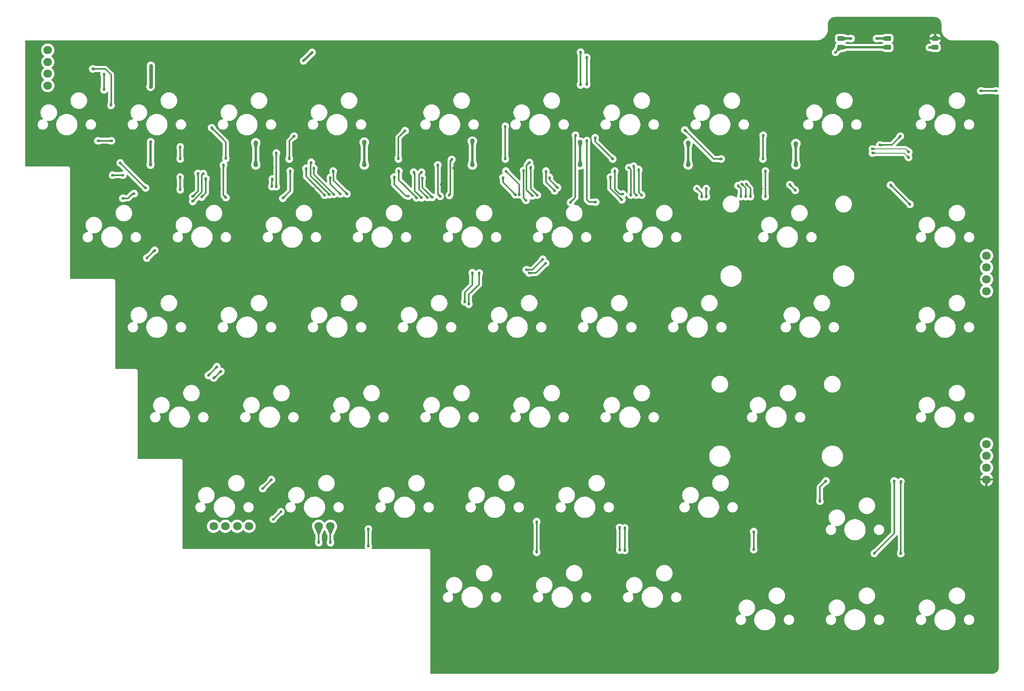
<source format=gbr>
%TF.GenerationSoftware,KiCad,Pcbnew,8.0.4*%
%TF.CreationDate,2024-10-18T15:09:13-05:00*%
%TF.ProjectId,numlocked_right,6e756d6c-6f63-46b6-9564-5f7269676874,rev?*%
%TF.SameCoordinates,Original*%
%TF.FileFunction,Copper,L1,Top*%
%TF.FilePolarity,Positive*%
%FSLAX46Y46*%
G04 Gerber Fmt 4.6, Leading zero omitted, Abs format (unit mm)*
G04 Created by KiCad (PCBNEW 8.0.4) date 2024-10-18 15:09:13*
%MOMM*%
%LPD*%
G01*
G04 APERTURE LIST*
G04 Aperture macros list*
%AMRoundRect*
0 Rectangle with rounded corners*
0 $1 Rounding radius*
0 $2 $3 $4 $5 $6 $7 $8 $9 X,Y pos of 4 corners*
0 Add a 4 corners polygon primitive as box body*
4,1,4,$2,$3,$4,$5,$6,$7,$8,$9,$2,$3,0*
0 Add four circle primitives for the rounded corners*
1,1,$1+$1,$2,$3*
1,1,$1+$1,$4,$5*
1,1,$1+$1,$6,$7*
1,1,$1+$1,$8,$9*
0 Add four rect primitives between the rounded corners*
20,1,$1+$1,$2,$3,$4,$5,0*
20,1,$1+$1,$4,$5,$6,$7,0*
20,1,$1+$1,$6,$7,$8,$9,0*
20,1,$1+$1,$8,$9,$2,$3,0*%
G04 Aperture macros list end*
%TA.AperFunction,ComponentPad*%
%ADD10C,1.800000*%
%TD*%
%TA.AperFunction,ComponentPad*%
%ADD11C,4.400000*%
%TD*%
%TA.AperFunction,SMDPad,CuDef*%
%ADD12RoundRect,0.243750X-0.456250X0.243750X-0.456250X-0.243750X0.456250X-0.243750X0.456250X0.243750X0*%
%TD*%
%TA.AperFunction,SMDPad,CuDef*%
%ADD13RoundRect,0.243750X0.456250X-0.243750X0.456250X0.243750X-0.456250X0.243750X-0.456250X-0.243750X0*%
%TD*%
%TA.AperFunction,ViaPad*%
%ADD14C,0.700000*%
%TD*%
%TA.AperFunction,ViaPad*%
%ADD15C,0.600000*%
%TD*%
%TA.AperFunction,ViaPad*%
%ADD16C,1.000000*%
%TD*%
%TA.AperFunction,Conductor*%
%ADD17C,0.500000*%
%TD*%
%TA.AperFunction,Conductor*%
%ADD18C,0.750000*%
%TD*%
%TA.AperFunction,Conductor*%
%ADD19C,0.300000*%
%TD*%
%TA.AperFunction,Conductor*%
%ADD20C,0.200000*%
%TD*%
G04 APERTURE END LIST*
D10*
%TO.P,J1,1,Pin_1*%
%TO.N,VBUS*%
X274050000Y-71009100D03*
%TO.P,J1,2,Pin_2*%
%TO.N,/SH*%
X274050000Y-73509100D03*
%TO.P,J1,3,Pin_3*%
%TO.N,/CLK*%
X274050000Y-76009100D03*
%TO.P,J1,4,Pin_4*%
%TO.N,/Serialout-Numpad*%
X274050000Y-78509100D03*
%TD*%
D11*
%TO.P,H4,1,1*%
%TO.N,GND*%
X257500000Y-24000000D03*
%TD*%
D10*
%TO.P,J2,1,Pin_1*%
%TO.N,/Encoder A*%
X274050000Y-110889100D03*
%TO.P,J2,2,Pin_2*%
%TO.N,/Encoder B*%
X274050000Y-113389100D03*
%TO.P,J2,3,Pin_3*%
%TO.N,/numpadCheckWire*%
X274050000Y-115889100D03*
%TO.P,J2,4,Pin_4*%
%TO.N,GND*%
X274050000Y-118389100D03*
%TD*%
D11*
%TO.P,H6,1,1*%
%TO.N,GND*%
X250975000Y-62011600D03*
%TD*%
%TO.P,H1,1,1*%
%TO.N,GND*%
X74000000Y-48804100D03*
%TD*%
%TO.P,H3,1,1*%
%TO.N,GND*%
X159725000Y-156000000D03*
%TD*%
%TO.P,H2,1,1*%
%TO.N,GND*%
X273168750Y-156000000D03*
%TD*%
%TO.P,H5,1,1*%
%TO.N,GND*%
X117625000Y-76616600D03*
%TD*%
D12*
%TO.P,D1,1,K*%
%TO.N,GND*%
X263168750Y-25062500D03*
%TO.P,D1,2,A*%
%TO.N,Net-(D1-A)*%
X263168750Y-26937500D03*
%TD*%
D13*
%TO.P,D3,1,K*%
%TO.N,/numlockLED{slash}scrlockLED*%
X243168750Y-26937500D03*
%TO.P,D3,2,A*%
%TO.N,Net-(D3-A)*%
X243168750Y-25062500D03*
%TD*%
D11*
%TO.P,H7,1,1*%
%TO.N,GND*%
X198587500Y-114716600D03*
%TD*%
D12*
%TO.P,D4,1,K*%
%TO.N,Net-(D4-K)*%
X253168750Y-25062500D03*
%TO.P,D4,2,A*%
%TO.N,/numlockLED{slash}scrlockLED*%
X253168750Y-26937500D03*
%TD*%
D10*
%TO.P,J4,1,Pin_1*%
%TO.N,/CLK*%
X110563600Y-128266600D03*
%TO.P,J4,2,Pin_2*%
%TO.N,/capsLED*%
X113063600Y-128266600D03*
%TO.P,J4,3,Pin_3*%
%TO.N,/numlockLED{slash}scrlockLED*%
X115563600Y-128266600D03*
%TO.P,J4,4,Pin_4*%
%TO.N,/Encoder A*%
X118063600Y-128266600D03*
%TD*%
%TO.P,J3,1,Pin_1*%
%TO.N,VBUS*%
X75500000Y-27527600D03*
%TO.P,J3,2,Pin_2*%
%TO.N,/SH*%
X75500000Y-30027600D03*
%TO.P,J3,3,Pin_3*%
%TO.N,/Serialout-Numpad*%
X75500000Y-32527600D03*
%TO.P,J3,4,Pin_4*%
%TO.N,/Serialout-Right*%
X75500000Y-35027600D03*
%TD*%
%TO.P,J5,1,Pin_1*%
%TO.N,/Encoder B*%
X132779400Y-128266600D03*
%TO.P,J5,2,Pin_2*%
%TO.N,/numpadCheckWire*%
X135279400Y-128266600D03*
%TO.P,J5,3,Pin_3*%
%TO.N,GND*%
X137779400Y-128266600D03*
%TO.P,J5,4,Pin_4*%
X140279400Y-128266600D03*
%TD*%
D14*
%TO.N,GND*%
X123406600Y-109386600D03*
X221450000Y-115776600D03*
X192920000Y-90046600D03*
X263933400Y-132346600D03*
X260510000Y-94546600D03*
D15*
X117200000Y-117500000D03*
D14*
X137736600Y-90736600D03*
X220450000Y-115776600D03*
X179590000Y-69726600D03*
X215090000Y-128436600D03*
X106500000Y-130600000D03*
X192400000Y-114676600D03*
X184300000Y-52471600D03*
X191326600Y-75086600D03*
X124100000Y-26500000D03*
X215526600Y-35106600D03*
X251000000Y-67776600D03*
X89300000Y-44700000D03*
X265190000Y-48456600D03*
X169180000Y-128346600D03*
X214520000Y-35106600D03*
X108000000Y-29200000D03*
D15*
X271300000Y-40300000D03*
X91500000Y-56800000D03*
D14*
X104096600Y-110106600D03*
X128330000Y-78756600D03*
X82006600Y-31200000D03*
X100480000Y-52471600D03*
X274200000Y-31250000D03*
X99506600Y-90486600D03*
X90090000Y-72046600D03*
X122400000Y-109386600D03*
D15*
X88487200Y-55189400D03*
X166500000Y-98000000D03*
D14*
X144360000Y-96836600D03*
X142390000Y-54076600D03*
X189510000Y-64756600D03*
X131600000Y-56866600D03*
X136730000Y-90736600D03*
X166120000Y-71646600D03*
X262516600Y-94546600D03*
X259186600Y-124606600D03*
X236860000Y-90996600D03*
X170180000Y-128346600D03*
X267630000Y-74726600D03*
X235860000Y-90996600D03*
X146200000Y-52471600D03*
D15*
X98700000Y-26800000D03*
D14*
X167360000Y-57226600D03*
X89090000Y-72046600D03*
X265750000Y-53676600D03*
X217170000Y-58826600D03*
X138906600Y-116400000D03*
D15*
X271300000Y-145200000D03*
X161700000Y-83300000D03*
D14*
X166360000Y-57226600D03*
X85600000Y-40976600D03*
X250726600Y-91746600D03*
X102090000Y-110106600D03*
X207160000Y-52471600D03*
X176250000Y-49276800D03*
X98560000Y-59076600D03*
X97590000Y-77746600D03*
X124648907Y-40904234D03*
X266196600Y-48456600D03*
X249720000Y-91746600D03*
X137900000Y-116400000D03*
D15*
X85834380Y-54622502D03*
D14*
X125100000Y-26500000D03*
D15*
X252227500Y-145400000D03*
D14*
X118000000Y-130800000D03*
X104881600Y-41101600D03*
X222440000Y-51436600D03*
D15*
X147400000Y-102200000D03*
X157200000Y-56900000D03*
X242700000Y-83200000D03*
D14*
X240800000Y-67636600D03*
X81000000Y-31200000D03*
X190156600Y-128286600D03*
X116000000Y-47600000D03*
D15*
X223600000Y-40400000D03*
D14*
X188050000Y-54026600D03*
X165120000Y-71646600D03*
X111283400Y-64816600D03*
D15*
X142700000Y-36200000D03*
D14*
X193406600Y-114676600D03*
X130690000Y-59156600D03*
X107290000Y-49346600D03*
X267300000Y-78166600D03*
X80000000Y-33900000D03*
D15*
X247500000Y-40200000D03*
X271300000Y-83100000D03*
D14*
X107506600Y-130600000D03*
X151986600Y-128476600D03*
X266623400Y-74726600D03*
X102875000Y-41101600D03*
X244400000Y-49296600D03*
X265293400Y-78166600D03*
X245260000Y-52471600D03*
D15*
X171300000Y-64000000D03*
X92253439Y-30803437D03*
D14*
X211010000Y-53976600D03*
D15*
X263168750Y-23631250D03*
D14*
X216806600Y-71876600D03*
X233800000Y-54246600D03*
X171186600Y-128346600D03*
D15*
X170127634Y-46320933D03*
D14*
X123400000Y-128600000D03*
D15*
X204600000Y-102300000D03*
X271300000Y-64200000D03*
D14*
X90575000Y-37075000D03*
D15*
X147817892Y-46332266D03*
D14*
X111800000Y-56900000D03*
X261510000Y-94546600D03*
X136900000Y-116400000D03*
X160000000Y-117000000D03*
X242806600Y-67636600D03*
X126106600Y-26500000D03*
X174850000Y-77256600D03*
X169060000Y-52471600D03*
X117330000Y-56186600D03*
X191400000Y-114676600D03*
X236380000Y-74636600D03*
D15*
X252200000Y-126100000D03*
D14*
X103875000Y-41101600D03*
X193920000Y-90046600D03*
D15*
X104600000Y-83200000D03*
D14*
X188150000Y-128286600D03*
D15*
X142700000Y-83200000D03*
D14*
X121400000Y-109386600D03*
D15*
X190300000Y-140400000D03*
D14*
X81000000Y-33900000D03*
X180970025Y-56866600D03*
X121393400Y-128600000D03*
X122950000Y-52416600D03*
X143360000Y-96836600D03*
X230020000Y-52471600D03*
X113500000Y-115700000D03*
X105500000Y-130600000D03*
X82006600Y-33900000D03*
D15*
X195100000Y-121300000D03*
D14*
X108000000Y-31300000D03*
X180596600Y-69726600D03*
X203800000Y-56866600D03*
X186606600Y-29200000D03*
D15*
X92253906Y-37126713D03*
X95100000Y-63800000D03*
D14*
X262933400Y-132346600D03*
D15*
X77000000Y-26600000D03*
D14*
X79500000Y-47776600D03*
X266750000Y-53676600D03*
X128683400Y-59156600D03*
X115506600Y-115700000D03*
X153890000Y-51226600D03*
X92300000Y-47500000D03*
D15*
X209400000Y-140400000D03*
D14*
X238386600Y-74636600D03*
X138580000Y-52471600D03*
D15*
X128400000Y-102200000D03*
X185552500Y-102352500D03*
X204600000Y-40300000D03*
D14*
X264190000Y-48456600D03*
X215800000Y-71876600D03*
D15*
X235558750Y-102458750D03*
D14*
X114500000Y-115700000D03*
X78493400Y-47776600D03*
X116330000Y-56186600D03*
X97500000Y-90486600D03*
X141000000Y-41000000D03*
X164113400Y-71646600D03*
X123648907Y-40904234D03*
D15*
X176000000Y-121000000D03*
D14*
X198780000Y-83686600D03*
X252776600Y-117366600D03*
X199786600Y-83686600D03*
X135730000Y-90736600D03*
D15*
X185500000Y-40400000D03*
D14*
X153330000Y-49306600D03*
X251106600Y-76936600D03*
X141480000Y-108966600D03*
X109076600Y-103036600D03*
X183380000Y-47986600D03*
X115120000Y-98556600D03*
X194926600Y-90046600D03*
X263175000Y-28725000D03*
D15*
X180800000Y-83400000D03*
X109300000Y-98200000D03*
D14*
X251770000Y-117366600D03*
D15*
X251300000Y-23400000D03*
X137900000Y-121400000D03*
D14*
X115323400Y-56186600D03*
X122400000Y-128600000D03*
D15*
X88700000Y-26700000D03*
X82100000Y-29200000D03*
D14*
X80000000Y-31200000D03*
X158740000Y-55936600D03*
X108070000Y-103036600D03*
X230366600Y-110016600D03*
X99596600Y-77746600D03*
X88083400Y-72046600D03*
X96263600Y-55240200D03*
X250800000Y-111676600D03*
X264940000Y-132346600D03*
X150980000Y-128476600D03*
X235800000Y-117876600D03*
D15*
X221300000Y-121200000D03*
D14*
X145366600Y-96836600D03*
X266293400Y-78166600D03*
X252006600Y-67776600D03*
D15*
X157000000Y-121200000D03*
D14*
X149980000Y-128476600D03*
X165353400Y-57226600D03*
D15*
X218900000Y-83100000D03*
X166500000Y-40200000D03*
D14*
X101550000Y-61826600D03*
D15*
X171300000Y-140200000D03*
D14*
X190320000Y-75086600D03*
X211500000Y-61976600D03*
X80500000Y-47776600D03*
X185600000Y-29200000D03*
X94000000Y-51000000D03*
X214800000Y-71876600D03*
X188510000Y-64756600D03*
X86600000Y-40976600D03*
X257180000Y-124606600D03*
D15*
X237900000Y-64100000D03*
X233200000Y-145200000D03*
D14*
X248720000Y-91746600D03*
X250000000Y-67776600D03*
X214090000Y-128436600D03*
X258180000Y-124606600D03*
X120300000Y-124600000D03*
X237380000Y-74636600D03*
X228360000Y-110016600D03*
X107070000Y-103036600D03*
X197780000Y-83686600D03*
X198600000Y-49346600D03*
X98500000Y-90486600D03*
X161320000Y-47876600D03*
X214780000Y-52471600D03*
X216096600Y-128436600D03*
X250325000Y-21625000D03*
X98590000Y-77746600D03*
X129690000Y-59156600D03*
X165250000Y-54006600D03*
X198000000Y-62000000D03*
X117320000Y-59366600D03*
D15*
X82100000Y-53800000D03*
D14*
X249100000Y-76936600D03*
D15*
X152200000Y-64000000D03*
D14*
X142000000Y-41000000D03*
X142486600Y-108966600D03*
X189320000Y-75086600D03*
X222456600Y-115776600D03*
X213520000Y-35106600D03*
X112290000Y-64816600D03*
X130000000Y-49296600D03*
X161006600Y-117000000D03*
X189150000Y-128286600D03*
X184600000Y-29200000D03*
X191920000Y-52471600D03*
X190516600Y-64756600D03*
X273200000Y-31250000D03*
X241800000Y-67636600D03*
X84593400Y-40976600D03*
X140480000Y-108966600D03*
X250100000Y-76936600D03*
X250770000Y-117366600D03*
X102884293Y-46451600D03*
X226240000Y-76086600D03*
X172843400Y-77256600D03*
X147640000Y-56956600D03*
D15*
X133200000Y-63800000D03*
D14*
X122642307Y-40904234D03*
X237640000Y-52471600D03*
X113290000Y-64816600D03*
X265623400Y-74726600D03*
X173850000Y-77256600D03*
D15*
X271300000Y-102500000D03*
D14*
X129700000Y-128300000D03*
D15*
X80700000Y-26600000D03*
X249300000Y-56900000D03*
D14*
X143006600Y-41000000D03*
X181596600Y-69726600D03*
X267756600Y-53676600D03*
X103090000Y-110106600D03*
X125000000Y-46076600D03*
X252880000Y-52471600D03*
X229360000Y-110016600D03*
X275200000Y-31250000D03*
X249800000Y-111676600D03*
X159000000Y-117000000D03*
X251806600Y-111676600D03*
D15*
X123600000Y-83300000D03*
D14*
X203000000Y-61900000D03*
X226350000Y-56916600D03*
X237866600Y-90996600D03*
X221600000Y-49346600D03*
X90800000Y-46200000D03*
X244800000Y-109876600D03*
X161440000Y-52471600D03*
D16*
%TO.N,+3V3*%
X165300800Y-51811600D03*
D15*
X129600000Y-29800000D03*
D14*
X97250000Y-51811600D03*
D16*
X233728400Y-51811600D03*
D15*
X97300000Y-30800000D03*
D16*
X119479200Y-51811600D03*
X188110000Y-51811600D03*
D15*
X97200000Y-35300000D03*
D16*
X210944600Y-47151600D03*
X233703000Y-47276600D03*
X142440800Y-47000000D03*
X165300800Y-46756600D03*
X188110000Y-46985200D03*
X210944600Y-51811600D03*
X119479200Y-47100000D03*
D15*
X131400000Y-28000000D03*
X97275000Y-46901600D03*
D16*
X142440800Y-51811600D03*
D15*
%TO.N,/capsLED*%
X180800000Y-72611980D03*
X143300000Y-132516600D03*
X177300000Y-74686600D03*
X189490000Y-34800000D03*
X164540000Y-81296600D03*
X143300000Y-128846600D03*
X166750000Y-74686600D03*
X189510000Y-46666600D03*
X191380000Y-59676600D03*
X189500000Y-29050000D03*
%TO.N,/numlockLED{slash}scrlockLED*%
X180200000Y-71766600D03*
X188200000Y-27950000D03*
X242106250Y-28000000D03*
X187112500Y-45514100D03*
X176700000Y-74006600D03*
X186050000Y-59736600D03*
X188190000Y-34900000D03*
X124800000Y-125200000D03*
X165290000Y-74626600D03*
X163690000Y-80796600D03*
X123200000Y-126800000D03*
%TO.N,Net-(D3-A)*%
X245400000Y-25076600D03*
%TO.N,Net-(D4-K)*%
X250800000Y-25076600D03*
%TO.N,Net-(RN1-R3.1)*%
X96450000Y-71526600D03*
X106149700Y-58526300D03*
X98120000Y-69876600D03*
X107261800Y-53589200D03*
%TO.N,Net-(RN1-R2.1)*%
X86100000Y-46700000D03*
X88973800Y-46700000D03*
%TO.N,Net-(RN1-R1.1)*%
X103500000Y-47990800D03*
X103502600Y-50566600D03*
%TO.N,Net-(RN1-R4.1)*%
X103502600Y-57076600D03*
X91380000Y-58866600D03*
X93780000Y-57886600D03*
X103502600Y-54376600D03*
%TO.N,Net-(RN2-R4.1)*%
X110600000Y-96900000D03*
X123000000Y-54766600D03*
X112100000Y-95500000D03*
X122920000Y-56406600D03*
%TO.N,Net-(RN2-R1.1)*%
X127607200Y-45715200D03*
X126565800Y-50566600D03*
%TO.N,Net-(RN2-R2.1)*%
X134058800Y-58227000D03*
X130121800Y-52522400D03*
%TO.N,Net-(RN2-R3.1)*%
X125219600Y-58862000D03*
X126769000Y-53106600D03*
%TO.N,Net-(RN3-R2.1)*%
X152900000Y-53336600D03*
X154531200Y-58760400D03*
%TO.N,Net-(RN3-R4.1)*%
X151762600Y-58404800D03*
X148765400Y-54376600D03*
%TO.N,Net-(RN3-R1.1)*%
X149654400Y-50566600D03*
X151076800Y-44572200D03*
%TO.N,Net-(RN3-R3.1)*%
X149756000Y-53106600D03*
X153515200Y-58785800D03*
%TO.N,Net-(RN4-R1.1)*%
X172260000Y-43636600D03*
X172250000Y-50566600D03*
%TO.N,Net-(RN4-R4.1)*%
X174405284Y-58141629D03*
X178900000Y-127276600D03*
X171792800Y-54467800D03*
X178900000Y-133776600D03*
%TO.N,Net-(RN4-R2.1)*%
X176121200Y-52979600D03*
X176654600Y-59319200D03*
%TO.N,Net-(RN4-R3.1)*%
X172400000Y-53131600D03*
X175211883Y-58139086D03*
%TO.N,Net-(RN5-R3.1)*%
X197550000Y-133386600D03*
X197550000Y-128616600D03*
X195410000Y-53106600D03*
X197100000Y-57976600D03*
%TO.N,Net-(RN5-R2.1)*%
X198400000Y-52376600D03*
X198800000Y-58216600D03*
%TO.N,Net-(RN5-R4.1)*%
X196900000Y-59186600D03*
X194480000Y-54376600D03*
X196480000Y-133346600D03*
X196440000Y-128536600D03*
%TO.N,Net-(RN5-R1.1)*%
X194993400Y-50566600D03*
X191278100Y-46035000D03*
%TO.N,Net-(RN6-R1.1)*%
X210227500Y-44419100D03*
X217929600Y-50556200D03*
%TO.N,Net-(RN6-R4.1)*%
X254510000Y-118676600D03*
X221485600Y-56195000D03*
X222069800Y-58526600D03*
X250308300Y-134008300D03*
%TO.N,Net-(RN6-R2.1)*%
X224101800Y-58526600D03*
X223177588Y-55834950D03*
X255940000Y-118776600D03*
X255910000Y-134066600D03*
%TO.N,Net-(RN6-R3.1)*%
X223136600Y-58526600D03*
X222300000Y-55876600D03*
%TO.N,Net-(RN7-R2.1)*%
X106150000Y-59526600D03*
X108404800Y-53640000D03*
%TO.N,Net-(RN7-R4.1)*%
X113154600Y-50471600D03*
X110157400Y-43952200D03*
%TO.N,Net-(RN7-R3.1)*%
X109470000Y-96356600D03*
X112672000Y-51811600D03*
X111270000Y-94526600D03*
X113180000Y-58709600D03*
%TO.N,Net-(RN7-R1.1)*%
X108027600Y-58604200D03*
X108938200Y-54706800D03*
%TO.N,Net-(RN8-R2.1)*%
X135862200Y-53106600D03*
X138783200Y-57947600D03*
%TO.N,Net-(RN8-R3.1)*%
X131772800Y-52471600D03*
X136012180Y-58051620D03*
%TO.N,Net-(RN8-R4.1)*%
X131214000Y-51252400D03*
X135059680Y-58089720D03*
%TO.N,Net-(RN8-R1.1)*%
X135252600Y-54471600D03*
X137400000Y-57973000D03*
%TO.N,Net-(RN9-R3.1)*%
X158493600Y-58455600D03*
X157985600Y-51811600D03*
%TO.N,Net-(RN9-R4.1)*%
X160970000Y-50646600D03*
X160424000Y-58252400D03*
%TO.N,Net-(RN9-R1.1)*%
X154709000Y-54554400D03*
X156791800Y-58684200D03*
%TO.N,Net-(RN9-R2.1)*%
X155826600Y-58709600D03*
X154560000Y-53356600D03*
%TO.N,Net-(RN10-R1.1)*%
X183300000Y-56616600D03*
X181633000Y-54471600D03*
%TO.N,Net-(RN10-R2.1)*%
X180871000Y-53131600D03*
X182720000Y-57306600D03*
%TO.N,Net-(RN10-R4.1)*%
X178020000Y-58356600D03*
X177365800Y-51277800D03*
%TO.N,Net-(RN10-R3.1)*%
X179020000Y-58216600D03*
X177619800Y-52268400D03*
%TO.N,Net-(RN11-R1.1)*%
X213800000Y-58576600D03*
X212798800Y-56804600D03*
X224810000Y-133206600D03*
X224810000Y-129396600D03*
%TO.N,Net-(RN11-R3.1)*%
X201100000Y-58216600D03*
X200479800Y-52776600D03*
%TO.N,Net-(RN11-R4.1)*%
X200000000Y-58216600D03*
X199400000Y-52076600D03*
%TO.N,Net-(RN11-R2.1)*%
X240100000Y-118676600D03*
X214780000Y-58557200D03*
X238805000Y-122981600D03*
X214780000Y-56830000D03*
%TO.N,Net-(RN12-R4.1)*%
X226830000Y-45526600D03*
X226760000Y-50566600D03*
%TO.N,Net-(RN12-R1.1)*%
X232450000Y-55976600D03*
X233617900Y-57194500D03*
%TO.N,Net-(RN12-R2.1)*%
X227280000Y-53106600D03*
X227270000Y-58526600D03*
%TO.N,/SH*%
X257600000Y-49076600D03*
X85000000Y-31500000D03*
X249900000Y-48425000D03*
X88872200Y-39200000D03*
%TO.N,/CLK*%
X120960000Y-120304100D03*
X122800000Y-118400000D03*
X123840000Y-49296600D03*
X123830000Y-56416600D03*
X249925000Y-49296600D03*
X257579000Y-50255600D03*
%TO.N,/Serialout-Numpad*%
X87400000Y-32546237D03*
X272825000Y-36150000D03*
X96200000Y-56700000D03*
X276106000Y-36150000D03*
X87400000Y-35900000D03*
X90800000Y-51376600D03*
%TO.N,/Encoder B*%
X132800000Y-131741600D03*
%TO.N,/numpadCheckWire*%
X135280312Y-131741600D03*
%TO.N,Net-(RN14-R4.1)*%
X255826400Y-45726600D03*
X251450000Y-47600000D03*
%TO.N,Net-(RN14-R1.1)*%
X253741400Y-56068000D03*
X257852500Y-60156600D03*
%TO.N,Net-(D1-A)*%
X261975000Y-26950000D03*
%TO.N,/numpadSchmittOut*%
X89200000Y-53976600D03*
X91400000Y-53976600D03*
%TD*%
D17*
%TO.N,GND*%
X263168750Y-23631250D02*
X263168750Y-25062500D01*
%TO.N,+3V3*%
X119479200Y-47100000D02*
X119479200Y-51811600D01*
X210944600Y-47151600D02*
X210944600Y-51811600D01*
D18*
X97300000Y-35200000D02*
X97300000Y-30800000D01*
D17*
X97250000Y-46926600D02*
X97250000Y-51811600D01*
X142440800Y-47000000D02*
X142440800Y-51811600D01*
D18*
X97200000Y-35300000D02*
X97300000Y-35200000D01*
D17*
X188110000Y-46985200D02*
X188110000Y-51811600D01*
X131400000Y-28000000D02*
X129600000Y-29800000D01*
X97275000Y-46901600D02*
X97250000Y-46926600D01*
X233728400Y-47302000D02*
X233728400Y-51811600D01*
X165300800Y-46756600D02*
X165300800Y-51811600D01*
X233703000Y-47276600D02*
X233728400Y-47302000D01*
D19*
%TO.N,/capsLED*%
X189510000Y-59196600D02*
X189510000Y-46666600D01*
X189520000Y-34770000D02*
X189520000Y-29070000D01*
X166750000Y-74686600D02*
X166720000Y-74716600D01*
X143300000Y-132516600D02*
X143300000Y-128846600D01*
X189520000Y-29070000D02*
X189500000Y-29050000D01*
X166720000Y-74716600D02*
X166720000Y-77080000D01*
X180800000Y-72611980D02*
X178725380Y-74686600D01*
X189490000Y-34800000D02*
X189520000Y-34770000D01*
X166720000Y-77080000D02*
X164540000Y-79260000D01*
X178725380Y-74686600D02*
X177300000Y-74686600D01*
X189990000Y-59676600D02*
X189510000Y-59196600D01*
X164540000Y-79260000D02*
X164540000Y-81296600D01*
X191380000Y-59676600D02*
X189990000Y-59676600D01*
%TO.N,/numlockLED{slash}scrlockLED*%
X188190000Y-34900000D02*
X188200000Y-34890000D01*
X163690000Y-78810000D02*
X163690000Y-80796600D01*
X180200000Y-71800000D02*
X177993400Y-74006600D01*
X180200000Y-71766600D02*
X180200000Y-71800000D01*
X187100000Y-58686600D02*
X187100000Y-45526600D01*
X123200000Y-126800000D02*
X124800000Y-125200000D01*
X242106250Y-28000000D02*
X243168750Y-26937500D01*
X177993400Y-74006600D02*
X176700000Y-74006600D01*
X186050000Y-59736600D02*
X187100000Y-58686600D01*
X165290000Y-77210000D02*
X163690000Y-78810000D01*
X187100000Y-45526600D02*
X187112500Y-45514100D01*
D17*
X253168750Y-26937500D02*
X243168750Y-26937500D01*
D19*
X188200000Y-34890000D02*
X188200000Y-27950000D01*
X165290000Y-74626600D02*
X165290000Y-77210000D01*
D17*
%TO.N,Net-(D3-A)*%
X245400000Y-25076600D02*
X243182850Y-25076600D01*
%TO.N,Net-(D4-K)*%
X250814100Y-25062500D02*
X250800000Y-25076600D01*
X253168750Y-25062500D02*
X250814100Y-25062500D01*
D19*
%TO.N,Net-(RN1-R3.1)*%
X98120000Y-69876600D02*
X98100000Y-69876600D01*
X107261800Y-57414200D02*
X107261800Y-53589200D01*
X98100000Y-69876600D02*
X96450000Y-71526600D01*
X106149700Y-58526300D02*
X107261800Y-57414200D01*
%TO.N,Net-(RN1-R2.1)*%
X88973800Y-46700000D02*
X86100000Y-46700000D01*
%TO.N,Net-(RN1-R1.1)*%
X103502600Y-48422600D02*
X103502600Y-50566600D01*
X103500000Y-47990800D02*
X103500000Y-48420000D01*
X103500000Y-48420000D02*
X103502600Y-48422600D01*
%TO.N,Net-(RN1-R4.1)*%
X91380000Y-58866600D02*
X92480000Y-58866600D01*
X92480000Y-58866600D02*
X93460000Y-57886600D01*
X93460000Y-57886600D02*
X93780000Y-57886600D01*
X103502600Y-57076600D02*
X103502600Y-54376600D01*
%TO.N,Net-(RN2-R4.1)*%
X122920000Y-54846600D02*
X123000000Y-54766600D01*
X110700000Y-96900000D02*
X112100000Y-95500000D01*
X110600000Y-96900000D02*
X110700000Y-96900000D01*
X122920000Y-56406600D02*
X122920000Y-54846600D01*
%TO.N,Net-(RN2-R1.1)*%
X127607200Y-45715200D02*
X126565800Y-46756600D01*
X126565800Y-46756600D02*
X126565800Y-50566600D01*
%TO.N,Net-(RN2-R2.1)*%
X130121800Y-54290000D02*
X130121800Y-52522400D01*
X134058800Y-58227000D02*
X130121800Y-54290000D01*
%TO.N,Net-(RN2-R3.1)*%
X126769000Y-57312600D02*
X126769000Y-53106600D01*
X125219600Y-58862000D02*
X126769000Y-57312600D01*
%TO.N,Net-(RN3-R2.1)*%
X153134200Y-57363400D02*
X154531200Y-58760400D01*
X152900000Y-53336600D02*
X153134200Y-53570800D01*
X153134200Y-53570800D02*
X153134200Y-57363400D01*
%TO.N,Net-(RN3-R4.1)*%
X151762600Y-58404800D02*
X151254600Y-58404800D01*
X148765400Y-55915600D02*
X148765400Y-54376600D01*
X151254600Y-58404800D02*
X148765400Y-55915600D01*
%TO.N,Net-(RN3-R1.1)*%
X149654400Y-45994600D02*
X151076800Y-44572200D01*
X149654400Y-50566600D02*
X149654400Y-45994600D01*
%TO.N,Net-(RN3-R3.1)*%
X153515200Y-58785800D02*
X153515200Y-58760400D01*
X153515200Y-58760400D02*
X149756000Y-55001200D01*
X149756000Y-55001200D02*
X149756000Y-53106600D01*
%TO.N,Net-(RN4-R1.1)*%
X172250000Y-50566600D02*
X172250000Y-43646600D01*
X172250000Y-43646600D02*
X172260000Y-43636600D01*
%TO.N,Net-(RN4-R4.1)*%
X178900000Y-127276600D02*
X178900000Y-133776600D01*
X171792800Y-55529145D02*
X174405284Y-58141629D01*
X171792800Y-54467800D02*
X171792800Y-55529145D01*
%TO.N,Net-(RN4-R2.1)*%
X176121200Y-52979600D02*
X176121200Y-58785800D01*
X176121200Y-58785800D02*
X176654600Y-59319200D01*
%TO.N,Net-(RN4-R3.1)*%
X175211883Y-55943483D02*
X175211883Y-58139086D01*
X172400000Y-53131600D02*
X175211883Y-55943483D01*
%TO.N,Net-(RN5-R3.1)*%
X197550000Y-128616600D02*
X197550000Y-133386600D01*
X195410000Y-56989494D02*
X195410000Y-53106600D01*
X197100000Y-57976600D02*
X196397106Y-57976600D01*
X196397106Y-57976600D02*
X195410000Y-56989494D01*
%TO.N,Net-(RN5-R2.1)*%
X198800000Y-52776600D02*
X198800000Y-58216600D01*
X198400000Y-52376600D02*
X198800000Y-52776600D01*
%TO.N,Net-(RN5-R4.1)*%
X194480000Y-56766600D02*
X194480000Y-54376600D01*
X196440000Y-133306600D02*
X196480000Y-133346600D01*
X196900000Y-59186600D02*
X194480000Y-56766600D01*
X196440000Y-128536600D02*
X196440000Y-133306600D01*
%TO.N,Net-(RN5-R1.1)*%
X191278100Y-46035000D02*
X191278100Y-46851300D01*
X191278100Y-46851300D02*
X194993400Y-50566600D01*
%TO.N,Net-(RN6-R1.1)*%
X217929600Y-50556200D02*
X216354800Y-50556200D01*
X210227500Y-44428900D02*
X210227500Y-44419100D01*
X216354800Y-50556200D02*
X210227500Y-44428900D01*
%TO.N,Net-(RN6-R4.1)*%
X250308300Y-134008300D02*
X254510000Y-129806600D01*
X222069800Y-56779200D02*
X221485600Y-56195000D01*
X254510000Y-129806600D02*
X254510000Y-118676600D01*
X222069800Y-58526600D02*
X222069800Y-56779200D01*
%TO.N,Net-(RN6-R2.1)*%
X224101800Y-56759162D02*
X223177588Y-55834950D01*
X224101800Y-58526600D02*
X224101800Y-56759162D01*
X255910000Y-134066600D02*
X255910000Y-118806600D01*
X255910000Y-118806600D02*
X255940000Y-118776600D01*
%TO.N,Net-(RN6-R3.1)*%
X223136600Y-56713200D02*
X222300000Y-55876600D01*
X223136600Y-58526600D02*
X223136600Y-56713200D01*
%TO.N,Net-(RN7-R2.1)*%
X108100000Y-53944800D02*
X108404800Y-53640000D01*
X108100000Y-57576600D02*
X108100000Y-53944800D01*
X106150000Y-59526600D02*
X108100000Y-57576600D01*
%TO.N,Net-(RN7-R4.1)*%
X110157400Y-43952200D02*
X113154600Y-46949400D01*
X113154600Y-46949400D02*
X113154600Y-50471600D01*
%TO.N,Net-(RN7-R3.1)*%
X109470000Y-96356600D02*
X109470000Y-96326600D01*
X112672000Y-51811600D02*
X112672000Y-58201600D01*
X112672000Y-58201600D02*
X113180000Y-58709600D01*
X109470000Y-96326600D02*
X111270000Y-94526600D01*
%TO.N,Net-(RN7-R1.1)*%
X108900000Y-57731800D02*
X108900000Y-54745000D01*
X108027600Y-58604200D02*
X108900000Y-57731800D01*
X108900000Y-54745000D02*
X108938200Y-54706800D01*
%TO.N,Net-(RN8-R2.1)*%
X135902600Y-55067000D02*
X138783200Y-57947600D01*
X135902600Y-53147000D02*
X135902600Y-55067000D01*
X135862200Y-53106600D02*
X135902600Y-53147000D01*
%TO.N,Net-(RN8-R3.1)*%
X136012180Y-58051620D02*
X131772800Y-53812240D01*
X131772800Y-53812240D02*
X131772800Y-52471600D01*
%TO.N,Net-(RN8-R4.1)*%
X135059680Y-58089720D02*
X131122800Y-54152840D01*
X131122800Y-54152840D02*
X131122800Y-51343600D01*
X131122800Y-51343600D02*
X131214000Y-51252400D01*
%TO.N,Net-(RN8-R1.1)*%
X135252600Y-55825600D02*
X135252600Y-54471600D01*
X137400000Y-57973000D02*
X135252600Y-55825600D01*
%TO.N,Net-(RN9-R3.1)*%
X157985600Y-57947600D02*
X157985600Y-51811600D01*
X158493600Y-58455600D02*
X157985600Y-57947600D01*
%TO.N,Net-(RN9-R4.1)*%
X160660000Y-58016400D02*
X160424000Y-58252400D01*
X160970000Y-50646600D02*
X160660000Y-50956600D01*
X160660000Y-50956600D02*
X160660000Y-58016400D01*
%TO.N,Net-(RN9-R1.1)*%
X154709000Y-56601400D02*
X154709000Y-54554400D01*
X156791800Y-58684200D02*
X154709000Y-56601400D01*
%TO.N,Net-(RN9-R2.1)*%
X154560000Y-53356600D02*
X154055600Y-53861000D01*
X154055600Y-56938600D02*
X155826600Y-58709600D01*
X154055600Y-53861000D02*
X154055600Y-56938600D01*
%TO.N,Net-(RN10-R1.1)*%
X181633000Y-54949600D02*
X181633000Y-54471600D01*
X183300000Y-56616600D02*
X181633000Y-54949600D01*
%TO.N,Net-(RN10-R2.1)*%
X182720000Y-57306600D02*
X180871000Y-55457600D01*
X180871000Y-55457600D02*
X180871000Y-53131600D01*
%TO.N,Net-(RN10-R4.1)*%
X178020000Y-58356600D02*
X176771200Y-57107800D01*
X176771200Y-57107800D02*
X176771200Y-51872400D01*
X176771200Y-51872400D02*
X177365800Y-51277800D01*
%TO.N,Net-(RN10-R3.1)*%
X177619800Y-56816400D02*
X177619800Y-52268400D01*
X179020000Y-58216600D02*
X177619800Y-56816400D01*
%TO.N,Net-(RN11-R1.1)*%
X213800000Y-57776600D02*
X213800000Y-58576600D01*
X212798800Y-56804600D02*
X212828000Y-56804600D01*
X212828000Y-56804600D02*
X213800000Y-57776600D01*
X224810000Y-133206600D02*
X224810000Y-129396600D01*
%TO.N,Net-(RN11-R3.1)*%
X200479800Y-57596400D02*
X200479800Y-52776600D01*
X201100000Y-58216600D02*
X200479800Y-57596400D01*
%TO.N,Net-(RN11-R4.1)*%
X199500000Y-52176600D02*
X199500000Y-57716600D01*
X199500000Y-57716600D02*
X200000000Y-58216600D01*
X199400000Y-52076600D02*
X199500000Y-52176600D01*
%TO.N,Net-(RN11-R2.1)*%
X214780000Y-58557200D02*
X214780000Y-56830000D01*
X240100000Y-118676600D02*
X238800000Y-119976600D01*
X238800000Y-119976600D02*
X238800000Y-122976600D01*
X238800000Y-122976600D02*
X238805000Y-122981600D01*
%TO.N,Net-(RN12-R4.1)*%
X226760000Y-50566600D02*
X226760000Y-45596600D01*
X226760000Y-45596600D02*
X226830000Y-45526600D01*
%TO.N,Net-(RN12-R1.1)*%
X232450000Y-56026600D02*
X233617900Y-57194500D01*
X232450000Y-55976600D02*
X232450000Y-56026600D01*
%TO.N,Net-(RN12-R2.1)*%
X227280000Y-53106600D02*
X227280000Y-58516600D01*
X227280000Y-58516600D02*
X227270000Y-58526600D01*
D20*
%TO.N,/SH*%
X249900000Y-48425000D02*
X249925000Y-48450000D01*
D19*
X85000000Y-31500000D02*
X87625000Y-31500000D01*
D20*
X256973400Y-48450000D02*
X257600000Y-49076600D01*
D19*
X88897600Y-32772600D02*
X88897600Y-39174600D01*
X87625000Y-31500000D02*
X88897600Y-32772600D01*
D20*
X249925000Y-48450000D02*
X256973400Y-48450000D01*
D19*
X88897600Y-39174600D02*
X88872200Y-39200000D01*
%TO.N,/CLK*%
X123830000Y-49306600D02*
X123840000Y-49296600D01*
D20*
X256628600Y-49305200D02*
X249933600Y-49305200D01*
D19*
X123830000Y-56416600D02*
X123830000Y-49306600D01*
D20*
X257579000Y-50255600D02*
X256628600Y-49305200D01*
D19*
X122800000Y-118464100D02*
X120960000Y-120304100D01*
X122800000Y-118400000D02*
X122800000Y-118464100D01*
D20*
X249933600Y-49305200D02*
X249925000Y-49296600D01*
D19*
%TO.N,/Serialout-Numpad*%
X96200000Y-56700000D02*
X96123400Y-56700000D01*
X87400000Y-32546237D02*
X87400000Y-35900000D01*
X96123400Y-56700000D02*
X90800000Y-51376600D01*
X272825000Y-36150000D02*
X276106000Y-36150000D01*
%TO.N,/Encoder B*%
X132800000Y-131741600D02*
X132779400Y-131721000D01*
X132779400Y-131721000D02*
X132779400Y-128266600D01*
%TO.N,/numpadCheckWire*%
X135280312Y-131741600D02*
X135280312Y-128267512D01*
%TO.N,Net-(RN14-R4.1)*%
X255826400Y-45775200D02*
X255826400Y-45726600D01*
X254001600Y-47600000D02*
X255826400Y-45775200D01*
X251450000Y-47600000D02*
X254001600Y-47600000D01*
%TO.N,Net-(RN14-R1.1)*%
X253741400Y-56068000D02*
X257830000Y-60156600D01*
X257830000Y-60156600D02*
X257852500Y-60156600D01*
%TO.N,Net-(D1-A)*%
X263168750Y-26937500D02*
X261987500Y-26937500D01*
X261987500Y-26937500D02*
X261975000Y-26950000D01*
%TO.N,/numpadSchmittOut*%
X89200000Y-53976600D02*
X91400000Y-53976600D01*
%TD*%
%TA.AperFunction,Conductor*%
%TO.N,GND*%
G36*
X262925893Y-20500502D02*
G01*
X262934128Y-20500501D01*
X262934133Y-20500503D01*
X262995608Y-20500500D01*
X263004444Y-20500815D01*
X263204582Y-20515120D01*
X263222084Y-20517636D01*
X263413821Y-20559338D01*
X263430785Y-20564319D01*
X263556137Y-20611069D01*
X263614632Y-20632885D01*
X263630725Y-20640234D01*
X263681392Y-20667898D01*
X263802947Y-20734269D01*
X263817815Y-20743824D01*
X263974893Y-20861410D01*
X263988264Y-20872996D01*
X264127003Y-21011735D01*
X264138589Y-21025106D01*
X264256173Y-21182181D01*
X264265736Y-21197061D01*
X264359765Y-21369274D01*
X264367114Y-21385367D01*
X264435678Y-21569207D01*
X264440662Y-21586184D01*
X264482362Y-21777909D01*
X264484879Y-21795423D01*
X264499183Y-21995551D01*
X264499499Y-22004395D01*
X264499497Y-22074106D01*
X264499500Y-22074151D01*
X264499500Y-22999981D01*
X264499493Y-23151229D01*
X264535944Y-23451538D01*
X264608331Y-23745267D01*
X264715594Y-24028118D01*
X264762552Y-24117592D01*
X264845941Y-24276485D01*
X264856176Y-24295986D01*
X264903132Y-24364016D01*
X265028017Y-24544947D01*
X265228619Y-24771381D01*
X265455053Y-24971983D01*
X265704017Y-25143826D01*
X265971881Y-25284405D01*
X266160293Y-25355855D01*
X266254732Y-25391668D01*
X266254733Y-25391668D01*
X266254737Y-25391670D01*
X266548461Y-25464056D01*
X266848769Y-25500507D01*
X267000025Y-25500500D01*
X275094218Y-25500500D01*
X275094246Y-25500501D01*
X275102866Y-25500500D01*
X275102870Y-25500502D01*
X275164340Y-25500500D01*
X275173180Y-25500815D01*
X275373311Y-25515125D01*
X275390821Y-25517642D01*
X275582550Y-25559346D01*
X275599523Y-25564330D01*
X275748953Y-25620064D01*
X275783358Y-25632896D01*
X275799452Y-25640246D01*
X275971658Y-25734277D01*
X275986536Y-25743838D01*
X276143616Y-25861429D01*
X276156977Y-25873007D01*
X276181030Y-25897061D01*
X276295713Y-26011746D01*
X276307300Y-26025118D01*
X276424878Y-26182191D01*
X276434443Y-26197075D01*
X276528472Y-26369286D01*
X276535821Y-26385381D01*
X276604379Y-26569212D01*
X276609363Y-26586188D01*
X276651062Y-26777911D01*
X276653579Y-26795424D01*
X276667933Y-26996256D01*
X276668249Y-27005100D01*
X276668247Y-27074106D01*
X276668250Y-27074151D01*
X276668250Y-35333515D01*
X276648565Y-35400554D01*
X276595761Y-35446309D01*
X276526603Y-35456253D01*
X276478279Y-35438509D01*
X276455525Y-35424212D01*
X276285254Y-35364631D01*
X276285249Y-35364630D01*
X276106004Y-35344435D01*
X276105996Y-35344435D01*
X275926746Y-35364631D01*
X275926745Y-35364631D01*
X275882994Y-35379940D01*
X275856100Y-35386098D01*
X275853202Y-35386428D01*
X275853198Y-35386429D01*
X275437233Y-35495449D01*
X275405796Y-35499500D01*
X273525202Y-35499500D01*
X273493765Y-35495449D01*
X273077789Y-35386426D01*
X273054552Y-35380799D01*
X273054580Y-35380682D01*
X273038670Y-35376673D01*
X273004259Y-35364633D01*
X273004248Y-35364630D01*
X272825004Y-35344435D01*
X272824996Y-35344435D01*
X272645750Y-35364630D01*
X272645745Y-35364631D01*
X272475476Y-35424211D01*
X272322737Y-35520184D01*
X272195184Y-35647737D01*
X272099211Y-35800476D01*
X272039631Y-35970745D01*
X272039630Y-35970750D01*
X272019435Y-36149996D01*
X272019435Y-36150003D01*
X272039630Y-36329249D01*
X272039631Y-36329254D01*
X272099211Y-36499523D01*
X272178525Y-36625750D01*
X272195184Y-36652262D01*
X272322738Y-36779816D01*
X272475478Y-36875789D01*
X272601992Y-36920058D01*
X272645745Y-36935368D01*
X272645750Y-36935369D01*
X272824996Y-36955565D01*
X272825000Y-36955565D01*
X272825004Y-36955565D01*
X273004246Y-36935369D01*
X273004245Y-36935369D01*
X273004255Y-36935368D01*
X273048014Y-36920055D01*
X273074919Y-36913897D01*
X273077801Y-36913569D01*
X273493763Y-36804550D01*
X273525200Y-36800500D01*
X275405799Y-36800500D01*
X275437235Y-36804550D01*
X275853197Y-36913569D01*
X275871583Y-36918022D01*
X275871584Y-36918022D01*
X275876456Y-36919202D01*
X275876427Y-36919320D01*
X275892331Y-36923325D01*
X275926745Y-36935368D01*
X275926750Y-36935368D01*
X275926752Y-36935369D01*
X276105996Y-36955565D01*
X276106000Y-36955565D01*
X276106004Y-36955565D01*
X276285249Y-36935369D01*
X276285252Y-36935368D01*
X276285255Y-36935368D01*
X276455522Y-36875789D01*
X276478278Y-36861490D01*
X276545512Y-36842490D01*
X276612348Y-36862856D01*
X276657563Y-36916124D01*
X276668250Y-36966484D01*
X276668250Y-157995572D01*
X276667934Y-158004419D01*
X276653619Y-158204552D01*
X276651101Y-158222063D01*
X276609395Y-158413783D01*
X276604410Y-158430760D01*
X276535843Y-158614590D01*
X276528494Y-158630683D01*
X276434459Y-158802892D01*
X276424893Y-158817775D01*
X276307312Y-158974842D01*
X276295726Y-158988214D01*
X276156983Y-159126953D01*
X276143612Y-159138538D01*
X275986543Y-159256116D01*
X275971659Y-159265681D01*
X275799456Y-159359707D01*
X275783362Y-159367057D01*
X275599523Y-159435620D01*
X275582548Y-159440604D01*
X275390822Y-159482308D01*
X275373309Y-159484825D01*
X275172481Y-159499183D01*
X275163636Y-159499499D01*
X275110666Y-159499498D01*
X275102870Y-159499498D01*
X275102869Y-159499498D01*
X275094246Y-159499498D01*
X275094218Y-159499500D01*
X156549500Y-159499500D01*
X156482461Y-159479815D01*
X156436706Y-159427011D01*
X156425500Y-159375500D01*
X156425500Y-147967489D01*
X220982000Y-147967489D01*
X220982000Y-148140711D01*
X221009098Y-148311801D01*
X221062627Y-148476545D01*
X221141268Y-148630888D01*
X221243086Y-148771028D01*
X221365572Y-148893514D01*
X221505712Y-148995332D01*
X221660055Y-149073973D01*
X221824799Y-149127502D01*
X221995889Y-149154600D01*
X221995890Y-149154600D01*
X222169110Y-149154600D01*
X222169111Y-149154600D01*
X222340201Y-149127502D01*
X222504945Y-149073973D01*
X222659288Y-148995332D01*
X222799428Y-148893514D01*
X222921914Y-148771028D01*
X223023732Y-148630888D01*
X223102373Y-148476545D01*
X223155902Y-148311801D01*
X223183000Y-148140711D01*
X223183000Y-147967489D01*
X223173354Y-147906586D01*
X224912000Y-147906586D01*
X224912000Y-148201613D01*
X224944071Y-148445213D01*
X224950507Y-148494093D01*
X225024712Y-148771030D01*
X225026861Y-148779051D01*
X225026864Y-148779061D01*
X225139754Y-149051600D01*
X225139758Y-149051610D01*
X225287261Y-149307093D01*
X225466852Y-149541140D01*
X225466858Y-149541147D01*
X225675452Y-149749741D01*
X225675459Y-149749747D01*
X225909506Y-149929338D01*
X226164989Y-150076841D01*
X226164990Y-150076841D01*
X226164993Y-150076843D01*
X226437548Y-150189739D01*
X226722507Y-150266093D01*
X227014994Y-150304600D01*
X227015001Y-150304600D01*
X227309999Y-150304600D01*
X227310006Y-150304600D01*
X227602493Y-150266093D01*
X227887452Y-150189739D01*
X228160007Y-150076843D01*
X228415494Y-149929338D01*
X228649542Y-149749746D01*
X228858146Y-149541142D01*
X229037738Y-149307094D01*
X229185243Y-149051607D01*
X229298139Y-148779052D01*
X229374493Y-148494093D01*
X229413000Y-148201606D01*
X229413000Y-147967489D01*
X231142000Y-147967489D01*
X231142000Y-148140711D01*
X231169098Y-148311801D01*
X231222627Y-148476545D01*
X231301268Y-148630888D01*
X231403086Y-148771028D01*
X231525572Y-148893514D01*
X231665712Y-148995332D01*
X231820055Y-149073973D01*
X231984799Y-149127502D01*
X232155889Y-149154600D01*
X232155890Y-149154600D01*
X232329110Y-149154600D01*
X232329111Y-149154600D01*
X232500201Y-149127502D01*
X232664945Y-149073973D01*
X232819288Y-148995332D01*
X232959428Y-148893514D01*
X233081914Y-148771028D01*
X233183732Y-148630888D01*
X233262373Y-148476545D01*
X233315902Y-148311801D01*
X233343000Y-148140711D01*
X233343000Y-147967489D01*
X240032000Y-147967489D01*
X240032000Y-148140711D01*
X240059098Y-148311801D01*
X240112627Y-148476545D01*
X240191268Y-148630888D01*
X240293086Y-148771028D01*
X240415572Y-148893514D01*
X240555712Y-148995332D01*
X240710055Y-149073973D01*
X240874799Y-149127502D01*
X241045889Y-149154600D01*
X241045890Y-149154600D01*
X241219110Y-149154600D01*
X241219111Y-149154600D01*
X241390201Y-149127502D01*
X241554945Y-149073973D01*
X241709288Y-148995332D01*
X241849428Y-148893514D01*
X241971914Y-148771028D01*
X242073732Y-148630888D01*
X242152373Y-148476545D01*
X242205902Y-148311801D01*
X242233000Y-148140711D01*
X242233000Y-147967489D01*
X242223354Y-147906586D01*
X243962000Y-147906586D01*
X243962000Y-148201613D01*
X243994071Y-148445213D01*
X244000507Y-148494093D01*
X244074712Y-148771030D01*
X244076861Y-148779051D01*
X244076864Y-148779061D01*
X244189754Y-149051600D01*
X244189758Y-149051610D01*
X244337261Y-149307093D01*
X244516852Y-149541140D01*
X244516858Y-149541147D01*
X244725452Y-149749741D01*
X244725459Y-149749747D01*
X244959506Y-149929338D01*
X245214989Y-150076841D01*
X245214990Y-150076841D01*
X245214993Y-150076843D01*
X245487548Y-150189739D01*
X245772507Y-150266093D01*
X246064994Y-150304600D01*
X246065001Y-150304600D01*
X246359999Y-150304600D01*
X246360006Y-150304600D01*
X246652493Y-150266093D01*
X246937452Y-150189739D01*
X247210007Y-150076843D01*
X247465494Y-149929338D01*
X247699542Y-149749746D01*
X247908146Y-149541142D01*
X248087738Y-149307094D01*
X248235243Y-149051607D01*
X248348139Y-148779052D01*
X248424493Y-148494093D01*
X248463000Y-148201606D01*
X248463000Y-147967489D01*
X250192000Y-147967489D01*
X250192000Y-148140711D01*
X250219098Y-148311801D01*
X250272627Y-148476545D01*
X250351268Y-148630888D01*
X250453086Y-148771028D01*
X250575572Y-148893514D01*
X250715712Y-148995332D01*
X250870055Y-149073973D01*
X251034799Y-149127502D01*
X251205889Y-149154600D01*
X251205890Y-149154600D01*
X251379110Y-149154600D01*
X251379111Y-149154600D01*
X251550201Y-149127502D01*
X251714945Y-149073973D01*
X251869288Y-148995332D01*
X252009428Y-148893514D01*
X252131914Y-148771028D01*
X252233732Y-148630888D01*
X252312373Y-148476545D01*
X252365902Y-148311801D01*
X252393000Y-148140711D01*
X252393000Y-147967489D01*
X259082000Y-147967489D01*
X259082000Y-148140711D01*
X259109098Y-148311801D01*
X259162627Y-148476545D01*
X259241268Y-148630888D01*
X259343086Y-148771028D01*
X259465572Y-148893514D01*
X259605712Y-148995332D01*
X259760055Y-149073973D01*
X259924799Y-149127502D01*
X260095889Y-149154600D01*
X260095890Y-149154600D01*
X260269110Y-149154600D01*
X260269111Y-149154600D01*
X260440201Y-149127502D01*
X260604945Y-149073973D01*
X260759288Y-148995332D01*
X260899428Y-148893514D01*
X261021914Y-148771028D01*
X261123732Y-148630888D01*
X261202373Y-148476545D01*
X261255902Y-148311801D01*
X261283000Y-148140711D01*
X261283000Y-147967489D01*
X261273354Y-147906586D01*
X263012000Y-147906586D01*
X263012000Y-148201613D01*
X263044071Y-148445213D01*
X263050507Y-148494093D01*
X263124712Y-148771030D01*
X263126861Y-148779051D01*
X263126864Y-148779061D01*
X263239754Y-149051600D01*
X263239758Y-149051610D01*
X263387261Y-149307093D01*
X263566852Y-149541140D01*
X263566858Y-149541147D01*
X263775452Y-149749741D01*
X263775459Y-149749747D01*
X264009506Y-149929338D01*
X264264989Y-150076841D01*
X264264990Y-150076841D01*
X264264993Y-150076843D01*
X264537548Y-150189739D01*
X264822507Y-150266093D01*
X265114994Y-150304600D01*
X265115001Y-150304600D01*
X265409999Y-150304600D01*
X265410006Y-150304600D01*
X265702493Y-150266093D01*
X265987452Y-150189739D01*
X266260007Y-150076843D01*
X266515494Y-149929338D01*
X266749542Y-149749746D01*
X266958146Y-149541142D01*
X267137738Y-149307094D01*
X267285243Y-149051607D01*
X267398139Y-148779052D01*
X267474493Y-148494093D01*
X267513000Y-148201606D01*
X267513000Y-147967489D01*
X269242000Y-147967489D01*
X269242000Y-148140711D01*
X269269098Y-148311801D01*
X269322627Y-148476545D01*
X269401268Y-148630888D01*
X269503086Y-148771028D01*
X269625572Y-148893514D01*
X269765712Y-148995332D01*
X269920055Y-149073973D01*
X270084799Y-149127502D01*
X270255889Y-149154600D01*
X270255890Y-149154600D01*
X270429110Y-149154600D01*
X270429111Y-149154600D01*
X270600201Y-149127502D01*
X270764945Y-149073973D01*
X270919288Y-148995332D01*
X271059428Y-148893514D01*
X271181914Y-148771028D01*
X271283732Y-148630888D01*
X271362373Y-148476545D01*
X271415902Y-148311801D01*
X271443000Y-148140711D01*
X271443000Y-147967489D01*
X271415902Y-147796399D01*
X271362373Y-147631655D01*
X271283732Y-147477312D01*
X271181914Y-147337172D01*
X271059428Y-147214686D01*
X270919288Y-147112868D01*
X270764945Y-147034227D01*
X270600201Y-146980698D01*
X270600199Y-146980697D01*
X270600198Y-146980697D01*
X270468771Y-146959881D01*
X270429111Y-146953600D01*
X270255889Y-146953600D01*
X270216228Y-146959881D01*
X270084802Y-146980697D01*
X269920052Y-147034228D01*
X269765711Y-147112868D01*
X269685756Y-147170959D01*
X269625572Y-147214686D01*
X269625570Y-147214688D01*
X269625569Y-147214688D01*
X269503088Y-147337169D01*
X269503088Y-147337170D01*
X269503086Y-147337172D01*
X269472963Y-147378633D01*
X269401268Y-147477311D01*
X269322628Y-147631652D01*
X269269097Y-147796402D01*
X269251646Y-147906586D01*
X269242000Y-147967489D01*
X267513000Y-147967489D01*
X267513000Y-147906594D01*
X267474493Y-147614107D01*
X267398139Y-147329148D01*
X267390447Y-147310579D01*
X267350727Y-147214686D01*
X267285243Y-147056593D01*
X267137738Y-146801106D01*
X267037727Y-146670770D01*
X266958147Y-146567059D01*
X266958141Y-146567052D01*
X266749547Y-146358458D01*
X266749540Y-146358452D01*
X266515493Y-146178861D01*
X266260010Y-146031358D01*
X266260000Y-146031354D01*
X265987461Y-145918464D01*
X265987454Y-145918462D01*
X265987452Y-145918461D01*
X265702493Y-145842107D01*
X265653613Y-145835671D01*
X265410013Y-145803600D01*
X265410006Y-145803600D01*
X265114994Y-145803600D01*
X265114986Y-145803600D01*
X264836585Y-145840253D01*
X264822507Y-145842107D01*
X264537548Y-145918461D01*
X264537538Y-145918464D01*
X264264999Y-146031354D01*
X264264989Y-146031358D01*
X264009506Y-146178861D01*
X263775459Y-146358452D01*
X263775452Y-146358458D01*
X263566858Y-146567052D01*
X263566852Y-146567059D01*
X263387261Y-146801106D01*
X263239758Y-147056589D01*
X263239754Y-147056599D01*
X263126864Y-147329138D01*
X263126861Y-147329148D01*
X263050508Y-147614104D01*
X263050506Y-147614115D01*
X263012000Y-147906586D01*
X261273354Y-147906586D01*
X261255902Y-147796399D01*
X261202373Y-147631655D01*
X261123732Y-147477312D01*
X261120941Y-147473471D01*
X261099849Y-147444439D01*
X261076369Y-147378633D01*
X261092194Y-147310579D01*
X261142300Y-147261884D01*
X261210778Y-147248009D01*
X261216335Y-147248613D01*
X261337766Y-147264600D01*
X261337773Y-147264600D01*
X261567227Y-147264600D01*
X261567234Y-147264600D01*
X261794738Y-147234648D01*
X262016387Y-147175258D01*
X262228388Y-147087444D01*
X262427112Y-146972711D01*
X262609161Y-146833019D01*
X262609165Y-146833014D01*
X262609170Y-146833011D01*
X262771411Y-146670770D01*
X262771414Y-146670765D01*
X262771419Y-146670761D01*
X262911111Y-146488712D01*
X263025844Y-146289988D01*
X263113658Y-146077987D01*
X263173048Y-145856338D01*
X263203000Y-145628834D01*
X263203000Y-145399366D01*
X263173048Y-145171862D01*
X263113658Y-144950213D01*
X263025844Y-144738212D01*
X262911111Y-144539488D01*
X262911108Y-144539485D01*
X262911107Y-144539482D01*
X262771418Y-144357438D01*
X262771411Y-144357430D01*
X262609170Y-144195189D01*
X262609161Y-144195181D01*
X262427117Y-144055492D01*
X262359686Y-144016561D01*
X262228388Y-143940756D01*
X262228376Y-143940750D01*
X262016387Y-143852942D01*
X261794738Y-143793552D01*
X261756715Y-143788546D01*
X261567241Y-143763600D01*
X261567234Y-143763600D01*
X261337766Y-143763600D01*
X261337758Y-143763600D01*
X261121215Y-143792109D01*
X261110262Y-143793552D01*
X261016576Y-143818654D01*
X260888612Y-143852942D01*
X260676623Y-143940750D01*
X260676609Y-143940757D01*
X260477882Y-144055492D01*
X260295838Y-144195181D01*
X260133581Y-144357438D01*
X259993892Y-144539482D01*
X259879157Y-144738209D01*
X259879150Y-144738223D01*
X259791342Y-144950212D01*
X259731953Y-145171859D01*
X259731951Y-145171870D01*
X259702000Y-145399358D01*
X259702000Y-145628841D01*
X259725009Y-145803600D01*
X259731952Y-145856338D01*
X259778847Y-146031354D01*
X259791342Y-146077987D01*
X259879150Y-146289976D01*
X259879157Y-146289990D01*
X259993892Y-146488717D01*
X260133581Y-146670761D01*
X260133589Y-146670770D01*
X260204738Y-146741919D01*
X260238223Y-146803242D01*
X260233239Y-146872934D01*
X260191367Y-146928867D01*
X260125903Y-146953284D01*
X260117057Y-146953600D01*
X260095889Y-146953600D01*
X260056228Y-146959881D01*
X259924802Y-146980697D01*
X259760052Y-147034228D01*
X259605711Y-147112868D01*
X259525756Y-147170959D01*
X259465572Y-147214686D01*
X259465570Y-147214688D01*
X259465569Y-147214688D01*
X259343088Y-147337169D01*
X259343088Y-147337170D01*
X259343086Y-147337172D01*
X259312963Y-147378633D01*
X259241268Y-147477311D01*
X259162628Y-147631652D01*
X259109097Y-147796402D01*
X259091646Y-147906586D01*
X259082000Y-147967489D01*
X252393000Y-147967489D01*
X252365902Y-147796399D01*
X252312373Y-147631655D01*
X252233732Y-147477312D01*
X252131914Y-147337172D01*
X252009428Y-147214686D01*
X251869288Y-147112868D01*
X251714945Y-147034227D01*
X251550201Y-146980698D01*
X251550199Y-146980697D01*
X251550198Y-146980697D01*
X251418771Y-146959881D01*
X251379111Y-146953600D01*
X251205889Y-146953600D01*
X251166228Y-146959881D01*
X251034802Y-146980697D01*
X250870052Y-147034228D01*
X250715711Y-147112868D01*
X250635756Y-147170959D01*
X250575572Y-147214686D01*
X250575570Y-147214688D01*
X250575569Y-147214688D01*
X250453088Y-147337169D01*
X250453088Y-147337170D01*
X250453086Y-147337172D01*
X250422963Y-147378633D01*
X250351268Y-147477311D01*
X250272628Y-147631652D01*
X250219097Y-147796402D01*
X250201646Y-147906586D01*
X250192000Y-147967489D01*
X248463000Y-147967489D01*
X248463000Y-147906594D01*
X248424493Y-147614107D01*
X248348139Y-147329148D01*
X248340447Y-147310579D01*
X248300727Y-147214686D01*
X248235243Y-147056593D01*
X248087738Y-146801106D01*
X247987727Y-146670770D01*
X247908147Y-146567059D01*
X247908141Y-146567052D01*
X247699547Y-146358458D01*
X247699540Y-146358452D01*
X247465493Y-146178861D01*
X247210010Y-146031358D01*
X247210000Y-146031354D01*
X246937461Y-145918464D01*
X246937454Y-145918462D01*
X246937452Y-145918461D01*
X246652493Y-145842107D01*
X246603613Y-145835671D01*
X246360013Y-145803600D01*
X246360006Y-145803600D01*
X246064994Y-145803600D01*
X246064986Y-145803600D01*
X245786585Y-145840253D01*
X245772507Y-145842107D01*
X245487548Y-145918461D01*
X245487538Y-145918464D01*
X245214999Y-146031354D01*
X245214989Y-146031358D01*
X244959506Y-146178861D01*
X244725459Y-146358452D01*
X244725452Y-146358458D01*
X244516858Y-146567052D01*
X244516852Y-146567059D01*
X244337261Y-146801106D01*
X244189758Y-147056589D01*
X244189754Y-147056599D01*
X244076864Y-147329138D01*
X244076861Y-147329148D01*
X244000508Y-147614104D01*
X244000506Y-147614115D01*
X243962000Y-147906586D01*
X242223354Y-147906586D01*
X242205902Y-147796399D01*
X242152373Y-147631655D01*
X242073732Y-147477312D01*
X242070941Y-147473471D01*
X242049849Y-147444439D01*
X242026369Y-147378633D01*
X242042194Y-147310579D01*
X242092300Y-147261884D01*
X242160778Y-147248009D01*
X242166335Y-147248613D01*
X242287766Y-147264600D01*
X242287773Y-147264600D01*
X242517227Y-147264600D01*
X242517234Y-147264600D01*
X242744738Y-147234648D01*
X242966387Y-147175258D01*
X243178388Y-147087444D01*
X243377112Y-146972711D01*
X243559161Y-146833019D01*
X243559165Y-146833014D01*
X243559170Y-146833011D01*
X243721411Y-146670770D01*
X243721414Y-146670765D01*
X243721419Y-146670761D01*
X243861111Y-146488712D01*
X243975844Y-146289988D01*
X244063658Y-146077987D01*
X244123048Y-145856338D01*
X244153000Y-145628834D01*
X244153000Y-145399366D01*
X244123048Y-145171862D01*
X244063658Y-144950213D01*
X243975844Y-144738212D01*
X243861111Y-144539488D01*
X243861108Y-144539485D01*
X243861107Y-144539482D01*
X243721418Y-144357438D01*
X243721411Y-144357430D01*
X243559170Y-144195189D01*
X243559161Y-144195181D01*
X243377117Y-144055492D01*
X243309686Y-144016561D01*
X243178388Y-143940756D01*
X243178376Y-143940750D01*
X242966387Y-143852942D01*
X242744738Y-143793552D01*
X242706715Y-143788546D01*
X242517241Y-143763600D01*
X242517234Y-143763600D01*
X242287766Y-143763600D01*
X242287758Y-143763600D01*
X242071215Y-143792109D01*
X242060262Y-143793552D01*
X241966576Y-143818654D01*
X241838612Y-143852942D01*
X241626623Y-143940750D01*
X241626609Y-143940757D01*
X241427882Y-144055492D01*
X241245838Y-144195181D01*
X241083581Y-144357438D01*
X240943892Y-144539482D01*
X240829157Y-144738209D01*
X240829150Y-144738223D01*
X240741342Y-144950212D01*
X240681953Y-145171859D01*
X240681951Y-145171870D01*
X240652000Y-145399358D01*
X240652000Y-145628841D01*
X240675009Y-145803600D01*
X240681952Y-145856338D01*
X240728847Y-146031354D01*
X240741342Y-146077987D01*
X240829150Y-146289976D01*
X240829157Y-146289990D01*
X240943892Y-146488717D01*
X241083581Y-146670761D01*
X241083589Y-146670770D01*
X241154738Y-146741919D01*
X241188223Y-146803242D01*
X241183239Y-146872934D01*
X241141367Y-146928867D01*
X241075903Y-146953284D01*
X241067057Y-146953600D01*
X241045889Y-146953600D01*
X241006228Y-146959881D01*
X240874802Y-146980697D01*
X240710052Y-147034228D01*
X240555711Y-147112868D01*
X240475756Y-147170959D01*
X240415572Y-147214686D01*
X240415570Y-147214688D01*
X240415569Y-147214688D01*
X240293088Y-147337169D01*
X240293088Y-147337170D01*
X240293086Y-147337172D01*
X240262963Y-147378633D01*
X240191268Y-147477311D01*
X240112628Y-147631652D01*
X240059097Y-147796402D01*
X240041646Y-147906586D01*
X240032000Y-147967489D01*
X233343000Y-147967489D01*
X233315902Y-147796399D01*
X233262373Y-147631655D01*
X233183732Y-147477312D01*
X233081914Y-147337172D01*
X232959428Y-147214686D01*
X232819288Y-147112868D01*
X232664945Y-147034227D01*
X232500201Y-146980698D01*
X232500199Y-146980697D01*
X232500198Y-146980697D01*
X232368771Y-146959881D01*
X232329111Y-146953600D01*
X232155889Y-146953600D01*
X232116228Y-146959881D01*
X231984802Y-146980697D01*
X231820052Y-147034228D01*
X231665711Y-147112868D01*
X231585756Y-147170959D01*
X231525572Y-147214686D01*
X231525570Y-147214688D01*
X231525569Y-147214688D01*
X231403088Y-147337169D01*
X231403088Y-147337170D01*
X231403086Y-147337172D01*
X231372963Y-147378633D01*
X231301268Y-147477311D01*
X231222628Y-147631652D01*
X231169097Y-147796402D01*
X231151646Y-147906586D01*
X231142000Y-147967489D01*
X229413000Y-147967489D01*
X229413000Y-147906594D01*
X229374493Y-147614107D01*
X229298139Y-147329148D01*
X229290447Y-147310579D01*
X229250727Y-147214686D01*
X229185243Y-147056593D01*
X229037738Y-146801106D01*
X228937727Y-146670770D01*
X228858147Y-146567059D01*
X228858141Y-146567052D01*
X228649547Y-146358458D01*
X228649540Y-146358452D01*
X228415493Y-146178861D01*
X228160010Y-146031358D01*
X228160000Y-146031354D01*
X227887461Y-145918464D01*
X227887454Y-145918462D01*
X227887452Y-145918461D01*
X227602493Y-145842107D01*
X227553613Y-145835671D01*
X227310013Y-145803600D01*
X227310006Y-145803600D01*
X227014994Y-145803600D01*
X227014986Y-145803600D01*
X226736585Y-145840253D01*
X226722507Y-145842107D01*
X226437548Y-145918461D01*
X226437538Y-145918464D01*
X226164999Y-146031354D01*
X226164989Y-146031358D01*
X225909506Y-146178861D01*
X225675459Y-146358452D01*
X225675452Y-146358458D01*
X225466858Y-146567052D01*
X225466852Y-146567059D01*
X225287261Y-146801106D01*
X225139758Y-147056589D01*
X225139754Y-147056599D01*
X225026864Y-147329138D01*
X225026861Y-147329148D01*
X224950508Y-147614104D01*
X224950506Y-147614115D01*
X224912000Y-147906586D01*
X223173354Y-147906586D01*
X223155902Y-147796399D01*
X223102373Y-147631655D01*
X223023732Y-147477312D01*
X223020941Y-147473471D01*
X222999849Y-147444439D01*
X222976369Y-147378633D01*
X222992194Y-147310579D01*
X223042300Y-147261884D01*
X223110778Y-147248009D01*
X223116335Y-147248613D01*
X223237766Y-147264600D01*
X223237773Y-147264600D01*
X223467227Y-147264600D01*
X223467234Y-147264600D01*
X223694738Y-147234648D01*
X223916387Y-147175258D01*
X224128388Y-147087444D01*
X224327112Y-146972711D01*
X224509161Y-146833019D01*
X224509165Y-146833014D01*
X224509170Y-146833011D01*
X224671411Y-146670770D01*
X224671414Y-146670765D01*
X224671419Y-146670761D01*
X224811111Y-146488712D01*
X224925844Y-146289988D01*
X225013658Y-146077987D01*
X225073048Y-145856338D01*
X225103000Y-145628834D01*
X225103000Y-145399366D01*
X225073048Y-145171862D01*
X225013658Y-144950213D01*
X224925844Y-144738212D01*
X224811111Y-144539488D01*
X224811108Y-144539485D01*
X224811107Y-144539482D01*
X224671418Y-144357438D01*
X224671411Y-144357430D01*
X224509170Y-144195189D01*
X224509161Y-144195181D01*
X224327117Y-144055492D01*
X224259686Y-144016561D01*
X224128388Y-143940756D01*
X224128376Y-143940750D01*
X223916387Y-143852942D01*
X223694738Y-143793552D01*
X223656715Y-143788546D01*
X223467241Y-143763600D01*
X223467234Y-143763600D01*
X223237766Y-143763600D01*
X223237758Y-143763600D01*
X223021215Y-143792109D01*
X223010262Y-143793552D01*
X222916576Y-143818654D01*
X222788612Y-143852942D01*
X222576623Y-143940750D01*
X222576609Y-143940757D01*
X222377882Y-144055492D01*
X222195838Y-144195181D01*
X222033581Y-144357438D01*
X221893892Y-144539482D01*
X221779157Y-144738209D01*
X221779150Y-144738223D01*
X221691342Y-144950212D01*
X221631953Y-145171859D01*
X221631951Y-145171870D01*
X221602000Y-145399358D01*
X221602000Y-145628841D01*
X221625009Y-145803600D01*
X221631952Y-145856338D01*
X221678847Y-146031354D01*
X221691342Y-146077987D01*
X221779150Y-146289976D01*
X221779157Y-146289990D01*
X221893892Y-146488717D01*
X222033581Y-146670761D01*
X222033589Y-146670770D01*
X222104738Y-146741919D01*
X222138223Y-146803242D01*
X222133239Y-146872934D01*
X222091367Y-146928867D01*
X222025903Y-146953284D01*
X222017057Y-146953600D01*
X221995889Y-146953600D01*
X221956228Y-146959881D01*
X221824802Y-146980697D01*
X221660052Y-147034228D01*
X221505711Y-147112868D01*
X221425756Y-147170959D01*
X221365572Y-147214686D01*
X221365570Y-147214688D01*
X221365569Y-147214688D01*
X221243088Y-147337169D01*
X221243088Y-147337170D01*
X221243086Y-147337172D01*
X221212963Y-147378633D01*
X221141268Y-147477311D01*
X221062628Y-147631652D01*
X221009097Y-147796402D01*
X220991646Y-147906586D01*
X220982000Y-147967489D01*
X156425500Y-147967489D01*
X156425500Y-143204989D01*
X159069500Y-143204989D01*
X159069500Y-143378211D01*
X159096598Y-143549301D01*
X159150127Y-143714045D01*
X159228768Y-143868388D01*
X159330586Y-144008528D01*
X159453072Y-144131014D01*
X159593212Y-144232832D01*
X159747555Y-144311473D01*
X159912299Y-144365002D01*
X160083389Y-144392100D01*
X160083390Y-144392100D01*
X160256610Y-144392100D01*
X160256611Y-144392100D01*
X160427701Y-144365002D01*
X160592445Y-144311473D01*
X160746788Y-144232832D01*
X160886928Y-144131014D01*
X161009414Y-144008528D01*
X161111232Y-143868388D01*
X161189873Y-143714045D01*
X161243402Y-143549301D01*
X161270500Y-143378211D01*
X161270500Y-143204989D01*
X161260854Y-143144086D01*
X162999500Y-143144086D01*
X162999500Y-143439113D01*
X163031571Y-143682713D01*
X163038007Y-143731593D01*
X163112212Y-144008530D01*
X163114361Y-144016551D01*
X163114364Y-144016561D01*
X163227254Y-144289100D01*
X163227258Y-144289110D01*
X163374761Y-144544593D01*
X163554352Y-144778640D01*
X163554358Y-144778647D01*
X163762952Y-144987241D01*
X163762959Y-144987247D01*
X163997006Y-145166838D01*
X164252489Y-145314341D01*
X164252490Y-145314341D01*
X164252493Y-145314343D01*
X164525048Y-145427239D01*
X164810007Y-145503593D01*
X165102494Y-145542100D01*
X165102501Y-145542100D01*
X165397499Y-145542100D01*
X165397506Y-145542100D01*
X165689993Y-145503593D01*
X165974952Y-145427239D01*
X166247507Y-145314343D01*
X166502994Y-145166838D01*
X166737042Y-144987246D01*
X166945646Y-144778642D01*
X167125238Y-144544594D01*
X167272743Y-144289107D01*
X167385639Y-144016552D01*
X167461993Y-143731593D01*
X167500500Y-143439106D01*
X167500500Y-143204989D01*
X169229500Y-143204989D01*
X169229500Y-143378211D01*
X169256598Y-143549301D01*
X169310127Y-143714045D01*
X169388768Y-143868388D01*
X169490586Y-144008528D01*
X169613072Y-144131014D01*
X169753212Y-144232832D01*
X169907555Y-144311473D01*
X170072299Y-144365002D01*
X170243389Y-144392100D01*
X170243390Y-144392100D01*
X170416610Y-144392100D01*
X170416611Y-144392100D01*
X170587701Y-144365002D01*
X170752445Y-144311473D01*
X170906788Y-144232832D01*
X171046928Y-144131014D01*
X171169414Y-144008528D01*
X171271232Y-143868388D01*
X171349873Y-143714045D01*
X171403402Y-143549301D01*
X171430500Y-143378211D01*
X171430500Y-143204989D01*
X178119500Y-143204989D01*
X178119500Y-143378211D01*
X178146598Y-143549301D01*
X178200127Y-143714045D01*
X178278768Y-143868388D01*
X178380586Y-144008528D01*
X178503072Y-144131014D01*
X178643212Y-144232832D01*
X178797555Y-144311473D01*
X178962299Y-144365002D01*
X179133389Y-144392100D01*
X179133390Y-144392100D01*
X179306610Y-144392100D01*
X179306611Y-144392100D01*
X179477701Y-144365002D01*
X179642445Y-144311473D01*
X179796788Y-144232832D01*
X179936928Y-144131014D01*
X180059414Y-144008528D01*
X180161232Y-143868388D01*
X180239873Y-143714045D01*
X180293402Y-143549301D01*
X180320500Y-143378211D01*
X180320500Y-143204989D01*
X180310854Y-143144086D01*
X182049500Y-143144086D01*
X182049500Y-143439113D01*
X182081571Y-143682713D01*
X182088007Y-143731593D01*
X182162212Y-144008530D01*
X182164361Y-144016551D01*
X182164364Y-144016561D01*
X182277254Y-144289100D01*
X182277258Y-144289110D01*
X182424761Y-144544593D01*
X182604352Y-144778640D01*
X182604358Y-144778647D01*
X182812952Y-144987241D01*
X182812959Y-144987247D01*
X183047006Y-145166838D01*
X183302489Y-145314341D01*
X183302490Y-145314341D01*
X183302493Y-145314343D01*
X183575048Y-145427239D01*
X183860007Y-145503593D01*
X184152494Y-145542100D01*
X184152501Y-145542100D01*
X184447499Y-145542100D01*
X184447506Y-145542100D01*
X184739993Y-145503593D01*
X185024952Y-145427239D01*
X185297507Y-145314343D01*
X185552994Y-145166838D01*
X185787042Y-144987246D01*
X185995646Y-144778642D01*
X186175238Y-144544594D01*
X186322743Y-144289107D01*
X186435639Y-144016552D01*
X186511993Y-143731593D01*
X186550500Y-143439106D01*
X186550500Y-143204989D01*
X188279500Y-143204989D01*
X188279500Y-143378211D01*
X188306598Y-143549301D01*
X188360127Y-143714045D01*
X188438768Y-143868388D01*
X188540586Y-144008528D01*
X188663072Y-144131014D01*
X188803212Y-144232832D01*
X188957555Y-144311473D01*
X189122299Y-144365002D01*
X189293389Y-144392100D01*
X189293390Y-144392100D01*
X189466610Y-144392100D01*
X189466611Y-144392100D01*
X189637701Y-144365002D01*
X189802445Y-144311473D01*
X189956788Y-144232832D01*
X190096928Y-144131014D01*
X190219414Y-144008528D01*
X190321232Y-143868388D01*
X190399873Y-143714045D01*
X190453402Y-143549301D01*
X190480500Y-143378211D01*
X190480500Y-143204989D01*
X197169500Y-143204989D01*
X197169500Y-143378211D01*
X197196598Y-143549301D01*
X197250127Y-143714045D01*
X197328768Y-143868388D01*
X197430586Y-144008528D01*
X197553072Y-144131014D01*
X197693212Y-144232832D01*
X197847555Y-144311473D01*
X198012299Y-144365002D01*
X198183389Y-144392100D01*
X198183390Y-144392100D01*
X198356610Y-144392100D01*
X198356611Y-144392100D01*
X198527701Y-144365002D01*
X198692445Y-144311473D01*
X198846788Y-144232832D01*
X198986928Y-144131014D01*
X199109414Y-144008528D01*
X199211232Y-143868388D01*
X199289873Y-143714045D01*
X199343402Y-143549301D01*
X199370500Y-143378211D01*
X199370500Y-143204989D01*
X199360854Y-143144086D01*
X201099500Y-143144086D01*
X201099500Y-143439113D01*
X201131571Y-143682713D01*
X201138007Y-143731593D01*
X201212212Y-144008530D01*
X201214361Y-144016551D01*
X201214364Y-144016561D01*
X201327254Y-144289100D01*
X201327258Y-144289110D01*
X201474761Y-144544593D01*
X201654352Y-144778640D01*
X201654358Y-144778647D01*
X201862952Y-144987241D01*
X201862959Y-144987247D01*
X202097006Y-145166838D01*
X202352489Y-145314341D01*
X202352490Y-145314341D01*
X202352493Y-145314343D01*
X202625048Y-145427239D01*
X202910007Y-145503593D01*
X203202494Y-145542100D01*
X203202501Y-145542100D01*
X203497499Y-145542100D01*
X203497506Y-145542100D01*
X203789993Y-145503593D01*
X204074952Y-145427239D01*
X204347507Y-145314343D01*
X204602994Y-145166838D01*
X204837042Y-144987246D01*
X205045646Y-144778642D01*
X205225238Y-144544594D01*
X205372743Y-144289107D01*
X205485639Y-144016552D01*
X205561993Y-143731593D01*
X205600500Y-143439106D01*
X205600500Y-143204989D01*
X207329500Y-143204989D01*
X207329500Y-143378211D01*
X207356598Y-143549301D01*
X207410127Y-143714045D01*
X207488768Y-143868388D01*
X207590586Y-144008528D01*
X207713072Y-144131014D01*
X207853212Y-144232832D01*
X208007555Y-144311473D01*
X208172299Y-144365002D01*
X208343389Y-144392100D01*
X208343390Y-144392100D01*
X208516610Y-144392100D01*
X208516611Y-144392100D01*
X208687701Y-144365002D01*
X208852445Y-144311473D01*
X209006788Y-144232832D01*
X209146928Y-144131014D01*
X209269414Y-144008528D01*
X209371232Y-143868388D01*
X209449873Y-143714045D01*
X209503402Y-143549301D01*
X209530500Y-143378211D01*
X209530500Y-143204989D01*
X209503402Y-143033899D01*
X209449873Y-142869155D01*
X209444881Y-142859358D01*
X227952000Y-142859358D01*
X227952000Y-143088841D01*
X227967292Y-143204989D01*
X227981952Y-143316338D01*
X228014847Y-143439106D01*
X228041342Y-143537987D01*
X228129150Y-143749976D01*
X228129157Y-143749990D01*
X228243892Y-143948717D01*
X228383581Y-144130761D01*
X228383589Y-144130770D01*
X228545830Y-144293011D01*
X228545838Y-144293018D01*
X228727882Y-144432707D01*
X228727885Y-144432708D01*
X228727888Y-144432711D01*
X228926612Y-144547444D01*
X228926617Y-144547446D01*
X228926623Y-144547449D01*
X229017980Y-144585290D01*
X229138613Y-144635258D01*
X229360262Y-144694648D01*
X229587766Y-144724600D01*
X229587773Y-144724600D01*
X229817227Y-144724600D01*
X229817234Y-144724600D01*
X230044738Y-144694648D01*
X230266387Y-144635258D01*
X230478388Y-144547444D01*
X230677112Y-144432711D01*
X230859161Y-144293019D01*
X230859165Y-144293014D01*
X230859170Y-144293011D01*
X231021411Y-144130770D01*
X231021414Y-144130765D01*
X231021419Y-144130761D01*
X231161111Y-143948712D01*
X231275844Y-143749988D01*
X231363658Y-143537987D01*
X231423048Y-143316338D01*
X231453000Y-143088834D01*
X231453000Y-142859366D01*
X231452999Y-142859358D01*
X247002000Y-142859358D01*
X247002000Y-143088841D01*
X247017292Y-143204989D01*
X247031952Y-143316338D01*
X247064847Y-143439106D01*
X247091342Y-143537987D01*
X247179150Y-143749976D01*
X247179157Y-143749990D01*
X247293892Y-143948717D01*
X247433581Y-144130761D01*
X247433589Y-144130770D01*
X247595830Y-144293011D01*
X247595838Y-144293018D01*
X247777882Y-144432707D01*
X247777885Y-144432708D01*
X247777888Y-144432711D01*
X247976612Y-144547444D01*
X247976617Y-144547446D01*
X247976623Y-144547449D01*
X248067980Y-144585290D01*
X248188613Y-144635258D01*
X248410262Y-144694648D01*
X248637766Y-144724600D01*
X248637773Y-144724600D01*
X248867227Y-144724600D01*
X248867234Y-144724600D01*
X249094738Y-144694648D01*
X249316387Y-144635258D01*
X249528388Y-144547444D01*
X249727112Y-144432711D01*
X249909161Y-144293019D01*
X249909165Y-144293014D01*
X249909170Y-144293011D01*
X250071411Y-144130770D01*
X250071414Y-144130765D01*
X250071419Y-144130761D01*
X250211111Y-143948712D01*
X250325844Y-143749988D01*
X250413658Y-143537987D01*
X250473048Y-143316338D01*
X250503000Y-143088834D01*
X250503000Y-142859366D01*
X250502999Y-142859358D01*
X266052000Y-142859358D01*
X266052000Y-143088841D01*
X266067292Y-143204989D01*
X266081952Y-143316338D01*
X266114847Y-143439106D01*
X266141342Y-143537987D01*
X266229150Y-143749976D01*
X266229157Y-143749990D01*
X266343892Y-143948717D01*
X266483581Y-144130761D01*
X266483589Y-144130770D01*
X266645830Y-144293011D01*
X266645838Y-144293018D01*
X266827882Y-144432707D01*
X266827885Y-144432708D01*
X266827888Y-144432711D01*
X267026612Y-144547444D01*
X267026617Y-144547446D01*
X267026623Y-144547449D01*
X267117980Y-144585290D01*
X267238613Y-144635258D01*
X267460262Y-144694648D01*
X267687766Y-144724600D01*
X267687773Y-144724600D01*
X267917227Y-144724600D01*
X267917234Y-144724600D01*
X268144738Y-144694648D01*
X268366387Y-144635258D01*
X268578388Y-144547444D01*
X268777112Y-144432711D01*
X268959161Y-144293019D01*
X268959165Y-144293014D01*
X268959170Y-144293011D01*
X269121411Y-144130770D01*
X269121414Y-144130765D01*
X269121419Y-144130761D01*
X269261111Y-143948712D01*
X269375844Y-143749988D01*
X269463658Y-143537987D01*
X269523048Y-143316338D01*
X269553000Y-143088834D01*
X269553000Y-142859366D01*
X269551978Y-142851607D01*
X269551557Y-142848412D01*
X269523048Y-142631862D01*
X269463658Y-142410213D01*
X269413690Y-142289580D01*
X269375849Y-142198223D01*
X269375846Y-142198217D01*
X269375844Y-142198212D01*
X269261111Y-141999488D01*
X269261108Y-141999485D01*
X269261107Y-141999482D01*
X269121418Y-141817438D01*
X269121411Y-141817430D01*
X268959170Y-141655189D01*
X268959161Y-141655181D01*
X268777117Y-141515492D01*
X268578390Y-141400757D01*
X268578376Y-141400750D01*
X268366387Y-141312942D01*
X268144738Y-141253552D01*
X268106715Y-141248546D01*
X267917241Y-141223600D01*
X267917234Y-141223600D01*
X267687766Y-141223600D01*
X267687758Y-141223600D01*
X267471215Y-141252109D01*
X267460262Y-141253552D01*
X267403139Y-141268858D01*
X267238612Y-141312942D01*
X267026623Y-141400750D01*
X267026609Y-141400757D01*
X266827882Y-141515492D01*
X266645838Y-141655181D01*
X266483581Y-141817438D01*
X266343892Y-141999482D01*
X266229157Y-142198209D01*
X266229150Y-142198223D01*
X266141342Y-142410212D01*
X266081953Y-142631859D01*
X266081951Y-142631870D01*
X266052000Y-142859358D01*
X250502999Y-142859358D01*
X250501978Y-142851607D01*
X250501557Y-142848412D01*
X250473048Y-142631862D01*
X250413658Y-142410213D01*
X250363690Y-142289580D01*
X250325849Y-142198223D01*
X250325846Y-142198217D01*
X250325844Y-142198212D01*
X250211111Y-141999488D01*
X250211108Y-141999485D01*
X250211107Y-141999482D01*
X250071418Y-141817438D01*
X250071411Y-141817430D01*
X249909170Y-141655189D01*
X249909161Y-141655181D01*
X249727117Y-141515492D01*
X249528390Y-141400757D01*
X249528376Y-141400750D01*
X249316387Y-141312942D01*
X249094738Y-141253552D01*
X249056715Y-141248546D01*
X248867241Y-141223600D01*
X248867234Y-141223600D01*
X248637766Y-141223600D01*
X248637758Y-141223600D01*
X248421215Y-141252109D01*
X248410262Y-141253552D01*
X248353139Y-141268858D01*
X248188612Y-141312942D01*
X247976623Y-141400750D01*
X247976609Y-141400757D01*
X247777882Y-141515492D01*
X247595838Y-141655181D01*
X247433581Y-141817438D01*
X247293892Y-141999482D01*
X247179157Y-142198209D01*
X247179150Y-142198223D01*
X247091342Y-142410212D01*
X247031953Y-142631859D01*
X247031951Y-142631870D01*
X247002000Y-142859358D01*
X231452999Y-142859358D01*
X231451978Y-142851607D01*
X231451557Y-142848412D01*
X231423048Y-142631862D01*
X231363658Y-142410213D01*
X231313690Y-142289580D01*
X231275849Y-142198223D01*
X231275846Y-142198217D01*
X231275844Y-142198212D01*
X231161111Y-141999488D01*
X231161108Y-141999485D01*
X231161107Y-141999482D01*
X231021418Y-141817438D01*
X231021411Y-141817430D01*
X230859170Y-141655189D01*
X230859161Y-141655181D01*
X230677117Y-141515492D01*
X230478390Y-141400757D01*
X230478376Y-141400750D01*
X230266387Y-141312942D01*
X230044738Y-141253552D01*
X230006715Y-141248546D01*
X229817241Y-141223600D01*
X229817234Y-141223600D01*
X229587766Y-141223600D01*
X229587758Y-141223600D01*
X229371215Y-141252109D01*
X229360262Y-141253552D01*
X229303139Y-141268858D01*
X229138612Y-141312942D01*
X228926623Y-141400750D01*
X228926609Y-141400757D01*
X228727882Y-141515492D01*
X228545838Y-141655181D01*
X228383581Y-141817438D01*
X228243892Y-141999482D01*
X228129157Y-142198209D01*
X228129150Y-142198223D01*
X228041342Y-142410212D01*
X227981953Y-142631859D01*
X227981951Y-142631870D01*
X227952000Y-142859358D01*
X209444881Y-142859358D01*
X209371232Y-142714812D01*
X209269414Y-142574672D01*
X209146928Y-142452186D01*
X209006788Y-142350368D01*
X208852445Y-142271727D01*
X208687701Y-142218198D01*
X208687699Y-142218197D01*
X208687698Y-142218197D01*
X208556271Y-142197381D01*
X208516611Y-142191100D01*
X208343389Y-142191100D01*
X208303728Y-142197381D01*
X208172302Y-142218197D01*
X208007552Y-142271728D01*
X207853211Y-142350368D01*
X207773256Y-142408459D01*
X207713072Y-142452186D01*
X207713070Y-142452188D01*
X207713069Y-142452188D01*
X207590588Y-142574669D01*
X207590588Y-142574670D01*
X207590586Y-142574672D01*
X207560463Y-142616133D01*
X207488768Y-142714811D01*
X207410128Y-142869152D01*
X207356597Y-143033902D01*
X207347898Y-143088827D01*
X207329500Y-143204989D01*
X205600500Y-143204989D01*
X205600500Y-143144094D01*
X205561993Y-142851607D01*
X205485639Y-142566648D01*
X205477947Y-142548079D01*
X205438227Y-142452186D01*
X205372743Y-142294093D01*
X205225238Y-142038606D01*
X205125227Y-141908270D01*
X205045647Y-141804559D01*
X205045641Y-141804552D01*
X204837047Y-141595958D01*
X204837040Y-141595952D01*
X204602993Y-141416361D01*
X204347510Y-141268858D01*
X204347500Y-141268854D01*
X204074961Y-141155964D01*
X204074954Y-141155962D01*
X204074952Y-141155961D01*
X203789993Y-141079607D01*
X203741113Y-141073171D01*
X203497513Y-141041100D01*
X203497506Y-141041100D01*
X203202494Y-141041100D01*
X203202486Y-141041100D01*
X202924085Y-141077753D01*
X202910007Y-141079607D01*
X202625048Y-141155961D01*
X202625038Y-141155964D01*
X202352499Y-141268854D01*
X202352489Y-141268858D01*
X202097006Y-141416361D01*
X201862959Y-141595952D01*
X201862952Y-141595958D01*
X201654358Y-141804552D01*
X201654352Y-141804559D01*
X201474761Y-142038606D01*
X201327258Y-142294089D01*
X201327254Y-142294099D01*
X201214364Y-142566638D01*
X201214361Y-142566648D01*
X201138007Y-142851607D01*
X201136985Y-142859372D01*
X201099500Y-143144086D01*
X199360854Y-143144086D01*
X199343402Y-143033899D01*
X199289873Y-142869155D01*
X199211232Y-142714812D01*
X199208441Y-142710971D01*
X199187349Y-142681939D01*
X199163869Y-142616133D01*
X199179694Y-142548079D01*
X199229800Y-142499384D01*
X199298278Y-142485509D01*
X199303835Y-142486113D01*
X199425266Y-142502100D01*
X199425273Y-142502100D01*
X199654727Y-142502100D01*
X199654734Y-142502100D01*
X199882238Y-142472148D01*
X200103887Y-142412758D01*
X200315888Y-142324944D01*
X200514612Y-142210211D01*
X200696661Y-142070519D01*
X200696665Y-142070514D01*
X200696670Y-142070511D01*
X200858911Y-141908270D01*
X200858914Y-141908265D01*
X200858919Y-141908261D01*
X200998611Y-141726212D01*
X201113344Y-141527488D01*
X201201158Y-141315487D01*
X201260548Y-141093838D01*
X201290500Y-140866334D01*
X201290500Y-140636866D01*
X201260548Y-140409362D01*
X201201158Y-140187713D01*
X201113344Y-139975712D01*
X200998611Y-139776988D01*
X200998608Y-139776985D01*
X200998607Y-139776982D01*
X200858918Y-139594938D01*
X200858911Y-139594930D01*
X200696670Y-139432689D01*
X200696661Y-139432681D01*
X200514617Y-139292992D01*
X200315890Y-139178257D01*
X200315876Y-139178250D01*
X200103887Y-139090442D01*
X199882238Y-139031052D01*
X199844215Y-139026046D01*
X199654741Y-139001100D01*
X199654734Y-139001100D01*
X199425266Y-139001100D01*
X199425258Y-139001100D01*
X199208715Y-139029609D01*
X199197762Y-139031052D01*
X199104076Y-139056154D01*
X198976112Y-139090442D01*
X198764123Y-139178250D01*
X198764109Y-139178257D01*
X198565382Y-139292992D01*
X198383338Y-139432681D01*
X198221081Y-139594938D01*
X198081392Y-139776982D01*
X197966657Y-139975709D01*
X197966650Y-139975723D01*
X197878842Y-140187712D01*
X197819453Y-140409359D01*
X197819451Y-140409370D01*
X197789500Y-140636858D01*
X197789500Y-140866341D01*
X197812509Y-141041100D01*
X197819452Y-141093838D01*
X197862247Y-141253552D01*
X197878842Y-141315487D01*
X197966650Y-141527476D01*
X197966657Y-141527490D01*
X198081392Y-141726217D01*
X198221081Y-141908261D01*
X198221089Y-141908270D01*
X198292238Y-141979419D01*
X198325723Y-142040742D01*
X198320739Y-142110434D01*
X198278867Y-142166367D01*
X198213403Y-142190784D01*
X198204557Y-142191100D01*
X198183389Y-142191100D01*
X198143728Y-142197381D01*
X198012302Y-142218197D01*
X197847552Y-142271728D01*
X197693211Y-142350368D01*
X197613256Y-142408459D01*
X197553072Y-142452186D01*
X197553070Y-142452188D01*
X197553069Y-142452188D01*
X197430588Y-142574669D01*
X197430588Y-142574670D01*
X197430586Y-142574672D01*
X197400463Y-142616133D01*
X197328768Y-142714811D01*
X197250128Y-142869152D01*
X197196597Y-143033902D01*
X197187898Y-143088827D01*
X197169500Y-143204989D01*
X190480500Y-143204989D01*
X190453402Y-143033899D01*
X190399873Y-142869155D01*
X190321232Y-142714812D01*
X190219414Y-142574672D01*
X190096928Y-142452186D01*
X189956788Y-142350368D01*
X189802445Y-142271727D01*
X189637701Y-142218198D01*
X189637699Y-142218197D01*
X189637698Y-142218197D01*
X189506271Y-142197381D01*
X189466611Y-142191100D01*
X189293389Y-142191100D01*
X189253728Y-142197381D01*
X189122302Y-142218197D01*
X188957552Y-142271728D01*
X188803211Y-142350368D01*
X188723256Y-142408459D01*
X188663072Y-142452186D01*
X188663070Y-142452188D01*
X188663069Y-142452188D01*
X188540588Y-142574669D01*
X188540588Y-142574670D01*
X188540586Y-142574672D01*
X188510463Y-142616133D01*
X188438768Y-142714811D01*
X188360128Y-142869152D01*
X188306597Y-143033902D01*
X188297898Y-143088827D01*
X188279500Y-143204989D01*
X186550500Y-143204989D01*
X186550500Y-143144094D01*
X186511993Y-142851607D01*
X186435639Y-142566648D01*
X186427947Y-142548079D01*
X186388227Y-142452186D01*
X186322743Y-142294093D01*
X186175238Y-142038606D01*
X186075227Y-141908270D01*
X185995647Y-141804559D01*
X185995641Y-141804552D01*
X185787047Y-141595958D01*
X185787040Y-141595952D01*
X185552993Y-141416361D01*
X185297510Y-141268858D01*
X185297500Y-141268854D01*
X185024961Y-141155964D01*
X185024954Y-141155962D01*
X185024952Y-141155961D01*
X184739993Y-141079607D01*
X184691113Y-141073171D01*
X184447513Y-141041100D01*
X184447506Y-141041100D01*
X184152494Y-141041100D01*
X184152486Y-141041100D01*
X183874085Y-141077753D01*
X183860007Y-141079607D01*
X183575048Y-141155961D01*
X183575038Y-141155964D01*
X183302499Y-141268854D01*
X183302489Y-141268858D01*
X183047006Y-141416361D01*
X182812959Y-141595952D01*
X182812952Y-141595958D01*
X182604358Y-141804552D01*
X182604352Y-141804559D01*
X182424761Y-142038606D01*
X182277258Y-142294089D01*
X182277254Y-142294099D01*
X182164364Y-142566638D01*
X182164361Y-142566648D01*
X182088007Y-142851607D01*
X182086985Y-142859372D01*
X182049500Y-143144086D01*
X180310854Y-143144086D01*
X180293402Y-143033899D01*
X180239873Y-142869155D01*
X180161232Y-142714812D01*
X180158441Y-142710971D01*
X180137349Y-142681939D01*
X180113869Y-142616133D01*
X180129694Y-142548079D01*
X180179800Y-142499384D01*
X180248278Y-142485509D01*
X180253835Y-142486113D01*
X180375266Y-142502100D01*
X180375273Y-142502100D01*
X180604727Y-142502100D01*
X180604734Y-142502100D01*
X180832238Y-142472148D01*
X181053887Y-142412758D01*
X181265888Y-142324944D01*
X181464612Y-142210211D01*
X181646661Y-142070519D01*
X181646665Y-142070514D01*
X181646670Y-142070511D01*
X181808911Y-141908270D01*
X181808914Y-141908265D01*
X181808919Y-141908261D01*
X181948611Y-141726212D01*
X182063344Y-141527488D01*
X182151158Y-141315487D01*
X182210548Y-141093838D01*
X182240500Y-140866334D01*
X182240500Y-140636866D01*
X182210548Y-140409362D01*
X182151158Y-140187713D01*
X182063344Y-139975712D01*
X181948611Y-139776988D01*
X181948608Y-139776985D01*
X181948607Y-139776982D01*
X181808918Y-139594938D01*
X181808911Y-139594930D01*
X181646670Y-139432689D01*
X181646661Y-139432681D01*
X181464617Y-139292992D01*
X181265890Y-139178257D01*
X181265876Y-139178250D01*
X181053887Y-139090442D01*
X180832238Y-139031052D01*
X180794215Y-139026046D01*
X180604741Y-139001100D01*
X180604734Y-139001100D01*
X180375266Y-139001100D01*
X180375258Y-139001100D01*
X180158715Y-139029609D01*
X180147762Y-139031052D01*
X180054076Y-139056154D01*
X179926112Y-139090442D01*
X179714123Y-139178250D01*
X179714109Y-139178257D01*
X179515382Y-139292992D01*
X179333338Y-139432681D01*
X179171081Y-139594938D01*
X179031392Y-139776982D01*
X178916657Y-139975709D01*
X178916650Y-139975723D01*
X178828842Y-140187712D01*
X178769453Y-140409359D01*
X178769451Y-140409370D01*
X178739500Y-140636858D01*
X178739500Y-140866341D01*
X178762509Y-141041100D01*
X178769452Y-141093838D01*
X178812247Y-141253552D01*
X178828842Y-141315487D01*
X178916650Y-141527476D01*
X178916657Y-141527490D01*
X179031392Y-141726217D01*
X179171081Y-141908261D01*
X179171089Y-141908270D01*
X179242238Y-141979419D01*
X179275723Y-142040742D01*
X179270739Y-142110434D01*
X179228867Y-142166367D01*
X179163403Y-142190784D01*
X179154557Y-142191100D01*
X179133389Y-142191100D01*
X179093728Y-142197381D01*
X178962302Y-142218197D01*
X178797552Y-142271728D01*
X178643211Y-142350368D01*
X178563256Y-142408459D01*
X178503072Y-142452186D01*
X178503070Y-142452188D01*
X178503069Y-142452188D01*
X178380588Y-142574669D01*
X178380588Y-142574670D01*
X178380586Y-142574672D01*
X178350463Y-142616133D01*
X178278768Y-142714811D01*
X178200128Y-142869152D01*
X178146597Y-143033902D01*
X178137898Y-143088827D01*
X178119500Y-143204989D01*
X171430500Y-143204989D01*
X171403402Y-143033899D01*
X171349873Y-142869155D01*
X171271232Y-142714812D01*
X171169414Y-142574672D01*
X171046928Y-142452186D01*
X170906788Y-142350368D01*
X170752445Y-142271727D01*
X170587701Y-142218198D01*
X170587699Y-142218197D01*
X170587698Y-142218197D01*
X170456271Y-142197381D01*
X170416611Y-142191100D01*
X170243389Y-142191100D01*
X170203728Y-142197381D01*
X170072302Y-142218197D01*
X169907552Y-142271728D01*
X169753211Y-142350368D01*
X169673256Y-142408459D01*
X169613072Y-142452186D01*
X169613070Y-142452188D01*
X169613069Y-142452188D01*
X169490588Y-142574669D01*
X169490588Y-142574670D01*
X169490586Y-142574672D01*
X169460463Y-142616133D01*
X169388768Y-142714811D01*
X169310128Y-142869152D01*
X169256597Y-143033902D01*
X169247898Y-143088827D01*
X169229500Y-143204989D01*
X167500500Y-143204989D01*
X167500500Y-143144094D01*
X167461993Y-142851607D01*
X167385639Y-142566648D01*
X167377947Y-142548079D01*
X167338227Y-142452186D01*
X167272743Y-142294093D01*
X167125238Y-142038606D01*
X167025227Y-141908270D01*
X166945647Y-141804559D01*
X166945641Y-141804552D01*
X166737047Y-141595958D01*
X166737040Y-141595952D01*
X166502993Y-141416361D01*
X166247510Y-141268858D01*
X166247500Y-141268854D01*
X165974961Y-141155964D01*
X165974954Y-141155962D01*
X165974952Y-141155961D01*
X165689993Y-141079607D01*
X165641113Y-141073171D01*
X165397513Y-141041100D01*
X165397506Y-141041100D01*
X165102494Y-141041100D01*
X165102486Y-141041100D01*
X164824085Y-141077753D01*
X164810007Y-141079607D01*
X164525048Y-141155961D01*
X164525038Y-141155964D01*
X164252499Y-141268854D01*
X164252489Y-141268858D01*
X163997006Y-141416361D01*
X163762959Y-141595952D01*
X163762952Y-141595958D01*
X163554358Y-141804552D01*
X163554352Y-141804559D01*
X163374761Y-142038606D01*
X163227258Y-142294089D01*
X163227254Y-142294099D01*
X163114364Y-142566638D01*
X163114361Y-142566648D01*
X163038007Y-142851607D01*
X163036985Y-142859372D01*
X162999500Y-143144086D01*
X161260854Y-143144086D01*
X161243402Y-143033899D01*
X161189873Y-142869155D01*
X161111232Y-142714812D01*
X161108441Y-142710971D01*
X161087349Y-142681939D01*
X161063869Y-142616133D01*
X161079694Y-142548079D01*
X161129800Y-142499384D01*
X161198278Y-142485509D01*
X161203835Y-142486113D01*
X161325266Y-142502100D01*
X161325273Y-142502100D01*
X161554727Y-142502100D01*
X161554734Y-142502100D01*
X161782238Y-142472148D01*
X162003887Y-142412758D01*
X162215888Y-142324944D01*
X162414612Y-142210211D01*
X162596661Y-142070519D01*
X162596665Y-142070514D01*
X162596670Y-142070511D01*
X162758911Y-141908270D01*
X162758914Y-141908265D01*
X162758919Y-141908261D01*
X162898611Y-141726212D01*
X163013344Y-141527488D01*
X163101158Y-141315487D01*
X163160548Y-141093838D01*
X163190500Y-140866334D01*
X163190500Y-140636866D01*
X163160548Y-140409362D01*
X163101158Y-140187713D01*
X163013344Y-139975712D01*
X162898611Y-139776988D01*
X162898608Y-139776985D01*
X162898607Y-139776982D01*
X162758918Y-139594938D01*
X162758911Y-139594930D01*
X162596670Y-139432689D01*
X162596661Y-139432681D01*
X162414617Y-139292992D01*
X162215890Y-139178257D01*
X162215876Y-139178250D01*
X162003887Y-139090442D01*
X161782238Y-139031052D01*
X161744215Y-139026046D01*
X161554741Y-139001100D01*
X161554734Y-139001100D01*
X161325266Y-139001100D01*
X161325258Y-139001100D01*
X161108715Y-139029609D01*
X161097762Y-139031052D01*
X161004076Y-139056154D01*
X160876112Y-139090442D01*
X160664123Y-139178250D01*
X160664109Y-139178257D01*
X160465382Y-139292992D01*
X160283338Y-139432681D01*
X160121081Y-139594938D01*
X159981392Y-139776982D01*
X159866657Y-139975709D01*
X159866650Y-139975723D01*
X159778842Y-140187712D01*
X159719453Y-140409359D01*
X159719451Y-140409370D01*
X159689500Y-140636858D01*
X159689500Y-140866341D01*
X159712509Y-141041100D01*
X159719452Y-141093838D01*
X159762247Y-141253552D01*
X159778842Y-141315487D01*
X159866650Y-141527476D01*
X159866657Y-141527490D01*
X159981392Y-141726217D01*
X160121081Y-141908261D01*
X160121089Y-141908270D01*
X160192238Y-141979419D01*
X160225723Y-142040742D01*
X160220739Y-142110434D01*
X160178867Y-142166367D01*
X160113403Y-142190784D01*
X160104557Y-142191100D01*
X160083389Y-142191100D01*
X160043728Y-142197381D01*
X159912302Y-142218197D01*
X159747552Y-142271728D01*
X159593211Y-142350368D01*
X159513256Y-142408459D01*
X159453072Y-142452186D01*
X159453070Y-142452188D01*
X159453069Y-142452188D01*
X159330588Y-142574669D01*
X159330588Y-142574670D01*
X159330586Y-142574672D01*
X159300463Y-142616133D01*
X159228768Y-142714811D01*
X159150128Y-142869152D01*
X159096597Y-143033902D01*
X159087898Y-143088827D01*
X159069500Y-143204989D01*
X156425500Y-143204989D01*
X156425500Y-138096858D01*
X166039500Y-138096858D01*
X166039500Y-138326341D01*
X166064446Y-138515815D01*
X166069452Y-138553838D01*
X166069453Y-138553840D01*
X166128842Y-138775487D01*
X166216650Y-138987476D01*
X166216657Y-138987490D01*
X166331392Y-139186217D01*
X166471081Y-139368261D01*
X166471089Y-139368270D01*
X166633330Y-139530511D01*
X166633338Y-139530518D01*
X166815382Y-139670207D01*
X166815385Y-139670208D01*
X166815388Y-139670211D01*
X167014112Y-139784944D01*
X167014117Y-139784946D01*
X167014123Y-139784949D01*
X167105480Y-139822790D01*
X167226113Y-139872758D01*
X167447762Y-139932148D01*
X167675266Y-139962100D01*
X167675273Y-139962100D01*
X167904727Y-139962100D01*
X167904734Y-139962100D01*
X168132238Y-139932148D01*
X168353887Y-139872758D01*
X168565888Y-139784944D01*
X168764612Y-139670211D01*
X168946661Y-139530519D01*
X168946665Y-139530514D01*
X168946670Y-139530511D01*
X169108911Y-139368270D01*
X169108914Y-139368265D01*
X169108919Y-139368261D01*
X169248611Y-139186212D01*
X169363344Y-138987488D01*
X169451158Y-138775487D01*
X169510548Y-138553838D01*
X169540500Y-138326334D01*
X169540500Y-138096866D01*
X169540499Y-138096858D01*
X185089500Y-138096858D01*
X185089500Y-138326341D01*
X185114446Y-138515815D01*
X185119452Y-138553838D01*
X185119453Y-138553840D01*
X185178842Y-138775487D01*
X185266650Y-138987476D01*
X185266657Y-138987490D01*
X185381392Y-139186217D01*
X185521081Y-139368261D01*
X185521089Y-139368270D01*
X185683330Y-139530511D01*
X185683338Y-139530518D01*
X185865382Y-139670207D01*
X185865385Y-139670208D01*
X185865388Y-139670211D01*
X186064112Y-139784944D01*
X186064117Y-139784946D01*
X186064123Y-139784949D01*
X186155480Y-139822790D01*
X186276113Y-139872758D01*
X186497762Y-139932148D01*
X186725266Y-139962100D01*
X186725273Y-139962100D01*
X186954727Y-139962100D01*
X186954734Y-139962100D01*
X187182238Y-139932148D01*
X187403887Y-139872758D01*
X187615888Y-139784944D01*
X187814612Y-139670211D01*
X187996661Y-139530519D01*
X187996665Y-139530514D01*
X187996670Y-139530511D01*
X188158911Y-139368270D01*
X188158914Y-139368265D01*
X188158919Y-139368261D01*
X188298611Y-139186212D01*
X188413344Y-138987488D01*
X188501158Y-138775487D01*
X188560548Y-138553838D01*
X188590500Y-138326334D01*
X188590500Y-138096866D01*
X188590499Y-138096858D01*
X204139500Y-138096858D01*
X204139500Y-138326341D01*
X204164446Y-138515815D01*
X204169452Y-138553838D01*
X204169453Y-138553840D01*
X204228842Y-138775487D01*
X204316650Y-138987476D01*
X204316657Y-138987490D01*
X204431392Y-139186217D01*
X204571081Y-139368261D01*
X204571089Y-139368270D01*
X204733330Y-139530511D01*
X204733338Y-139530518D01*
X204915382Y-139670207D01*
X204915385Y-139670208D01*
X204915388Y-139670211D01*
X205114112Y-139784944D01*
X205114117Y-139784946D01*
X205114123Y-139784949D01*
X205205480Y-139822790D01*
X205326113Y-139872758D01*
X205547762Y-139932148D01*
X205775266Y-139962100D01*
X205775273Y-139962100D01*
X206004727Y-139962100D01*
X206004734Y-139962100D01*
X206232238Y-139932148D01*
X206453887Y-139872758D01*
X206665888Y-139784944D01*
X206864612Y-139670211D01*
X207046661Y-139530519D01*
X207046665Y-139530514D01*
X207046670Y-139530511D01*
X207208911Y-139368270D01*
X207208914Y-139368265D01*
X207208919Y-139368261D01*
X207348611Y-139186212D01*
X207463344Y-138987488D01*
X207551158Y-138775487D01*
X207610548Y-138553838D01*
X207640500Y-138326334D01*
X207640500Y-138096866D01*
X207610548Y-137869362D01*
X207551158Y-137647713D01*
X207463344Y-137435712D01*
X207348611Y-137236988D01*
X207348608Y-137236985D01*
X207348607Y-137236982D01*
X207208918Y-137054938D01*
X207208911Y-137054930D01*
X207046670Y-136892689D01*
X207046661Y-136892681D01*
X206864617Y-136752992D01*
X206665890Y-136638257D01*
X206665876Y-136638250D01*
X206453887Y-136550442D01*
X206232238Y-136491052D01*
X206194215Y-136486046D01*
X206004741Y-136461100D01*
X206004734Y-136461100D01*
X205775266Y-136461100D01*
X205775258Y-136461100D01*
X205558715Y-136489609D01*
X205547762Y-136491052D01*
X205454076Y-136516154D01*
X205326112Y-136550442D01*
X205114123Y-136638250D01*
X205114109Y-136638257D01*
X204915382Y-136752992D01*
X204733338Y-136892681D01*
X204571081Y-137054938D01*
X204431392Y-137236982D01*
X204316657Y-137435709D01*
X204316650Y-137435723D01*
X204228842Y-137647712D01*
X204169453Y-137869359D01*
X204169451Y-137869370D01*
X204139500Y-138096858D01*
X188590499Y-138096858D01*
X188560548Y-137869362D01*
X188501158Y-137647713D01*
X188413344Y-137435712D01*
X188298611Y-137236988D01*
X188298608Y-137236985D01*
X188298607Y-137236982D01*
X188158918Y-137054938D01*
X188158911Y-137054930D01*
X187996670Y-136892689D01*
X187996661Y-136892681D01*
X187814617Y-136752992D01*
X187615890Y-136638257D01*
X187615876Y-136638250D01*
X187403887Y-136550442D01*
X187182238Y-136491052D01*
X187144215Y-136486046D01*
X186954741Y-136461100D01*
X186954734Y-136461100D01*
X186725266Y-136461100D01*
X186725258Y-136461100D01*
X186508715Y-136489609D01*
X186497762Y-136491052D01*
X186404076Y-136516154D01*
X186276112Y-136550442D01*
X186064123Y-136638250D01*
X186064109Y-136638257D01*
X185865382Y-136752992D01*
X185683338Y-136892681D01*
X185521081Y-137054938D01*
X185381392Y-137236982D01*
X185266657Y-137435709D01*
X185266650Y-137435723D01*
X185178842Y-137647712D01*
X185119453Y-137869359D01*
X185119451Y-137869370D01*
X185089500Y-138096858D01*
X169540499Y-138096858D01*
X169510548Y-137869362D01*
X169451158Y-137647713D01*
X169363344Y-137435712D01*
X169248611Y-137236988D01*
X169248608Y-137236985D01*
X169248607Y-137236982D01*
X169108918Y-137054938D01*
X169108911Y-137054930D01*
X168946670Y-136892689D01*
X168946661Y-136892681D01*
X168764617Y-136752992D01*
X168565890Y-136638257D01*
X168565876Y-136638250D01*
X168353887Y-136550442D01*
X168132238Y-136491052D01*
X168094215Y-136486046D01*
X167904741Y-136461100D01*
X167904734Y-136461100D01*
X167675266Y-136461100D01*
X167675258Y-136461100D01*
X167458715Y-136489609D01*
X167447762Y-136491052D01*
X167354076Y-136516154D01*
X167226112Y-136550442D01*
X167014123Y-136638250D01*
X167014109Y-136638257D01*
X166815382Y-136752992D01*
X166633338Y-136892681D01*
X166471081Y-137054938D01*
X166331392Y-137236982D01*
X166216657Y-137435709D01*
X166216650Y-137435723D01*
X166128842Y-137647712D01*
X166069453Y-137869359D01*
X166069451Y-137869370D01*
X166039500Y-138096858D01*
X156425500Y-138096858D01*
X156425500Y-133500710D01*
X156425500Y-133500708D01*
X156391392Y-133373414D01*
X156325500Y-133259286D01*
X156232314Y-133166100D01*
X156170565Y-133130449D01*
X156118187Y-133100208D01*
X156029325Y-133076398D01*
X155990892Y-133066100D01*
X155990891Y-133066100D01*
X144124496Y-133066100D01*
X144057457Y-133046415D01*
X144011702Y-132993611D01*
X144001758Y-132924453D01*
X144019503Y-132876127D01*
X144025788Y-132866124D01*
X144085368Y-132695854D01*
X144085369Y-132695849D01*
X144105565Y-132516603D01*
X144105565Y-132516596D01*
X144085369Y-132337353D01*
X144085368Y-132337346D01*
X144085368Y-132337345D01*
X144070057Y-132293590D01*
X144063897Y-132266678D01*
X144063569Y-132263797D01*
X144005144Y-132040878D01*
X143954551Y-131847835D01*
X143950500Y-131816398D01*
X143950500Y-129546799D01*
X143954551Y-129515362D01*
X144063566Y-129099413D01*
X144063952Y-129097821D01*
X144068022Y-129081016D01*
X144068022Y-129081014D01*
X144069202Y-129076143D01*
X144069321Y-129076171D01*
X144073327Y-129060263D01*
X144085368Y-129025855D01*
X144086252Y-129018015D01*
X144105565Y-128846603D01*
X144105565Y-128846596D01*
X144085369Y-128667350D01*
X144085368Y-128667345D01*
X144067613Y-128616603D01*
X144025789Y-128497078D01*
X143929816Y-128344338D01*
X143802262Y-128216784D01*
X143772382Y-128198009D01*
X143649523Y-128120811D01*
X143479254Y-128061231D01*
X143479249Y-128061230D01*
X143300004Y-128041035D01*
X143299996Y-128041035D01*
X143120750Y-128061230D01*
X143120745Y-128061231D01*
X142950476Y-128120811D01*
X142797737Y-128216784D01*
X142670184Y-128344337D01*
X142574211Y-128497076D01*
X142514631Y-128667345D01*
X142514630Y-128667350D01*
X142494435Y-128846596D01*
X142494435Y-128846603D01*
X142514631Y-129025852D01*
X142529940Y-129069604D01*
X142536098Y-129096499D01*
X142536427Y-129099383D01*
X142536429Y-129099394D01*
X142536430Y-129099402D01*
X142626767Y-129444084D01*
X142645449Y-129515364D01*
X142649500Y-129546801D01*
X142649500Y-131816396D01*
X142645449Y-131847833D01*
X142536433Y-132263781D01*
X142530800Y-132287046D01*
X142530682Y-132287017D01*
X142526674Y-132302928D01*
X142514632Y-132337345D01*
X142514630Y-132337351D01*
X142494435Y-132516596D01*
X142494435Y-132516603D01*
X142514630Y-132695849D01*
X142514631Y-132695854D01*
X142574211Y-132866124D01*
X142580497Y-132876127D01*
X142599498Y-132943364D01*
X142579131Y-133010199D01*
X142525863Y-133055414D01*
X142475504Y-133066100D01*
X104161516Y-133066100D01*
X104094477Y-133046415D01*
X104048722Y-132993611D01*
X104037516Y-132942097D01*
X104037638Y-128266593D01*
X109158300Y-128266593D01*
X109158300Y-128266606D01*
X109177464Y-128497897D01*
X109177466Y-128497908D01*
X109234442Y-128722900D01*
X109327675Y-128935448D01*
X109454616Y-129129747D01*
X109454619Y-129129751D01*
X109454621Y-129129753D01*
X109611816Y-129300513D01*
X109611819Y-129300515D01*
X109611822Y-129300518D01*
X109794965Y-129443064D01*
X109794971Y-129443068D01*
X109794974Y-129443070D01*
X109999097Y-129553536D01*
X110078771Y-129580888D01*
X110218615Y-129628897D01*
X110218617Y-129628897D01*
X110218619Y-129628898D01*
X110447551Y-129667100D01*
X110447552Y-129667100D01*
X110679648Y-129667100D01*
X110679649Y-129667100D01*
X110908581Y-129628898D01*
X111128103Y-129553536D01*
X111332226Y-129443070D01*
X111353458Y-129426545D01*
X111393729Y-129395200D01*
X111515384Y-129300513D01*
X111672579Y-129129753D01*
X111694305Y-129096499D01*
X111709791Y-129072796D01*
X111762937Y-129027439D01*
X111832169Y-129018015D01*
X111895504Y-129047517D01*
X111917409Y-129072796D01*
X111954616Y-129129747D01*
X111954619Y-129129751D01*
X111954621Y-129129753D01*
X112111816Y-129300513D01*
X112111819Y-129300515D01*
X112111822Y-129300518D01*
X112294965Y-129443064D01*
X112294971Y-129443068D01*
X112294974Y-129443070D01*
X112499097Y-129553536D01*
X112578771Y-129580888D01*
X112718615Y-129628897D01*
X112718617Y-129628897D01*
X112718619Y-129628898D01*
X112947551Y-129667100D01*
X112947552Y-129667100D01*
X113179648Y-129667100D01*
X113179649Y-129667100D01*
X113408581Y-129628898D01*
X113628103Y-129553536D01*
X113832226Y-129443070D01*
X113853458Y-129426545D01*
X113893729Y-129395200D01*
X114015384Y-129300513D01*
X114172579Y-129129753D01*
X114194305Y-129096499D01*
X114209791Y-129072796D01*
X114262937Y-129027439D01*
X114332169Y-129018015D01*
X114395504Y-129047517D01*
X114417409Y-129072796D01*
X114454616Y-129129747D01*
X114454619Y-129129751D01*
X114454621Y-129129753D01*
X114611816Y-129300513D01*
X114611819Y-129300515D01*
X114611822Y-129300518D01*
X114794965Y-129443064D01*
X114794971Y-129443068D01*
X114794974Y-129443070D01*
X114999097Y-129553536D01*
X115078771Y-129580888D01*
X115218615Y-129628897D01*
X115218617Y-129628897D01*
X115218619Y-129628898D01*
X115447551Y-129667100D01*
X115447552Y-129667100D01*
X115679648Y-129667100D01*
X115679649Y-129667100D01*
X115908581Y-129628898D01*
X116128103Y-129553536D01*
X116332226Y-129443070D01*
X116353458Y-129426545D01*
X116393729Y-129395200D01*
X116515384Y-129300513D01*
X116672579Y-129129753D01*
X116694305Y-129096499D01*
X116709791Y-129072796D01*
X116762937Y-129027439D01*
X116832169Y-129018015D01*
X116895504Y-129047517D01*
X116917409Y-129072796D01*
X116954616Y-129129747D01*
X116954619Y-129129751D01*
X116954621Y-129129753D01*
X117111816Y-129300513D01*
X117111819Y-129300515D01*
X117111822Y-129300518D01*
X117294965Y-129443064D01*
X117294971Y-129443068D01*
X117294974Y-129443070D01*
X117499097Y-129553536D01*
X117578771Y-129580888D01*
X117718615Y-129628897D01*
X117718617Y-129628897D01*
X117718619Y-129628898D01*
X117947551Y-129667100D01*
X117947552Y-129667100D01*
X118179648Y-129667100D01*
X118179649Y-129667100D01*
X118408581Y-129628898D01*
X118628103Y-129553536D01*
X118832226Y-129443070D01*
X118853458Y-129426545D01*
X118893729Y-129395200D01*
X119015384Y-129300513D01*
X119172579Y-129129753D01*
X119299524Y-128935449D01*
X119392757Y-128722900D01*
X119449734Y-128497905D01*
X119454752Y-128437345D01*
X119468900Y-128266606D01*
X119468900Y-128266593D01*
X131374100Y-128266593D01*
X131374100Y-128266606D01*
X131393264Y-128497897D01*
X131393266Y-128497908D01*
X131450242Y-128722900D01*
X131481598Y-128794383D01*
X131486682Y-128808131D01*
X131495280Y-128836420D01*
X131495287Y-128836437D01*
X131979506Y-129870669D01*
X132117200Y-130164767D01*
X132117201Y-130164768D01*
X132128900Y-130217346D01*
X132128900Y-131054238D01*
X132125966Y-131081054D01*
X132031408Y-131507946D01*
X132029584Y-131516554D01*
X132025323Y-131531788D01*
X132014631Y-131562346D01*
X131994435Y-131741596D01*
X131994435Y-131741603D01*
X132014630Y-131920849D01*
X132014631Y-131920854D01*
X132074211Y-132091123D01*
X132170184Y-132243862D01*
X132297738Y-132371416D01*
X132450478Y-132467389D01*
X132591104Y-132516596D01*
X132620745Y-132526968D01*
X132620750Y-132526969D01*
X132799996Y-132547165D01*
X132800000Y-132547165D01*
X132800004Y-132547165D01*
X132979249Y-132526969D01*
X132979252Y-132526968D01*
X132979255Y-132526968D01*
X133149522Y-132467389D01*
X133302262Y-132371416D01*
X133429816Y-132243862D01*
X133525789Y-132091122D01*
X133585368Y-131920855D01*
X133585369Y-131920849D01*
X133605565Y-131741603D01*
X133605565Y-131741596D01*
X133585369Y-131562348D01*
X133564903Y-131503860D01*
X133559433Y-131482066D01*
X133557270Y-131468238D01*
X133557270Y-131468236D01*
X133435365Y-131071334D01*
X133429900Y-131034927D01*
X133429900Y-130217345D01*
X133441599Y-130164767D01*
X133441724Y-130164500D01*
X133917210Y-129148916D01*
X133963462Y-129096550D01*
X134030685Y-129077502D01*
X134097535Y-129097821D01*
X134141781Y-129148855D01*
X134607504Y-130142131D01*
X134618083Y-130164692D01*
X134629812Y-130217333D01*
X134629812Y-131041396D01*
X134625761Y-131072833D01*
X134516745Y-131488781D01*
X134511112Y-131512046D01*
X134510994Y-131512017D01*
X134506986Y-131527928D01*
X134494944Y-131562345D01*
X134494942Y-131562351D01*
X134474747Y-131741596D01*
X134474747Y-131741603D01*
X134494942Y-131920849D01*
X134494943Y-131920854D01*
X134554523Y-132091123D01*
X134650496Y-132243862D01*
X134778050Y-132371416D01*
X134930790Y-132467389D01*
X135071416Y-132516596D01*
X135101057Y-132526968D01*
X135101062Y-132526969D01*
X135280308Y-132547165D01*
X135280312Y-132547165D01*
X135280316Y-132547165D01*
X135459561Y-132526969D01*
X135459564Y-132526968D01*
X135459567Y-132526968D01*
X135629834Y-132467389D01*
X135782574Y-132371416D01*
X135910128Y-132243862D01*
X136006101Y-132091122D01*
X136065680Y-131920855D01*
X136065681Y-131920849D01*
X136085877Y-131741603D01*
X136085877Y-131741596D01*
X136065681Y-131562353D01*
X136065680Y-131562346D01*
X136065680Y-131562345D01*
X136050369Y-131518590D01*
X136044209Y-131491678D01*
X136043881Y-131488797D01*
X135972408Y-131216091D01*
X135934863Y-131072835D01*
X135930812Y-131041398D01*
X135930812Y-130217026D01*
X135942486Y-130164500D01*
X135970497Y-130104600D01*
X136563622Y-128836214D01*
X136568012Y-128826564D01*
X136568219Y-128826096D01*
X136590801Y-128764521D01*
X136590801Y-128764520D01*
X136592036Y-128761153D01*
X136594899Y-128754034D01*
X136598247Y-128746402D01*
X136608557Y-128722900D01*
X136665534Y-128497905D01*
X136670552Y-128437345D01*
X136684700Y-128266606D01*
X136684700Y-128266593D01*
X136665535Y-128035302D01*
X136665533Y-128035291D01*
X136608557Y-127810299D01*
X136515324Y-127597751D01*
X136388383Y-127403452D01*
X136388380Y-127403449D01*
X136388379Y-127403447D01*
X136271605Y-127276596D01*
X178094435Y-127276596D01*
X178094435Y-127276603D01*
X178114631Y-127455852D01*
X178129940Y-127499604D01*
X178136098Y-127526499D01*
X178136427Y-127529383D01*
X178136429Y-127529394D01*
X178136430Y-127529402D01*
X178234420Y-127903284D01*
X178245449Y-127945364D01*
X178249500Y-127976801D01*
X178249500Y-133076396D01*
X178245449Y-133107833D01*
X178136433Y-133523781D01*
X178130800Y-133547046D01*
X178130682Y-133547017D01*
X178126674Y-133562928D01*
X178114632Y-133597345D01*
X178114630Y-133597351D01*
X178094435Y-133776596D01*
X178094435Y-133776603D01*
X178114630Y-133955849D01*
X178114631Y-133955854D01*
X178174211Y-134126123D01*
X178249444Y-134245854D01*
X178270184Y-134278862D01*
X178397738Y-134406416D01*
X178550478Y-134502389D01*
X178720745Y-134561968D01*
X178720750Y-134561969D01*
X178899996Y-134582165D01*
X178900000Y-134582165D01*
X178900004Y-134582165D01*
X179079249Y-134561969D01*
X179079252Y-134561968D01*
X179079255Y-134561968D01*
X179249522Y-134502389D01*
X179402262Y-134406416D01*
X179529816Y-134278862D01*
X179625789Y-134126122D01*
X179685368Y-133955855D01*
X179688012Y-133932388D01*
X179705565Y-133776603D01*
X179705565Y-133776596D01*
X179685369Y-133597353D01*
X179685368Y-133597346D01*
X179685368Y-133597345D01*
X179670057Y-133553590D01*
X179663897Y-133526678D01*
X179663569Y-133523797D01*
X179602194Y-133289619D01*
X179554551Y-133107835D01*
X179550500Y-133076398D01*
X179550500Y-128536596D01*
X195634435Y-128536596D01*
X195634435Y-128536603D01*
X195654631Y-128715852D01*
X195669940Y-128759604D01*
X195676098Y-128786499D01*
X195676427Y-128789383D01*
X195676429Y-128789394D01*
X195676430Y-128789402D01*
X195785449Y-129205364D01*
X195789500Y-129236801D01*
X195789500Y-132669655D01*
X195787414Y-132692306D01*
X195706009Y-133130449D01*
X195701139Y-133148746D01*
X195694632Y-133167342D01*
X195694632Y-133167345D01*
X195690209Y-133206600D01*
X195688160Y-133224779D01*
X195686855Y-133233537D01*
X195685569Y-133240457D01*
X195679276Y-133285547D01*
X195679078Y-133287656D01*
X195679127Y-133297342D01*
X195678350Y-133311843D01*
X195674435Y-133346600D01*
X195674435Y-133346603D01*
X195694630Y-133525849D01*
X195694631Y-133525854D01*
X195754211Y-133696123D01*
X195846876Y-133843597D01*
X195850184Y-133848862D01*
X195977738Y-133976416D01*
X196012487Y-133998250D01*
X196122063Y-134067102D01*
X196130478Y-134072389D01*
X196284038Y-134126122D01*
X196300745Y-134131968D01*
X196300750Y-134131969D01*
X196479996Y-134152165D01*
X196480000Y-134152165D01*
X196480004Y-134152165D01*
X196659249Y-134131969D01*
X196659252Y-134131968D01*
X196659255Y-134131968D01*
X196829522Y-134072389D01*
X196837937Y-134067102D01*
X196917197Y-134017299D01*
X196984434Y-133998298D01*
X197049141Y-134017297D01*
X197200478Y-134112389D01*
X197370745Y-134171968D01*
X197370750Y-134171969D01*
X197549996Y-134192165D01*
X197550000Y-134192165D01*
X197550004Y-134192165D01*
X197729249Y-134171969D01*
X197729252Y-134171968D01*
X197729255Y-134171968D01*
X197899522Y-134112389D01*
X198052262Y-134016416D01*
X198179816Y-133888862D01*
X198275789Y-133736122D01*
X198335368Y-133565855D01*
X198337230Y-133549333D01*
X198355565Y-133386603D01*
X198355565Y-133386596D01*
X198335369Y-133207353D01*
X198335368Y-133207346D01*
X198321371Y-133167345D01*
X198320057Y-133163590D01*
X198313897Y-133136678D01*
X198313569Y-133133797D01*
X198204551Y-132717835D01*
X198200500Y-132686398D01*
X198200500Y-129396596D01*
X224004435Y-129396596D01*
X224004435Y-129396603D01*
X224024631Y-129575852D01*
X224039940Y-129619604D01*
X224046098Y-129646499D01*
X224046427Y-129649383D01*
X224046429Y-129649394D01*
X224046430Y-129649402D01*
X224067308Y-129729061D01*
X224155449Y-130065364D01*
X224159500Y-130096801D01*
X224159500Y-132506396D01*
X224155449Y-132537833D01*
X224046433Y-132953781D01*
X224040800Y-132977046D01*
X224040682Y-132977017D01*
X224036674Y-132992928D01*
X224024632Y-133027345D01*
X224024630Y-133027351D01*
X224004435Y-133206596D01*
X224004435Y-133206603D01*
X224024630Y-133385849D01*
X224024631Y-133385854D01*
X224084211Y-133556123D01*
X224180184Y-133708862D01*
X224307738Y-133836416D01*
X224460478Y-133932389D01*
X224586297Y-133976415D01*
X224630745Y-133991968D01*
X224630750Y-133991969D01*
X224809996Y-134012165D01*
X224810000Y-134012165D01*
X224810004Y-134012165D01*
X224844342Y-134008296D01*
X249502735Y-134008296D01*
X249502735Y-134008303D01*
X249522930Y-134187549D01*
X249522931Y-134187554D01*
X249582511Y-134357823D01*
X249619143Y-134416122D01*
X249678484Y-134510562D01*
X249806038Y-134638116D01*
X249958778Y-134734089D01*
X250125387Y-134792388D01*
X250129045Y-134793668D01*
X250129050Y-134793669D01*
X250308296Y-134813865D01*
X250308300Y-134813865D01*
X250308304Y-134813865D01*
X250487549Y-134793669D01*
X250487552Y-134793668D01*
X250487555Y-134793668D01*
X250657822Y-134734089D01*
X250810562Y-134638116D01*
X250938116Y-134510562D01*
X251023145Y-134375236D01*
X251025813Y-134371174D01*
X251026971Y-134369481D01*
X251026983Y-134369467D01*
X251028828Y-134366309D01*
X251030847Y-134362978D01*
X251034089Y-134357822D01*
X251034090Y-134357818D01*
X251034621Y-134356974D01*
X251038000Y-134350622D01*
X251244027Y-133998244D01*
X251263384Y-133973160D01*
X255015276Y-130221269D01*
X255032397Y-130195644D01*
X255086009Y-130150840D01*
X255155334Y-130142131D01*
X255218362Y-130172286D01*
X255255081Y-130231728D01*
X255259500Y-130264535D01*
X255259500Y-133366396D01*
X255255449Y-133397833D01*
X255146433Y-133813781D01*
X255140800Y-133837046D01*
X255140682Y-133837017D01*
X255136674Y-133852928D01*
X255124632Y-133887345D01*
X255124630Y-133887351D01*
X255104435Y-134066596D01*
X255104435Y-134066603D01*
X255124630Y-134245849D01*
X255124631Y-134245854D01*
X255184211Y-134416123D01*
X255243553Y-134510564D01*
X255280184Y-134568862D01*
X255407738Y-134696416D01*
X255560478Y-134792389D01*
X255621853Y-134813865D01*
X255730745Y-134851968D01*
X255730750Y-134851969D01*
X255909996Y-134872165D01*
X255910000Y-134872165D01*
X255910004Y-134872165D01*
X256089249Y-134851969D01*
X256089252Y-134851968D01*
X256089255Y-134851968D01*
X256259522Y-134792389D01*
X256412262Y-134696416D01*
X256539816Y-134568862D01*
X256635789Y-134416122D01*
X256695368Y-134245855D01*
X256695369Y-134245849D01*
X256715565Y-134066603D01*
X256715565Y-134066596D01*
X256695369Y-133887353D01*
X256695368Y-133887346D01*
X256690664Y-133873903D01*
X256680057Y-133843590D01*
X256673897Y-133816678D01*
X256673569Y-133813797D01*
X256603657Y-133547046D01*
X256564551Y-133397835D01*
X256560500Y-133366398D01*
X256560500Y-119486466D01*
X256566674Y-119447825D01*
X256581400Y-119402922D01*
X256694123Y-119059204D01*
X256703670Y-119026386D01*
X256703671Y-119026374D01*
X256704730Y-119021011D01*
X256705099Y-119021083D01*
X256709715Y-119000586D01*
X256725368Y-118955855D01*
X256725369Y-118955849D01*
X256745565Y-118776603D01*
X256745565Y-118776596D01*
X256725369Y-118597350D01*
X256725368Y-118597345D01*
X256683559Y-118477862D01*
X256665789Y-118427078D01*
X256569816Y-118274338D01*
X256442262Y-118146784D01*
X256430033Y-118139100D01*
X256289523Y-118050811D01*
X256119254Y-117991231D01*
X256119249Y-117991230D01*
X255940004Y-117971035D01*
X255939996Y-117971035D01*
X255760750Y-117991230D01*
X255760745Y-117991231D01*
X255590476Y-118050811D01*
X255437739Y-118146783D01*
X255354093Y-118230429D01*
X255292769Y-118263913D01*
X255223078Y-118258929D01*
X255167144Y-118217057D01*
X255161433Y-118208742D01*
X255139816Y-118174338D01*
X255012262Y-118046784D01*
X254963841Y-118016359D01*
X254859523Y-117950811D01*
X254689254Y-117891231D01*
X254689249Y-117891230D01*
X254510004Y-117871035D01*
X254509996Y-117871035D01*
X254330750Y-117891230D01*
X254330745Y-117891231D01*
X254160476Y-117950811D01*
X254007737Y-118046784D01*
X253880184Y-118174337D01*
X253784211Y-118327076D01*
X253724631Y-118497345D01*
X253724630Y-118497350D01*
X253704435Y-118676596D01*
X253704435Y-118676603D01*
X253724631Y-118855852D01*
X253739940Y-118899604D01*
X253746098Y-118926499D01*
X253746427Y-118929383D01*
X253746429Y-118929394D01*
X253746430Y-118929402D01*
X253811811Y-119178862D01*
X253855449Y-119345364D01*
X253859500Y-119376801D01*
X253859500Y-129485791D01*
X253839815Y-129552830D01*
X253823181Y-129573472D01*
X250343443Y-133053209D01*
X250318349Y-133072574D01*
X249965943Y-133278617D01*
X249959613Y-133281985D01*
X249953646Y-133285734D01*
X249950303Y-133287761D01*
X249947125Y-133289619D01*
X249931017Y-133299445D01*
X249929232Y-133300743D01*
X249922315Y-133305421D01*
X249806039Y-133378482D01*
X249678484Y-133506037D01*
X249582511Y-133658776D01*
X249522931Y-133829045D01*
X249522930Y-133829050D01*
X249502735Y-134008296D01*
X224844342Y-134008296D01*
X224989249Y-133991969D01*
X224989252Y-133991968D01*
X224989255Y-133991968D01*
X225159522Y-133932389D01*
X225312262Y-133836416D01*
X225439816Y-133708862D01*
X225535789Y-133556122D01*
X225595368Y-133385855D01*
X225596770Y-133373412D01*
X225615565Y-133206603D01*
X225615565Y-133206596D01*
X225595369Y-133027353D01*
X225595368Y-133027346D01*
X225595368Y-133027345D01*
X225580057Y-132983590D01*
X225573897Y-132956678D01*
X225573569Y-132953797D01*
X225464551Y-132537835D01*
X225460500Y-132506398D01*
X225460500Y-130096799D01*
X225464551Y-130065362D01*
X225573566Y-129649413D01*
X225579202Y-129626143D01*
X225579321Y-129626171D01*
X225583327Y-129610263D01*
X225595368Y-129575855D01*
X225595637Y-129573472D01*
X225615565Y-129396603D01*
X225615565Y-129396596D01*
X225595369Y-129217350D01*
X225595368Y-129217345D01*
X225554098Y-129099402D01*
X225535789Y-129047078D01*
X225517527Y-129018015D01*
X225465647Y-128935448D01*
X225454363Y-128917489D01*
X240032000Y-128917489D01*
X240032000Y-129090710D01*
X240052057Y-129217350D01*
X240059098Y-129261801D01*
X240112627Y-129426545D01*
X240191268Y-129580888D01*
X240293086Y-129721028D01*
X240415572Y-129843514D01*
X240555712Y-129945332D01*
X240710055Y-130023973D01*
X240874799Y-130077502D01*
X241045889Y-130104600D01*
X241045890Y-130104600D01*
X241219110Y-130104600D01*
X241219111Y-130104600D01*
X241390201Y-130077502D01*
X241554945Y-130023973D01*
X241709288Y-129945332D01*
X241849428Y-129843514D01*
X241971914Y-129721028D01*
X242073732Y-129580888D01*
X242152373Y-129426545D01*
X242205902Y-129261801D01*
X242233000Y-129090711D01*
X242233000Y-128917489D01*
X242223354Y-128856586D01*
X243962000Y-128856586D01*
X243962000Y-129151613D01*
X243981644Y-129300819D01*
X244000507Y-129444093D01*
X244074712Y-129721030D01*
X244076861Y-129729051D01*
X244076864Y-129729061D01*
X244189754Y-130001600D01*
X244189758Y-130001610D01*
X244337261Y-130257093D01*
X244516852Y-130491140D01*
X244516858Y-130491147D01*
X244725452Y-130699741D01*
X244725459Y-130699747D01*
X244959506Y-130879338D01*
X245214989Y-131026841D01*
X245214990Y-131026841D01*
X245214993Y-131026843D01*
X245487548Y-131139739D01*
X245772507Y-131216093D01*
X246064994Y-131254600D01*
X246065001Y-131254600D01*
X246359999Y-131254600D01*
X246360006Y-131254600D01*
X246652493Y-131216093D01*
X246937452Y-131139739D01*
X247210007Y-131026843D01*
X247465494Y-130879338D01*
X247699542Y-130699746D01*
X247908146Y-130491142D01*
X248087738Y-130257094D01*
X248235243Y-130001607D01*
X248348139Y-129729052D01*
X248424493Y-129444093D01*
X248463000Y-129151606D01*
X248463000Y-128917489D01*
X250192000Y-128917489D01*
X250192000Y-129090710D01*
X250212057Y-129217350D01*
X250219098Y-129261801D01*
X250272627Y-129426545D01*
X250351268Y-129580888D01*
X250453086Y-129721028D01*
X250575572Y-129843514D01*
X250715712Y-129945332D01*
X250870055Y-130023973D01*
X251034799Y-130077502D01*
X251205889Y-130104600D01*
X251205890Y-130104600D01*
X251379110Y-130104600D01*
X251379111Y-130104600D01*
X251550201Y-130077502D01*
X251714945Y-130023973D01*
X251869288Y-129945332D01*
X252009428Y-129843514D01*
X252131914Y-129721028D01*
X252233732Y-129580888D01*
X252312373Y-129426545D01*
X252365902Y-129261801D01*
X252393000Y-129090711D01*
X252393000Y-128917489D01*
X252365902Y-128746399D01*
X252312373Y-128581655D01*
X252233732Y-128427312D01*
X252131914Y-128287172D01*
X252009428Y-128164686D01*
X251869288Y-128062868D01*
X251714945Y-127984227D01*
X251550201Y-127930698D01*
X251550199Y-127930697D01*
X251550198Y-127930697D01*
X251418771Y-127909881D01*
X251379111Y-127903600D01*
X251205889Y-127903600D01*
X251166228Y-127909881D01*
X251034802Y-127930697D01*
X250870052Y-127984228D01*
X250715711Y-128062868D01*
X250644871Y-128114337D01*
X250575572Y-128164686D01*
X250575570Y-128164688D01*
X250575569Y-128164688D01*
X250453088Y-128287169D01*
X250453088Y-128287170D01*
X250453086Y-128287172D01*
X250422963Y-128328633D01*
X250351268Y-128427311D01*
X250272628Y-128581652D01*
X250219097Y-128746402D01*
X250192000Y-128917489D01*
X248463000Y-128917489D01*
X248463000Y-128856594D01*
X248424493Y-128564107D01*
X248348139Y-128279148D01*
X248343139Y-128267078D01*
X248310002Y-128187078D01*
X248235243Y-128006593D01*
X248223806Y-127986784D01*
X248087738Y-127751106D01*
X247908147Y-127517059D01*
X247908141Y-127517052D01*
X247699547Y-127308458D01*
X247699540Y-127308452D01*
X247465493Y-127128861D01*
X247210010Y-126981358D01*
X247210000Y-126981354D01*
X246937461Y-126868464D01*
X246937454Y-126868462D01*
X246937452Y-126868461D01*
X246652493Y-126792107D01*
X246603613Y-126785671D01*
X246360013Y-126753600D01*
X246360006Y-126753600D01*
X246064994Y-126753600D01*
X246064986Y-126753600D01*
X245786585Y-126790253D01*
X245772507Y-126792107D01*
X245496359Y-126866100D01*
X245487548Y-126868461D01*
X245487538Y-126868464D01*
X245214999Y-126981354D01*
X245214989Y-126981358D01*
X244959506Y-127128861D01*
X244725459Y-127308452D01*
X244725452Y-127308458D01*
X244516858Y-127517052D01*
X244516852Y-127517059D01*
X244337261Y-127751106D01*
X244189758Y-128006589D01*
X244189754Y-128006599D01*
X244076864Y-128279138D01*
X244076861Y-128279148D01*
X244007878Y-128536600D01*
X244000508Y-128564104D01*
X244000506Y-128564115D01*
X243962000Y-128856586D01*
X242223354Y-128856586D01*
X242205902Y-128746399D01*
X242152373Y-128581655D01*
X242073732Y-128427312D01*
X242070941Y-128423471D01*
X242049849Y-128394439D01*
X242026369Y-128328633D01*
X242042194Y-128260579D01*
X242092300Y-128211884D01*
X242160778Y-128198009D01*
X242166335Y-128198613D01*
X242287766Y-128214600D01*
X242287773Y-128214600D01*
X242517227Y-128214600D01*
X242517234Y-128214600D01*
X242744738Y-128184648D01*
X242966387Y-128125258D01*
X243178388Y-128037444D01*
X243377112Y-127922711D01*
X243559161Y-127783019D01*
X243559165Y-127783014D01*
X243559170Y-127783011D01*
X243721411Y-127620770D01*
X243721414Y-127620765D01*
X243721419Y-127620761D01*
X243861111Y-127438712D01*
X243975844Y-127239988D01*
X244063658Y-127027987D01*
X244123048Y-126806338D01*
X244153000Y-126578834D01*
X244153000Y-126349366D01*
X244123048Y-126121862D01*
X244063658Y-125900213D01*
X243975844Y-125688212D01*
X243861111Y-125489488D01*
X243861108Y-125489485D01*
X243861107Y-125489482D01*
X243721418Y-125307438D01*
X243721411Y-125307430D01*
X243559170Y-125145189D01*
X243559161Y-125145181D01*
X243377117Y-125005492D01*
X243309686Y-124966561D01*
X243178388Y-124890756D01*
X243178376Y-124890750D01*
X242966387Y-124802942D01*
X242744738Y-124743552D01*
X242706715Y-124738546D01*
X242517241Y-124713600D01*
X242517234Y-124713600D01*
X242287766Y-124713600D01*
X242287758Y-124713600D01*
X242071215Y-124742109D01*
X242060262Y-124743552D01*
X241966576Y-124768654D01*
X241838612Y-124802942D01*
X241626623Y-124890750D01*
X241626609Y-124890757D01*
X241427882Y-125005492D01*
X241245838Y-125145181D01*
X241083581Y-125307438D01*
X240943892Y-125489482D01*
X240829157Y-125688209D01*
X240829150Y-125688223D01*
X240741342Y-125900212D01*
X240681953Y-126121859D01*
X240681951Y-126121870D01*
X240652000Y-126349358D01*
X240652000Y-126578841D01*
X240675009Y-126753600D01*
X240681952Y-126806338D01*
X240728393Y-126979661D01*
X240741342Y-127027987D01*
X240829150Y-127239976D01*
X240829157Y-127239990D01*
X240943892Y-127438717D01*
X241083581Y-127620761D01*
X241083589Y-127620770D01*
X241154738Y-127691919D01*
X241188223Y-127753242D01*
X241183239Y-127822934D01*
X241141367Y-127878867D01*
X241075903Y-127903284D01*
X241067057Y-127903600D01*
X241045889Y-127903600D01*
X241006228Y-127909881D01*
X240874802Y-127930697D01*
X240710052Y-127984228D01*
X240555711Y-128062868D01*
X240484871Y-128114337D01*
X240415572Y-128164686D01*
X240415570Y-128164688D01*
X240415569Y-128164688D01*
X240293088Y-128287169D01*
X240293088Y-128287170D01*
X240293086Y-128287172D01*
X240262963Y-128328633D01*
X240191268Y-128427311D01*
X240112628Y-128581652D01*
X240059097Y-128746402D01*
X240032000Y-128917489D01*
X225454363Y-128917489D01*
X225439816Y-128894338D01*
X225312262Y-128766784D01*
X225279824Y-128746402D01*
X225159523Y-128670811D01*
X224989254Y-128611231D01*
X224989249Y-128611230D01*
X224810004Y-128591035D01*
X224809996Y-128591035D01*
X224630750Y-128611230D01*
X224630745Y-128611231D01*
X224460476Y-128670811D01*
X224307737Y-128766784D01*
X224180184Y-128894337D01*
X224084211Y-129047076D01*
X224024631Y-129217345D01*
X224024630Y-129217350D01*
X224004435Y-129396596D01*
X198200500Y-129396596D01*
X198200500Y-129316799D01*
X198204551Y-129285362D01*
X198225518Y-129205364D01*
X198257663Y-129082712D01*
X198313566Y-128869413D01*
X198313569Y-128869401D01*
X198318022Y-128851016D01*
X198318022Y-128851014D01*
X198319202Y-128846143D01*
X198319321Y-128846171D01*
X198323327Y-128830263D01*
X198324615Y-128826582D01*
X198335368Y-128795855D01*
X198336096Y-128789402D01*
X198355565Y-128616603D01*
X198355565Y-128616596D01*
X198335369Y-128437350D01*
X198335368Y-128437345D01*
X198331856Y-128427308D01*
X198275789Y-128267078D01*
X198275492Y-128266606D01*
X198179815Y-128114337D01*
X198052262Y-127986784D01*
X197899523Y-127890811D01*
X197729254Y-127831231D01*
X197729249Y-127831230D01*
X197550004Y-127811035D01*
X197549996Y-127811035D01*
X197370750Y-127831230D01*
X197370745Y-127831231D01*
X197200474Y-127890812D01*
X197115820Y-127944003D01*
X197048583Y-127963003D01*
X196981748Y-127942635D01*
X196962168Y-127926690D01*
X196942262Y-127906784D01*
X196789523Y-127810811D01*
X196619254Y-127751231D01*
X196619249Y-127751230D01*
X196440004Y-127731035D01*
X196439996Y-127731035D01*
X196260750Y-127751230D01*
X196260745Y-127751231D01*
X196090476Y-127810811D01*
X195937737Y-127906784D01*
X195810184Y-128034337D01*
X195714211Y-128187076D01*
X195654631Y-128357345D01*
X195654630Y-128357350D01*
X195634435Y-128536596D01*
X179550500Y-128536596D01*
X179550500Y-127976799D01*
X179554551Y-127945362D01*
X179663566Y-127529413D01*
X179666558Y-127517059D01*
X179668022Y-127511016D01*
X179668022Y-127511014D01*
X179669202Y-127506143D01*
X179669321Y-127506171D01*
X179673327Y-127490263D01*
X179674930Y-127485682D01*
X179685368Y-127455855D01*
X179691273Y-127403454D01*
X179705565Y-127276603D01*
X179705565Y-127276596D01*
X179685369Y-127097350D01*
X179685368Y-127097345D01*
X179682843Y-127090130D01*
X179625789Y-126927078D01*
X179529816Y-126774338D01*
X179402262Y-126646784D01*
X179360821Y-126620745D01*
X179249523Y-126550811D01*
X179079254Y-126491231D01*
X179079249Y-126491230D01*
X178900004Y-126471035D01*
X178899996Y-126471035D01*
X178720750Y-126491230D01*
X178720745Y-126491231D01*
X178550476Y-126550811D01*
X178397737Y-126646784D01*
X178270184Y-126774337D01*
X178174211Y-126927076D01*
X178114631Y-127097345D01*
X178114630Y-127097350D01*
X178094435Y-127276596D01*
X136271605Y-127276596D01*
X136231184Y-127232687D01*
X136231179Y-127232683D01*
X136231177Y-127232681D01*
X136048034Y-127090135D01*
X136048028Y-127090131D01*
X135843904Y-126979664D01*
X135843895Y-126979661D01*
X135624384Y-126904302D01*
X135452682Y-126875650D01*
X135395449Y-126866100D01*
X135163351Y-126866100D01*
X135117564Y-126873740D01*
X134934415Y-126904302D01*
X134714904Y-126979661D01*
X134714895Y-126979664D01*
X134510771Y-127090131D01*
X134510765Y-127090135D01*
X134327622Y-127232681D01*
X134327619Y-127232684D01*
X134327616Y-127232686D01*
X134327616Y-127232687D01*
X134257865Y-127308458D01*
X134170415Y-127403454D01*
X134133208Y-127460404D01*
X134080062Y-127505761D01*
X134010830Y-127515184D01*
X133947495Y-127485682D01*
X133925592Y-127460404D01*
X133888384Y-127403454D01*
X133888382Y-127403452D01*
X133888379Y-127403447D01*
X133731184Y-127232687D01*
X133731179Y-127232683D01*
X133731177Y-127232681D01*
X133548034Y-127090135D01*
X133548028Y-127090131D01*
X133343904Y-126979664D01*
X133343895Y-126979661D01*
X133124384Y-126904302D01*
X132952682Y-126875650D01*
X132895449Y-126866100D01*
X132663351Y-126866100D01*
X132617564Y-126873740D01*
X132434415Y-126904302D01*
X132214904Y-126979661D01*
X132214895Y-126979664D01*
X132010771Y-127090131D01*
X132010765Y-127090135D01*
X131827622Y-127232681D01*
X131827619Y-127232684D01*
X131670416Y-127403452D01*
X131543475Y-127597751D01*
X131450242Y-127810299D01*
X131393266Y-128035291D01*
X131393264Y-128035302D01*
X131374100Y-128266593D01*
X119468900Y-128266593D01*
X119449735Y-128035302D01*
X119449733Y-128035291D01*
X119392757Y-127810299D01*
X119299524Y-127597751D01*
X119172583Y-127403452D01*
X119172580Y-127403449D01*
X119172579Y-127403447D01*
X119015384Y-127232687D01*
X119015379Y-127232683D01*
X119015377Y-127232681D01*
X118832234Y-127090135D01*
X118832228Y-127090131D01*
X118628104Y-126979664D01*
X118628095Y-126979661D01*
X118408584Y-126904302D01*
X118236882Y-126875650D01*
X118179649Y-126866100D01*
X117947551Y-126866100D01*
X117901764Y-126873740D01*
X117718615Y-126904302D01*
X117499104Y-126979661D01*
X117499095Y-126979664D01*
X117294971Y-127090131D01*
X117294965Y-127090135D01*
X117111822Y-127232681D01*
X117111819Y-127232684D01*
X117111816Y-127232686D01*
X117111816Y-127232687D01*
X117042065Y-127308458D01*
X116954615Y-127403454D01*
X116917408Y-127460404D01*
X116864262Y-127505761D01*
X116795030Y-127515184D01*
X116731695Y-127485682D01*
X116709792Y-127460404D01*
X116672584Y-127403454D01*
X116672582Y-127403452D01*
X116672579Y-127403447D01*
X116515384Y-127232687D01*
X116515379Y-127232683D01*
X116515377Y-127232681D01*
X116332234Y-127090135D01*
X116332228Y-127090131D01*
X116128104Y-126979664D01*
X116128095Y-126979661D01*
X115908584Y-126904302D01*
X115736882Y-126875650D01*
X115679649Y-126866100D01*
X115447551Y-126866100D01*
X115401764Y-126873740D01*
X115218615Y-126904302D01*
X114999104Y-126979661D01*
X114999095Y-126979664D01*
X114794971Y-127090131D01*
X114794965Y-127090135D01*
X114611822Y-127232681D01*
X114611819Y-127232684D01*
X114611816Y-127232686D01*
X114611816Y-127232687D01*
X114542065Y-127308458D01*
X114454615Y-127403454D01*
X114417408Y-127460404D01*
X114364262Y-127505761D01*
X114295030Y-127515184D01*
X114231695Y-127485682D01*
X114209792Y-127460404D01*
X114172584Y-127403454D01*
X114172582Y-127403452D01*
X114172579Y-127403447D01*
X114015384Y-127232687D01*
X114015379Y-127232683D01*
X114015377Y-127232681D01*
X113832234Y-127090135D01*
X113832228Y-127090131D01*
X113628104Y-126979664D01*
X113628095Y-126979661D01*
X113408584Y-126904302D01*
X113236882Y-126875650D01*
X113179649Y-126866100D01*
X112947551Y-126866100D01*
X112901764Y-126873740D01*
X112718615Y-126904302D01*
X112499104Y-126979661D01*
X112499095Y-126979664D01*
X112294971Y-127090131D01*
X112294965Y-127090135D01*
X112111822Y-127232681D01*
X112111819Y-127232684D01*
X112111816Y-127232686D01*
X112111816Y-127232687D01*
X112042065Y-127308458D01*
X111954615Y-127403454D01*
X111917408Y-127460404D01*
X111864262Y-127505761D01*
X111795030Y-127515184D01*
X111731695Y-127485682D01*
X111709792Y-127460404D01*
X111672584Y-127403454D01*
X111672582Y-127403452D01*
X111672579Y-127403447D01*
X111515384Y-127232687D01*
X111515379Y-127232683D01*
X111515377Y-127232681D01*
X111332234Y-127090135D01*
X111332228Y-127090131D01*
X111128104Y-126979664D01*
X111128095Y-126979661D01*
X110908584Y-126904302D01*
X110736882Y-126875650D01*
X110679649Y-126866100D01*
X110447551Y-126866100D01*
X110401764Y-126873740D01*
X110218615Y-126904302D01*
X109999104Y-126979661D01*
X109999095Y-126979664D01*
X109794971Y-127090131D01*
X109794965Y-127090135D01*
X109611822Y-127232681D01*
X109611819Y-127232684D01*
X109454616Y-127403452D01*
X109327675Y-127597751D01*
X109234442Y-127810299D01*
X109177466Y-128035291D01*
X109177464Y-128035302D01*
X109158300Y-128266593D01*
X104037638Y-128266593D01*
X104037677Y-126799996D01*
X122394435Y-126799996D01*
X122394435Y-126800003D01*
X122414630Y-126979249D01*
X122414631Y-126979254D01*
X122474211Y-127149523D01*
X122531056Y-127239990D01*
X122570184Y-127302262D01*
X122697738Y-127429816D01*
X122786648Y-127485682D01*
X122836582Y-127517058D01*
X122850478Y-127525789D01*
X123020745Y-127585368D01*
X123020750Y-127585369D01*
X123199996Y-127605565D01*
X123200000Y-127605565D01*
X123200004Y-127605565D01*
X123379249Y-127585369D01*
X123379252Y-127585368D01*
X123379255Y-127585368D01*
X123549522Y-127525789D01*
X123702262Y-127429816D01*
X123829816Y-127302262D01*
X123925789Y-127149522D01*
X123985368Y-126979255D01*
X123986182Y-126972025D01*
X124013245Y-126907611D01*
X124021712Y-126898232D01*
X124898224Y-126021720D01*
X124959545Y-125988237D01*
X124972019Y-125986183D01*
X124979255Y-125985368D01*
X125149522Y-125925789D01*
X125302262Y-125829816D01*
X125429816Y-125702262D01*
X125525789Y-125549522D01*
X125585368Y-125379255D01*
X125585369Y-125379249D01*
X125605565Y-125200003D01*
X125605565Y-125199996D01*
X125585369Y-125020750D01*
X125585368Y-125020745D01*
X125563597Y-124958528D01*
X125525789Y-124850478D01*
X125505625Y-124818388D01*
X125486582Y-124788080D01*
X125429816Y-124697738D01*
X125302262Y-124570184D01*
X125149523Y-124474211D01*
X124979254Y-124414631D01*
X124979249Y-124414630D01*
X124800004Y-124394435D01*
X124799996Y-124394435D01*
X124620750Y-124414630D01*
X124620745Y-124414631D01*
X124450476Y-124474211D01*
X124297737Y-124570184D01*
X124170184Y-124697737D01*
X124074210Y-124850478D01*
X124014632Y-125020744D01*
X124014630Y-125020752D01*
X124013815Y-125027988D01*
X123986743Y-125092400D01*
X123978277Y-125101775D01*
X123101775Y-125978277D01*
X123040452Y-126011762D01*
X123027988Y-126013815D01*
X123020752Y-126014630D01*
X123020744Y-126014632D01*
X122850478Y-126074210D01*
X122697737Y-126170184D01*
X122570184Y-126297737D01*
X122474211Y-126450476D01*
X122414631Y-126620745D01*
X122414630Y-126620750D01*
X122394435Y-126799996D01*
X104037677Y-126799996D01*
X104037746Y-124154989D01*
X106682000Y-124154989D01*
X106682000Y-124328210D01*
X106695687Y-124414631D01*
X106709098Y-124499301D01*
X106762627Y-124664045D01*
X106841268Y-124818388D01*
X106943086Y-124958528D01*
X107065572Y-125081014D01*
X107205712Y-125182832D01*
X107360055Y-125261473D01*
X107524799Y-125315002D01*
X107695889Y-125342100D01*
X107695890Y-125342100D01*
X107869110Y-125342100D01*
X107869111Y-125342100D01*
X108040201Y-125315002D01*
X108204945Y-125261473D01*
X108359288Y-125182832D01*
X108499428Y-125081014D01*
X108621914Y-124958528D01*
X108723732Y-124818388D01*
X108802373Y-124664045D01*
X108855902Y-124499301D01*
X108883000Y-124328211D01*
X108883000Y-124154989D01*
X108873354Y-124094086D01*
X110612000Y-124094086D01*
X110612000Y-124389113D01*
X110644071Y-124632713D01*
X110650507Y-124681593D01*
X110724712Y-124958530D01*
X110726861Y-124966551D01*
X110726864Y-124966561D01*
X110839754Y-125239100D01*
X110839758Y-125239110D01*
X110987261Y-125494593D01*
X111166852Y-125728640D01*
X111166858Y-125728647D01*
X111375452Y-125937241D01*
X111375459Y-125937247D01*
X111609506Y-126116838D01*
X111864989Y-126264341D01*
X111864990Y-126264341D01*
X111864993Y-126264343D01*
X112137548Y-126377239D01*
X112422507Y-126453593D01*
X112714994Y-126492100D01*
X112715001Y-126492100D01*
X113009999Y-126492100D01*
X113010006Y-126492100D01*
X113302493Y-126453593D01*
X113587452Y-126377239D01*
X113860007Y-126264343D01*
X114115494Y-126116838D01*
X114349542Y-125937246D01*
X114558146Y-125728642D01*
X114737738Y-125494594D01*
X114885243Y-125239107D01*
X114998139Y-124966552D01*
X115074493Y-124681593D01*
X115113000Y-124389106D01*
X115113000Y-124154989D01*
X116842000Y-124154989D01*
X116842000Y-124328210D01*
X116855687Y-124414631D01*
X116869098Y-124499301D01*
X116922627Y-124664045D01*
X117001268Y-124818388D01*
X117103086Y-124958528D01*
X117225572Y-125081014D01*
X117365712Y-125182832D01*
X117520055Y-125261473D01*
X117684799Y-125315002D01*
X117855889Y-125342100D01*
X117855890Y-125342100D01*
X118029110Y-125342100D01*
X118029111Y-125342100D01*
X118200201Y-125315002D01*
X118364945Y-125261473D01*
X118519288Y-125182832D01*
X118659428Y-125081014D01*
X118781914Y-124958528D01*
X118883732Y-124818388D01*
X118962373Y-124664045D01*
X119015902Y-124499301D01*
X119043000Y-124328211D01*
X119043000Y-124154989D01*
X125732000Y-124154989D01*
X125732000Y-124328210D01*
X125745687Y-124414631D01*
X125759098Y-124499301D01*
X125812627Y-124664045D01*
X125891268Y-124818388D01*
X125993086Y-124958528D01*
X126115572Y-125081014D01*
X126255712Y-125182832D01*
X126410055Y-125261473D01*
X126574799Y-125315002D01*
X126745889Y-125342100D01*
X126745890Y-125342100D01*
X126919110Y-125342100D01*
X126919111Y-125342100D01*
X127090201Y-125315002D01*
X127254945Y-125261473D01*
X127409288Y-125182832D01*
X127549428Y-125081014D01*
X127671914Y-124958528D01*
X127773732Y-124818388D01*
X127852373Y-124664045D01*
X127905902Y-124499301D01*
X127933000Y-124328211D01*
X127933000Y-124154989D01*
X127923354Y-124094086D01*
X129662000Y-124094086D01*
X129662000Y-124389113D01*
X129694071Y-124632713D01*
X129700507Y-124681593D01*
X129774712Y-124958530D01*
X129776861Y-124966551D01*
X129776864Y-124966561D01*
X129889754Y-125239100D01*
X129889758Y-125239110D01*
X130037261Y-125494593D01*
X130216852Y-125728640D01*
X130216858Y-125728647D01*
X130425452Y-125937241D01*
X130425459Y-125937247D01*
X130659506Y-126116838D01*
X130914989Y-126264341D01*
X130914990Y-126264341D01*
X130914993Y-126264343D01*
X131187548Y-126377239D01*
X131472507Y-126453593D01*
X131764994Y-126492100D01*
X131765001Y-126492100D01*
X132059999Y-126492100D01*
X132060006Y-126492100D01*
X132352493Y-126453593D01*
X132637452Y-126377239D01*
X132910007Y-126264343D01*
X133165494Y-126116838D01*
X133399542Y-125937246D01*
X133608146Y-125728642D01*
X133787738Y-125494594D01*
X133935243Y-125239107D01*
X134048139Y-124966552D01*
X134124493Y-124681593D01*
X134163000Y-124389106D01*
X134163000Y-124154989D01*
X135892000Y-124154989D01*
X135892000Y-124328210D01*
X135905687Y-124414631D01*
X135919098Y-124499301D01*
X135972627Y-124664045D01*
X136051268Y-124818388D01*
X136153086Y-124958528D01*
X136275572Y-125081014D01*
X136415712Y-125182832D01*
X136570055Y-125261473D01*
X136734799Y-125315002D01*
X136905889Y-125342100D01*
X136905890Y-125342100D01*
X137079110Y-125342100D01*
X137079111Y-125342100D01*
X137250201Y-125315002D01*
X137414945Y-125261473D01*
X137569288Y-125182832D01*
X137709428Y-125081014D01*
X137831914Y-124958528D01*
X137933732Y-124818388D01*
X138012373Y-124664045D01*
X138065902Y-124499301D01*
X138093000Y-124328211D01*
X138093000Y-124154989D01*
X144782000Y-124154989D01*
X144782000Y-124328210D01*
X144795687Y-124414631D01*
X144809098Y-124499301D01*
X144862627Y-124664045D01*
X144941268Y-124818388D01*
X145043086Y-124958528D01*
X145165572Y-125081014D01*
X145305712Y-125182832D01*
X145460055Y-125261473D01*
X145624799Y-125315002D01*
X145795889Y-125342100D01*
X145795890Y-125342100D01*
X145969110Y-125342100D01*
X145969111Y-125342100D01*
X146140201Y-125315002D01*
X146304945Y-125261473D01*
X146459288Y-125182832D01*
X146599428Y-125081014D01*
X146721914Y-124958528D01*
X146823732Y-124818388D01*
X146902373Y-124664045D01*
X146955902Y-124499301D01*
X146983000Y-124328211D01*
X146983000Y-124154989D01*
X146973354Y-124094086D01*
X148712000Y-124094086D01*
X148712000Y-124389113D01*
X148744071Y-124632713D01*
X148750507Y-124681593D01*
X148824712Y-124958530D01*
X148826861Y-124966551D01*
X148826864Y-124966561D01*
X148939754Y-125239100D01*
X148939758Y-125239110D01*
X149087261Y-125494593D01*
X149266852Y-125728640D01*
X149266858Y-125728647D01*
X149475452Y-125937241D01*
X149475459Y-125937247D01*
X149709506Y-126116838D01*
X149964989Y-126264341D01*
X149964990Y-126264341D01*
X149964993Y-126264343D01*
X150237548Y-126377239D01*
X150522507Y-126453593D01*
X150814994Y-126492100D01*
X150815001Y-126492100D01*
X151109999Y-126492100D01*
X151110006Y-126492100D01*
X151402493Y-126453593D01*
X151687452Y-126377239D01*
X151960007Y-126264343D01*
X152215494Y-126116838D01*
X152449542Y-125937246D01*
X152658146Y-125728642D01*
X152837738Y-125494594D01*
X152985243Y-125239107D01*
X153098139Y-124966552D01*
X153174493Y-124681593D01*
X153213000Y-124389106D01*
X153213000Y-124154989D01*
X154942000Y-124154989D01*
X154942000Y-124328210D01*
X154955687Y-124414631D01*
X154969098Y-124499301D01*
X155022627Y-124664045D01*
X155101268Y-124818388D01*
X155203086Y-124958528D01*
X155325572Y-125081014D01*
X155465712Y-125182832D01*
X155620055Y-125261473D01*
X155784799Y-125315002D01*
X155955889Y-125342100D01*
X155955890Y-125342100D01*
X156129110Y-125342100D01*
X156129111Y-125342100D01*
X156300201Y-125315002D01*
X156464945Y-125261473D01*
X156619288Y-125182832D01*
X156759428Y-125081014D01*
X156881914Y-124958528D01*
X156983732Y-124818388D01*
X157062373Y-124664045D01*
X157115902Y-124499301D01*
X157143000Y-124328211D01*
X157143000Y-124154989D01*
X163832000Y-124154989D01*
X163832000Y-124328210D01*
X163845687Y-124414631D01*
X163859098Y-124499301D01*
X163912627Y-124664045D01*
X163991268Y-124818388D01*
X164093086Y-124958528D01*
X164215572Y-125081014D01*
X164355712Y-125182832D01*
X164510055Y-125261473D01*
X164674799Y-125315002D01*
X164845889Y-125342100D01*
X164845890Y-125342100D01*
X165019110Y-125342100D01*
X165019111Y-125342100D01*
X165190201Y-125315002D01*
X165354945Y-125261473D01*
X165509288Y-125182832D01*
X165649428Y-125081014D01*
X165771914Y-124958528D01*
X165873732Y-124818388D01*
X165952373Y-124664045D01*
X166005902Y-124499301D01*
X166033000Y-124328211D01*
X166033000Y-124154989D01*
X166023354Y-124094086D01*
X167762000Y-124094086D01*
X167762000Y-124389113D01*
X167794071Y-124632713D01*
X167800507Y-124681593D01*
X167874712Y-124958530D01*
X167876861Y-124966551D01*
X167876864Y-124966561D01*
X167989754Y-125239100D01*
X167989758Y-125239110D01*
X168137261Y-125494593D01*
X168316852Y-125728640D01*
X168316858Y-125728647D01*
X168525452Y-125937241D01*
X168525459Y-125937247D01*
X168759506Y-126116838D01*
X169014989Y-126264341D01*
X169014990Y-126264341D01*
X169014993Y-126264343D01*
X169287548Y-126377239D01*
X169572507Y-126453593D01*
X169864994Y-126492100D01*
X169865001Y-126492100D01*
X170159999Y-126492100D01*
X170160006Y-126492100D01*
X170452493Y-126453593D01*
X170737452Y-126377239D01*
X171010007Y-126264343D01*
X171265494Y-126116838D01*
X171499542Y-125937246D01*
X171708146Y-125728642D01*
X171887738Y-125494594D01*
X172035243Y-125239107D01*
X172148139Y-124966552D01*
X172224493Y-124681593D01*
X172263000Y-124389106D01*
X172263000Y-124154989D01*
X173992000Y-124154989D01*
X173992000Y-124328210D01*
X174005687Y-124414631D01*
X174019098Y-124499301D01*
X174072627Y-124664045D01*
X174151268Y-124818388D01*
X174253086Y-124958528D01*
X174375572Y-125081014D01*
X174515712Y-125182832D01*
X174670055Y-125261473D01*
X174834799Y-125315002D01*
X175005889Y-125342100D01*
X175005890Y-125342100D01*
X175179110Y-125342100D01*
X175179111Y-125342100D01*
X175350201Y-125315002D01*
X175514945Y-125261473D01*
X175669288Y-125182832D01*
X175809428Y-125081014D01*
X175931914Y-124958528D01*
X176033732Y-124818388D01*
X176112373Y-124664045D01*
X176165902Y-124499301D01*
X176193000Y-124328211D01*
X176193000Y-124154989D01*
X182882000Y-124154989D01*
X182882000Y-124328210D01*
X182895687Y-124414631D01*
X182909098Y-124499301D01*
X182962627Y-124664045D01*
X183041268Y-124818388D01*
X183143086Y-124958528D01*
X183265572Y-125081014D01*
X183405712Y-125182832D01*
X183560055Y-125261473D01*
X183724799Y-125315002D01*
X183895889Y-125342100D01*
X183895890Y-125342100D01*
X184069110Y-125342100D01*
X184069111Y-125342100D01*
X184240201Y-125315002D01*
X184404945Y-125261473D01*
X184559288Y-125182832D01*
X184699428Y-125081014D01*
X184821914Y-124958528D01*
X184923732Y-124818388D01*
X185002373Y-124664045D01*
X185055902Y-124499301D01*
X185083000Y-124328211D01*
X185083000Y-124154989D01*
X185073354Y-124094086D01*
X186812000Y-124094086D01*
X186812000Y-124389113D01*
X186844071Y-124632713D01*
X186850507Y-124681593D01*
X186924712Y-124958530D01*
X186926861Y-124966551D01*
X186926864Y-124966561D01*
X187039754Y-125239100D01*
X187039758Y-125239110D01*
X187187261Y-125494593D01*
X187366852Y-125728640D01*
X187366858Y-125728647D01*
X187575452Y-125937241D01*
X187575459Y-125937247D01*
X187809506Y-126116838D01*
X188064989Y-126264341D01*
X188064990Y-126264341D01*
X188064993Y-126264343D01*
X188337548Y-126377239D01*
X188622507Y-126453593D01*
X188914994Y-126492100D01*
X188915001Y-126492100D01*
X189209999Y-126492100D01*
X189210006Y-126492100D01*
X189502493Y-126453593D01*
X189787452Y-126377239D01*
X190060007Y-126264343D01*
X190315494Y-126116838D01*
X190549542Y-125937246D01*
X190758146Y-125728642D01*
X190937738Y-125494594D01*
X191085243Y-125239107D01*
X191198139Y-124966552D01*
X191274493Y-124681593D01*
X191313000Y-124389106D01*
X191313000Y-124154989D01*
X193042000Y-124154989D01*
X193042000Y-124328210D01*
X193055687Y-124414631D01*
X193069098Y-124499301D01*
X193122627Y-124664045D01*
X193201268Y-124818388D01*
X193303086Y-124958528D01*
X193425572Y-125081014D01*
X193565712Y-125182832D01*
X193720055Y-125261473D01*
X193884799Y-125315002D01*
X194055889Y-125342100D01*
X194055890Y-125342100D01*
X194229110Y-125342100D01*
X194229111Y-125342100D01*
X194400201Y-125315002D01*
X194564945Y-125261473D01*
X194719288Y-125182832D01*
X194859428Y-125081014D01*
X194981914Y-124958528D01*
X195083732Y-124818388D01*
X195162373Y-124664045D01*
X195215902Y-124499301D01*
X195243000Y-124328211D01*
X195243000Y-124154989D01*
X209075750Y-124154989D01*
X209075750Y-124328210D01*
X209089437Y-124414631D01*
X209102848Y-124499301D01*
X209156377Y-124664045D01*
X209235018Y-124818388D01*
X209336836Y-124958528D01*
X209459322Y-125081014D01*
X209599462Y-125182832D01*
X209753805Y-125261473D01*
X209918549Y-125315002D01*
X210089639Y-125342100D01*
X210089640Y-125342100D01*
X210262860Y-125342100D01*
X210262861Y-125342100D01*
X210433951Y-125315002D01*
X210598695Y-125261473D01*
X210753038Y-125182832D01*
X210893178Y-125081014D01*
X211015664Y-124958528D01*
X211117482Y-124818388D01*
X211196123Y-124664045D01*
X211249652Y-124499301D01*
X211276750Y-124328211D01*
X211276750Y-124154989D01*
X211267104Y-124094086D01*
X213005750Y-124094086D01*
X213005750Y-124389113D01*
X213037821Y-124632713D01*
X213044257Y-124681593D01*
X213118462Y-124958530D01*
X213120611Y-124966551D01*
X213120614Y-124966561D01*
X213233504Y-125239100D01*
X213233508Y-125239110D01*
X213381011Y-125494593D01*
X213560602Y-125728640D01*
X213560608Y-125728647D01*
X213769202Y-125937241D01*
X213769209Y-125937247D01*
X214003256Y-126116838D01*
X214258739Y-126264341D01*
X214258740Y-126264341D01*
X214258743Y-126264343D01*
X214531298Y-126377239D01*
X214816257Y-126453593D01*
X215108744Y-126492100D01*
X215108751Y-126492100D01*
X215403749Y-126492100D01*
X215403756Y-126492100D01*
X215696243Y-126453593D01*
X215981202Y-126377239D01*
X216253757Y-126264343D01*
X216509244Y-126116838D01*
X216743292Y-125937246D01*
X216951896Y-125728642D01*
X217131488Y-125494594D01*
X217278993Y-125239107D01*
X217391889Y-124966552D01*
X217468243Y-124681593D01*
X217506750Y-124389106D01*
X217506750Y-124154989D01*
X219235750Y-124154989D01*
X219235750Y-124328210D01*
X219249437Y-124414631D01*
X219262848Y-124499301D01*
X219316377Y-124664045D01*
X219395018Y-124818388D01*
X219496836Y-124958528D01*
X219619322Y-125081014D01*
X219759462Y-125182832D01*
X219913805Y-125261473D01*
X220078549Y-125315002D01*
X220249639Y-125342100D01*
X220249640Y-125342100D01*
X220422860Y-125342100D01*
X220422861Y-125342100D01*
X220593951Y-125315002D01*
X220758695Y-125261473D01*
X220913038Y-125182832D01*
X221053178Y-125081014D01*
X221175664Y-124958528D01*
X221277482Y-124818388D01*
X221356123Y-124664045D01*
X221409652Y-124499301D01*
X221436750Y-124328211D01*
X221436750Y-124154989D01*
X221409652Y-123983899D01*
X221356123Y-123819155D01*
X221351131Y-123809358D01*
X247002000Y-123809358D01*
X247002000Y-124038841D01*
X247017292Y-124154989D01*
X247031952Y-124266338D01*
X247064847Y-124389106D01*
X247091342Y-124487987D01*
X247179150Y-124699976D01*
X247179157Y-124699990D01*
X247293892Y-124898717D01*
X247433581Y-125080761D01*
X247433589Y-125080770D01*
X247595830Y-125243011D01*
X247595838Y-125243018D01*
X247777882Y-125382707D01*
X247777885Y-125382708D01*
X247777888Y-125382711D01*
X247976612Y-125497444D01*
X247976617Y-125497446D01*
X247976623Y-125497449D01*
X248067980Y-125535290D01*
X248188613Y-125585258D01*
X248410262Y-125644648D01*
X248637766Y-125674600D01*
X248637773Y-125674600D01*
X248867227Y-125674600D01*
X248867234Y-125674600D01*
X249094738Y-125644648D01*
X249316387Y-125585258D01*
X249528388Y-125497444D01*
X249727112Y-125382711D01*
X249909161Y-125243019D01*
X249909165Y-125243014D01*
X249909170Y-125243011D01*
X250071411Y-125080770D01*
X250071414Y-125080765D01*
X250071419Y-125080761D01*
X250211111Y-124898712D01*
X250325844Y-124699988D01*
X250413658Y-124487987D01*
X250473048Y-124266338D01*
X250503000Y-124038834D01*
X250503000Y-123809366D01*
X250501978Y-123801607D01*
X250489574Y-123707388D01*
X250473048Y-123581862D01*
X250413658Y-123360213D01*
X250363690Y-123239580D01*
X250325849Y-123148223D01*
X250325846Y-123148217D01*
X250325844Y-123148212D01*
X250211111Y-122949488D01*
X250211108Y-122949485D01*
X250211107Y-122949482D01*
X250071418Y-122767438D01*
X250071411Y-122767430D01*
X249909170Y-122605189D01*
X249909161Y-122605181D01*
X249727117Y-122465492D01*
X249528390Y-122350757D01*
X249528376Y-122350750D01*
X249316387Y-122262942D01*
X249094738Y-122203552D01*
X249056715Y-122198546D01*
X248867241Y-122173600D01*
X248867234Y-122173600D01*
X248637766Y-122173600D01*
X248637758Y-122173600D01*
X248421215Y-122202109D01*
X248410262Y-122203552D01*
X248353139Y-122218858D01*
X248188612Y-122262942D01*
X247976623Y-122350750D01*
X247976609Y-122350757D01*
X247777882Y-122465492D01*
X247595838Y-122605181D01*
X247433581Y-122767438D01*
X247293892Y-122949482D01*
X247179157Y-123148209D01*
X247179150Y-123148223D01*
X247091342Y-123360212D01*
X247031953Y-123581859D01*
X247031951Y-123581870D01*
X247002000Y-123809358D01*
X221351131Y-123809358D01*
X221277482Y-123664812D01*
X221175664Y-123524672D01*
X221053178Y-123402186D01*
X220913038Y-123300368D01*
X220758695Y-123221727D01*
X220593951Y-123168198D01*
X220593949Y-123168197D01*
X220593948Y-123168197D01*
X220462521Y-123147381D01*
X220422861Y-123141100D01*
X220249639Y-123141100D01*
X220209978Y-123147381D01*
X220078552Y-123168197D01*
X219913802Y-123221728D01*
X219759461Y-123300368D01*
X219679506Y-123358459D01*
X219619322Y-123402186D01*
X219619320Y-123402188D01*
X219619319Y-123402188D01*
X219496838Y-123524669D01*
X219496838Y-123524670D01*
X219496836Y-123524672D01*
X219466713Y-123566133D01*
X219395018Y-123664811D01*
X219316378Y-123819152D01*
X219262847Y-123983902D01*
X219235750Y-124154989D01*
X217506750Y-124154989D01*
X217506750Y-124094094D01*
X217468243Y-123801607D01*
X217391889Y-123516648D01*
X217384197Y-123498079D01*
X217344477Y-123402186D01*
X217278993Y-123244093D01*
X217131488Y-122988606D01*
X217126109Y-122981596D01*
X237999435Y-122981596D01*
X237999435Y-122981603D01*
X238019630Y-123160849D01*
X238019631Y-123160854D01*
X238079211Y-123331123D01*
X238175184Y-123483862D01*
X238302738Y-123611416D01*
X238455478Y-123707389D01*
X238625745Y-123766968D01*
X238625750Y-123766969D01*
X238804996Y-123787165D01*
X238805000Y-123787165D01*
X238805004Y-123787165D01*
X238984249Y-123766969D01*
X238984252Y-123766968D01*
X238984255Y-123766968D01*
X239154522Y-123707389D01*
X239307262Y-123611416D01*
X239434816Y-123483862D01*
X239530789Y-123331122D01*
X239590368Y-123160855D01*
X239590441Y-123160207D01*
X239610565Y-122981603D01*
X239610565Y-122981596D01*
X239590369Y-122802350D01*
X239590368Y-122802346D01*
X239590368Y-122802345D01*
X239573829Y-122755080D01*
X239567818Y-122729416D01*
X239567117Y-122723771D01*
X239505170Y-122496819D01*
X239454876Y-122312560D01*
X239450500Y-122279908D01*
X239450500Y-120297407D01*
X239470185Y-120230368D01*
X239486815Y-120209730D01*
X240064860Y-119631684D01*
X240089944Y-119612327D01*
X240442327Y-119406296D01*
X240448672Y-119402922D01*
X240449517Y-119402390D01*
X240449522Y-119402389D01*
X240454666Y-119399155D01*
X240458060Y-119397099D01*
X240461141Y-119395298D01*
X240461167Y-119395283D01*
X240477232Y-119385484D01*
X240477245Y-119385472D01*
X240478969Y-119384220D01*
X240485903Y-119379529D01*
X240602262Y-119306416D01*
X240729816Y-119178862D01*
X240825789Y-119026122D01*
X240885368Y-118855855D01*
X240889480Y-118819359D01*
X240905565Y-118676603D01*
X240905565Y-118676596D01*
X240885369Y-118497350D01*
X240885368Y-118497345D01*
X240865918Y-118441761D01*
X240825789Y-118327078D01*
X240817668Y-118314154D01*
X240765060Y-118230429D01*
X240729816Y-118174338D01*
X240602262Y-118046784D01*
X240553841Y-118016359D01*
X240449523Y-117950811D01*
X240279254Y-117891231D01*
X240279249Y-117891230D01*
X240100004Y-117871035D01*
X240099996Y-117871035D01*
X239920750Y-117891230D01*
X239920745Y-117891231D01*
X239750476Y-117950811D01*
X239597737Y-118046784D01*
X239470182Y-118174339D01*
X239470181Y-118174341D01*
X239385192Y-118309599D01*
X239382525Y-118313665D01*
X239381315Y-118315431D01*
X239379448Y-118318624D01*
X239377427Y-118321957D01*
X239373675Y-118327929D01*
X239370317Y-118334241D01*
X239164272Y-118686651D01*
X239144907Y-118711745D01*
X238294727Y-119561925D01*
X238294721Y-119561932D01*
X238227815Y-119662065D01*
X238227816Y-119662066D01*
X238223534Y-119668473D01*
X238174499Y-119786855D01*
X238174497Y-119786861D01*
X238149500Y-119912528D01*
X238149500Y-122284587D01*
X238145732Y-122314922D01*
X238040163Y-122733345D01*
X238035246Y-122754281D01*
X238034955Y-122754212D01*
X238031212Y-122769248D01*
X238019631Y-122802345D01*
X238019631Y-122802346D01*
X237999435Y-122981596D01*
X217126109Y-122981596D01*
X217031477Y-122858270D01*
X216951897Y-122754559D01*
X216951891Y-122754552D01*
X216743297Y-122545958D01*
X216743290Y-122545952D01*
X216509243Y-122366361D01*
X216253760Y-122218858D01*
X216253750Y-122218854D01*
X215981211Y-122105964D01*
X215981204Y-122105962D01*
X215981202Y-122105961D01*
X215696243Y-122029607D01*
X215647363Y-122023171D01*
X215403763Y-121991100D01*
X215403756Y-121991100D01*
X215108744Y-121991100D01*
X215108736Y-121991100D01*
X214830335Y-122027753D01*
X214816257Y-122029607D01*
X214531298Y-122105961D01*
X214531288Y-122105964D01*
X214258749Y-122218854D01*
X214258739Y-122218858D01*
X214003256Y-122366361D01*
X213769209Y-122545952D01*
X213769202Y-122545958D01*
X213560608Y-122754552D01*
X213560602Y-122754559D01*
X213381011Y-122988606D01*
X213233508Y-123244089D01*
X213233504Y-123244099D01*
X213120614Y-123516638D01*
X213120611Y-123516648D01*
X213044257Y-123801607D01*
X213043235Y-123809372D01*
X213005750Y-124094086D01*
X211267104Y-124094086D01*
X211249652Y-123983899D01*
X211196123Y-123819155D01*
X211117482Y-123664812D01*
X211114691Y-123660971D01*
X211093599Y-123631939D01*
X211070119Y-123566133D01*
X211085944Y-123498079D01*
X211136050Y-123449384D01*
X211204528Y-123435509D01*
X211210085Y-123436113D01*
X211331516Y-123452100D01*
X211331523Y-123452100D01*
X211560977Y-123452100D01*
X211560984Y-123452100D01*
X211788488Y-123422148D01*
X212010137Y-123362758D01*
X212222138Y-123274944D01*
X212420862Y-123160211D01*
X212602911Y-123020519D01*
X212602915Y-123020514D01*
X212602920Y-123020511D01*
X212765161Y-122858270D01*
X212765164Y-122858265D01*
X212765169Y-122858261D01*
X212904861Y-122676212D01*
X213019594Y-122477488D01*
X213107408Y-122265487D01*
X213166798Y-122043838D01*
X213196750Y-121816334D01*
X213196750Y-121586866D01*
X213166798Y-121359362D01*
X213107408Y-121137713D01*
X213057440Y-121017080D01*
X213019599Y-120925723D01*
X213019596Y-120925717D01*
X213019594Y-120925712D01*
X212904861Y-120726988D01*
X212904858Y-120726985D01*
X212904857Y-120726982D01*
X212765168Y-120544938D01*
X212765161Y-120544930D01*
X212602920Y-120382689D01*
X212602911Y-120382681D01*
X212420867Y-120242992D01*
X212222140Y-120128257D01*
X212222126Y-120128250D01*
X212010137Y-120040442D01*
X211788488Y-119981052D01*
X211750465Y-119976046D01*
X211560991Y-119951100D01*
X211560984Y-119951100D01*
X211331516Y-119951100D01*
X211331508Y-119951100D01*
X211114965Y-119979609D01*
X211104012Y-119981052D01*
X211010326Y-120006154D01*
X210882362Y-120040442D01*
X210670373Y-120128250D01*
X210670359Y-120128257D01*
X210471632Y-120242992D01*
X210289588Y-120382681D01*
X210127331Y-120544938D01*
X209987642Y-120726982D01*
X209872907Y-120925709D01*
X209872900Y-120925723D01*
X209785092Y-121137712D01*
X209725703Y-121359359D01*
X209725701Y-121359370D01*
X209695750Y-121586858D01*
X209695750Y-121816341D01*
X209718759Y-121991100D01*
X209725702Y-122043838D01*
X209768497Y-122203552D01*
X209785092Y-122265487D01*
X209872900Y-122477476D01*
X209872907Y-122477490D01*
X209987642Y-122676217D01*
X210127331Y-122858261D01*
X210127339Y-122858270D01*
X210198488Y-122929419D01*
X210231973Y-122990742D01*
X210226989Y-123060434D01*
X210185117Y-123116367D01*
X210119653Y-123140784D01*
X210110807Y-123141100D01*
X210089639Y-123141100D01*
X210049978Y-123147381D01*
X209918552Y-123168197D01*
X209753802Y-123221728D01*
X209599461Y-123300368D01*
X209519506Y-123358459D01*
X209459322Y-123402186D01*
X209459320Y-123402188D01*
X209459319Y-123402188D01*
X209336838Y-123524669D01*
X209336838Y-123524670D01*
X209336836Y-123524672D01*
X209306713Y-123566133D01*
X209235018Y-123664811D01*
X209156378Y-123819152D01*
X209102847Y-123983902D01*
X209075750Y-124154989D01*
X195243000Y-124154989D01*
X195215902Y-123983899D01*
X195162373Y-123819155D01*
X195083732Y-123664812D01*
X194981914Y-123524672D01*
X194859428Y-123402186D01*
X194719288Y-123300368D01*
X194564945Y-123221727D01*
X194400201Y-123168198D01*
X194400199Y-123168197D01*
X194400198Y-123168197D01*
X194268771Y-123147381D01*
X194229111Y-123141100D01*
X194055889Y-123141100D01*
X194016228Y-123147381D01*
X193884802Y-123168197D01*
X193720052Y-123221728D01*
X193565711Y-123300368D01*
X193485756Y-123358459D01*
X193425572Y-123402186D01*
X193425570Y-123402188D01*
X193425569Y-123402188D01*
X193303088Y-123524669D01*
X193303088Y-123524670D01*
X193303086Y-123524672D01*
X193272963Y-123566133D01*
X193201268Y-123664811D01*
X193122628Y-123819152D01*
X193069097Y-123983902D01*
X193042000Y-124154989D01*
X191313000Y-124154989D01*
X191313000Y-124094094D01*
X191274493Y-123801607D01*
X191198139Y-123516648D01*
X191190447Y-123498079D01*
X191150727Y-123402186D01*
X191085243Y-123244093D01*
X190937738Y-122988606D01*
X190837727Y-122858270D01*
X190758147Y-122754559D01*
X190758141Y-122754552D01*
X190549547Y-122545958D01*
X190549540Y-122545952D01*
X190315493Y-122366361D01*
X190060010Y-122218858D01*
X190060000Y-122218854D01*
X189787461Y-122105964D01*
X189787454Y-122105962D01*
X189787452Y-122105961D01*
X189502493Y-122029607D01*
X189453613Y-122023171D01*
X189210013Y-121991100D01*
X189210006Y-121991100D01*
X188914994Y-121991100D01*
X188914986Y-121991100D01*
X188636585Y-122027753D01*
X188622507Y-122029607D01*
X188337548Y-122105961D01*
X188337538Y-122105964D01*
X188064999Y-122218854D01*
X188064989Y-122218858D01*
X187809506Y-122366361D01*
X187575459Y-122545952D01*
X187575452Y-122545958D01*
X187366858Y-122754552D01*
X187366852Y-122754559D01*
X187187261Y-122988606D01*
X187039758Y-123244089D01*
X187039754Y-123244099D01*
X186926864Y-123516638D01*
X186926861Y-123516648D01*
X186850507Y-123801607D01*
X186849485Y-123809372D01*
X186812000Y-124094086D01*
X185073354Y-124094086D01*
X185055902Y-123983899D01*
X185002373Y-123819155D01*
X184923732Y-123664812D01*
X184920941Y-123660971D01*
X184899849Y-123631939D01*
X184876369Y-123566133D01*
X184892194Y-123498079D01*
X184942300Y-123449384D01*
X185010778Y-123435509D01*
X185016335Y-123436113D01*
X185137766Y-123452100D01*
X185137773Y-123452100D01*
X185367227Y-123452100D01*
X185367234Y-123452100D01*
X185594738Y-123422148D01*
X185816387Y-123362758D01*
X186028388Y-123274944D01*
X186227112Y-123160211D01*
X186409161Y-123020519D01*
X186409165Y-123020514D01*
X186409170Y-123020511D01*
X186571411Y-122858270D01*
X186571414Y-122858265D01*
X186571419Y-122858261D01*
X186711111Y-122676212D01*
X186825844Y-122477488D01*
X186913658Y-122265487D01*
X186973048Y-122043838D01*
X187003000Y-121816334D01*
X187003000Y-121586866D01*
X186973048Y-121359362D01*
X186913658Y-121137713D01*
X186863690Y-121017080D01*
X186825849Y-120925723D01*
X186825846Y-120925717D01*
X186825844Y-120925712D01*
X186711111Y-120726988D01*
X186711108Y-120726985D01*
X186711107Y-120726982D01*
X186571418Y-120544938D01*
X186571411Y-120544930D01*
X186409170Y-120382689D01*
X186409161Y-120382681D01*
X186227117Y-120242992D01*
X186028390Y-120128257D01*
X186028376Y-120128250D01*
X185816387Y-120040442D01*
X185594738Y-119981052D01*
X185556715Y-119976046D01*
X185367241Y-119951100D01*
X185367234Y-119951100D01*
X185137766Y-119951100D01*
X185137758Y-119951100D01*
X184921215Y-119979609D01*
X184910262Y-119981052D01*
X184816576Y-120006154D01*
X184688612Y-120040442D01*
X184476623Y-120128250D01*
X184476609Y-120128257D01*
X184277882Y-120242992D01*
X184095838Y-120382681D01*
X183933581Y-120544938D01*
X183793892Y-120726982D01*
X183679157Y-120925709D01*
X183679150Y-120925723D01*
X183591342Y-121137712D01*
X183531953Y-121359359D01*
X183531951Y-121359370D01*
X183502000Y-121586858D01*
X183502000Y-121816341D01*
X183525009Y-121991100D01*
X183531952Y-122043838D01*
X183574747Y-122203552D01*
X183591342Y-122265487D01*
X183679150Y-122477476D01*
X183679157Y-122477490D01*
X183793892Y-122676217D01*
X183933581Y-122858261D01*
X183933589Y-122858270D01*
X184004738Y-122929419D01*
X184038223Y-122990742D01*
X184033239Y-123060434D01*
X183991367Y-123116367D01*
X183925903Y-123140784D01*
X183917057Y-123141100D01*
X183895889Y-123141100D01*
X183856228Y-123147381D01*
X183724802Y-123168197D01*
X183560052Y-123221728D01*
X183405711Y-123300368D01*
X183325756Y-123358459D01*
X183265572Y-123402186D01*
X183265570Y-123402188D01*
X183265569Y-123402188D01*
X183143088Y-123524669D01*
X183143088Y-123524670D01*
X183143086Y-123524672D01*
X183112963Y-123566133D01*
X183041268Y-123664811D01*
X182962628Y-123819152D01*
X182909097Y-123983902D01*
X182882000Y-124154989D01*
X176193000Y-124154989D01*
X176165902Y-123983899D01*
X176112373Y-123819155D01*
X176033732Y-123664812D01*
X175931914Y-123524672D01*
X175809428Y-123402186D01*
X175669288Y-123300368D01*
X175514945Y-123221727D01*
X175350201Y-123168198D01*
X175350199Y-123168197D01*
X175350198Y-123168197D01*
X175218771Y-123147381D01*
X175179111Y-123141100D01*
X175005889Y-123141100D01*
X174966228Y-123147381D01*
X174834802Y-123168197D01*
X174670052Y-123221728D01*
X174515711Y-123300368D01*
X174435756Y-123358459D01*
X174375572Y-123402186D01*
X174375570Y-123402188D01*
X174375569Y-123402188D01*
X174253088Y-123524669D01*
X174253088Y-123524670D01*
X174253086Y-123524672D01*
X174222963Y-123566133D01*
X174151268Y-123664811D01*
X174072628Y-123819152D01*
X174019097Y-123983902D01*
X173992000Y-124154989D01*
X172263000Y-124154989D01*
X172263000Y-124094094D01*
X172224493Y-123801607D01*
X172148139Y-123516648D01*
X172140447Y-123498079D01*
X172100727Y-123402186D01*
X172035243Y-123244093D01*
X171887738Y-122988606D01*
X171787727Y-122858270D01*
X171708147Y-122754559D01*
X171708141Y-122754552D01*
X171499547Y-122545958D01*
X171499540Y-122545952D01*
X171265493Y-122366361D01*
X171010010Y-122218858D01*
X171010000Y-122218854D01*
X170737461Y-122105964D01*
X170737454Y-122105962D01*
X170737452Y-122105961D01*
X170452493Y-122029607D01*
X170403613Y-122023171D01*
X170160013Y-121991100D01*
X170160006Y-121991100D01*
X169864994Y-121991100D01*
X169864986Y-121991100D01*
X169586585Y-122027753D01*
X169572507Y-122029607D01*
X169287548Y-122105961D01*
X169287538Y-122105964D01*
X169014999Y-122218854D01*
X169014989Y-122218858D01*
X168759506Y-122366361D01*
X168525459Y-122545952D01*
X168525452Y-122545958D01*
X168316858Y-122754552D01*
X168316852Y-122754559D01*
X168137261Y-122988606D01*
X167989758Y-123244089D01*
X167989754Y-123244099D01*
X167876864Y-123516638D01*
X167876861Y-123516648D01*
X167800507Y-123801607D01*
X167799485Y-123809372D01*
X167762000Y-124094086D01*
X166023354Y-124094086D01*
X166005902Y-123983899D01*
X165952373Y-123819155D01*
X165873732Y-123664812D01*
X165870941Y-123660971D01*
X165849849Y-123631939D01*
X165826369Y-123566133D01*
X165842194Y-123498079D01*
X165892300Y-123449384D01*
X165960778Y-123435509D01*
X165966335Y-123436113D01*
X166087766Y-123452100D01*
X166087773Y-123452100D01*
X166317227Y-123452100D01*
X166317234Y-123452100D01*
X166544738Y-123422148D01*
X166766387Y-123362758D01*
X166978388Y-123274944D01*
X167177112Y-123160211D01*
X167359161Y-123020519D01*
X167359165Y-123020514D01*
X167359170Y-123020511D01*
X167521411Y-122858270D01*
X167521414Y-122858265D01*
X167521419Y-122858261D01*
X167661111Y-122676212D01*
X167775844Y-122477488D01*
X167863658Y-122265487D01*
X167923048Y-122043838D01*
X167953000Y-121816334D01*
X167953000Y-121586866D01*
X167923048Y-121359362D01*
X167863658Y-121137713D01*
X167813690Y-121017080D01*
X167775849Y-120925723D01*
X167775846Y-120925717D01*
X167775844Y-120925712D01*
X167661111Y-120726988D01*
X167661108Y-120726985D01*
X167661107Y-120726982D01*
X167521418Y-120544938D01*
X167521411Y-120544930D01*
X167359170Y-120382689D01*
X167359161Y-120382681D01*
X167177117Y-120242992D01*
X166978390Y-120128257D01*
X166978376Y-120128250D01*
X166766387Y-120040442D01*
X166544738Y-119981052D01*
X166506715Y-119976046D01*
X166317241Y-119951100D01*
X166317234Y-119951100D01*
X166087766Y-119951100D01*
X166087758Y-119951100D01*
X165871215Y-119979609D01*
X165860262Y-119981052D01*
X165766576Y-120006154D01*
X165638612Y-120040442D01*
X165426623Y-120128250D01*
X165426609Y-120128257D01*
X165227882Y-120242992D01*
X165045838Y-120382681D01*
X164883581Y-120544938D01*
X164743892Y-120726982D01*
X164629157Y-120925709D01*
X164629150Y-120925723D01*
X164541342Y-121137712D01*
X164481953Y-121359359D01*
X164481951Y-121359370D01*
X164452000Y-121586858D01*
X164452000Y-121816341D01*
X164475009Y-121991100D01*
X164481952Y-122043838D01*
X164524747Y-122203552D01*
X164541342Y-122265487D01*
X164629150Y-122477476D01*
X164629157Y-122477490D01*
X164743892Y-122676217D01*
X164883581Y-122858261D01*
X164883589Y-122858270D01*
X164954738Y-122929419D01*
X164988223Y-122990742D01*
X164983239Y-123060434D01*
X164941367Y-123116367D01*
X164875903Y-123140784D01*
X164867057Y-123141100D01*
X164845889Y-123141100D01*
X164806228Y-123147381D01*
X164674802Y-123168197D01*
X164510052Y-123221728D01*
X164355711Y-123300368D01*
X164275756Y-123358459D01*
X164215572Y-123402186D01*
X164215570Y-123402188D01*
X164215569Y-123402188D01*
X164093088Y-123524669D01*
X164093088Y-123524670D01*
X164093086Y-123524672D01*
X164062963Y-123566133D01*
X163991268Y-123664811D01*
X163912628Y-123819152D01*
X163859097Y-123983902D01*
X163832000Y-124154989D01*
X157143000Y-124154989D01*
X157115902Y-123983899D01*
X157062373Y-123819155D01*
X156983732Y-123664812D01*
X156881914Y-123524672D01*
X156759428Y-123402186D01*
X156619288Y-123300368D01*
X156464945Y-123221727D01*
X156300201Y-123168198D01*
X156300199Y-123168197D01*
X156300198Y-123168197D01*
X156168771Y-123147381D01*
X156129111Y-123141100D01*
X155955889Y-123141100D01*
X155916228Y-123147381D01*
X155784802Y-123168197D01*
X155620052Y-123221728D01*
X155465711Y-123300368D01*
X155385756Y-123358459D01*
X155325572Y-123402186D01*
X155325570Y-123402188D01*
X155325569Y-123402188D01*
X155203088Y-123524669D01*
X155203088Y-123524670D01*
X155203086Y-123524672D01*
X155172963Y-123566133D01*
X155101268Y-123664811D01*
X155022628Y-123819152D01*
X154969097Y-123983902D01*
X154942000Y-124154989D01*
X153213000Y-124154989D01*
X153213000Y-124094094D01*
X153174493Y-123801607D01*
X153098139Y-123516648D01*
X153090447Y-123498079D01*
X153050727Y-123402186D01*
X152985243Y-123244093D01*
X152837738Y-122988606D01*
X152737727Y-122858270D01*
X152658147Y-122754559D01*
X152658141Y-122754552D01*
X152449547Y-122545958D01*
X152449540Y-122545952D01*
X152215493Y-122366361D01*
X151960010Y-122218858D01*
X151960000Y-122218854D01*
X151687461Y-122105964D01*
X151687454Y-122105962D01*
X151687452Y-122105961D01*
X151402493Y-122029607D01*
X151353613Y-122023171D01*
X151110013Y-121991100D01*
X151110006Y-121991100D01*
X150814994Y-121991100D01*
X150814986Y-121991100D01*
X150536585Y-122027753D01*
X150522507Y-122029607D01*
X150237548Y-122105961D01*
X150237538Y-122105964D01*
X149964999Y-122218854D01*
X149964989Y-122218858D01*
X149709506Y-122366361D01*
X149475459Y-122545952D01*
X149475452Y-122545958D01*
X149266858Y-122754552D01*
X149266852Y-122754559D01*
X149087261Y-122988606D01*
X148939758Y-123244089D01*
X148939754Y-123244099D01*
X148826864Y-123516638D01*
X148826861Y-123516648D01*
X148750507Y-123801607D01*
X148749485Y-123809372D01*
X148712000Y-124094086D01*
X146973354Y-124094086D01*
X146955902Y-123983899D01*
X146902373Y-123819155D01*
X146823732Y-123664812D01*
X146820941Y-123660971D01*
X146799849Y-123631939D01*
X146776369Y-123566133D01*
X146792194Y-123498079D01*
X146842300Y-123449384D01*
X146910778Y-123435509D01*
X146916335Y-123436113D01*
X147037766Y-123452100D01*
X147037773Y-123452100D01*
X147267227Y-123452100D01*
X147267234Y-123452100D01*
X147494738Y-123422148D01*
X147716387Y-123362758D01*
X147928388Y-123274944D01*
X148127112Y-123160211D01*
X148309161Y-123020519D01*
X148309165Y-123020514D01*
X148309170Y-123020511D01*
X148471411Y-122858270D01*
X148471414Y-122858265D01*
X148471419Y-122858261D01*
X148611111Y-122676212D01*
X148725844Y-122477488D01*
X148813658Y-122265487D01*
X148873048Y-122043838D01*
X148903000Y-121816334D01*
X148903000Y-121586866D01*
X148873048Y-121359362D01*
X148813658Y-121137713D01*
X148763690Y-121017080D01*
X148725849Y-120925723D01*
X148725846Y-120925717D01*
X148725844Y-120925712D01*
X148611111Y-120726988D01*
X148611108Y-120726985D01*
X148611107Y-120726982D01*
X148471418Y-120544938D01*
X148471411Y-120544930D01*
X148309170Y-120382689D01*
X148309161Y-120382681D01*
X148127117Y-120242992D01*
X147928390Y-120128257D01*
X147928376Y-120128250D01*
X147716387Y-120040442D01*
X147494738Y-119981052D01*
X147456715Y-119976046D01*
X147267241Y-119951100D01*
X147267234Y-119951100D01*
X147037766Y-119951100D01*
X147037758Y-119951100D01*
X146821215Y-119979609D01*
X146810262Y-119981052D01*
X146716576Y-120006154D01*
X146588612Y-120040442D01*
X146376623Y-120128250D01*
X146376609Y-120128257D01*
X146177882Y-120242992D01*
X145995838Y-120382681D01*
X145833581Y-120544938D01*
X145693892Y-120726982D01*
X145579157Y-120925709D01*
X145579150Y-120925723D01*
X145491342Y-121137712D01*
X145431953Y-121359359D01*
X145431951Y-121359370D01*
X145402000Y-121586858D01*
X145402000Y-121816341D01*
X145425009Y-121991100D01*
X145431952Y-122043838D01*
X145474747Y-122203552D01*
X145491342Y-122265487D01*
X145579150Y-122477476D01*
X145579157Y-122477490D01*
X145693892Y-122676217D01*
X145833581Y-122858261D01*
X145833589Y-122858270D01*
X145904738Y-122929419D01*
X145938223Y-122990742D01*
X145933239Y-123060434D01*
X145891367Y-123116367D01*
X145825903Y-123140784D01*
X145817057Y-123141100D01*
X145795889Y-123141100D01*
X145756228Y-123147381D01*
X145624802Y-123168197D01*
X145460052Y-123221728D01*
X145305711Y-123300368D01*
X145225756Y-123358459D01*
X145165572Y-123402186D01*
X145165570Y-123402188D01*
X145165569Y-123402188D01*
X145043088Y-123524669D01*
X145043088Y-123524670D01*
X145043086Y-123524672D01*
X145012963Y-123566133D01*
X144941268Y-123664811D01*
X144862628Y-123819152D01*
X144809097Y-123983902D01*
X144782000Y-124154989D01*
X138093000Y-124154989D01*
X138065902Y-123983899D01*
X138012373Y-123819155D01*
X137933732Y-123664812D01*
X137831914Y-123524672D01*
X137709428Y-123402186D01*
X137569288Y-123300368D01*
X137414945Y-123221727D01*
X137250201Y-123168198D01*
X137250199Y-123168197D01*
X137250198Y-123168197D01*
X137118771Y-123147381D01*
X137079111Y-123141100D01*
X136905889Y-123141100D01*
X136866228Y-123147381D01*
X136734802Y-123168197D01*
X136570052Y-123221728D01*
X136415711Y-123300368D01*
X136335756Y-123358459D01*
X136275572Y-123402186D01*
X136275570Y-123402188D01*
X136275569Y-123402188D01*
X136153088Y-123524669D01*
X136153088Y-123524670D01*
X136153086Y-123524672D01*
X136122963Y-123566133D01*
X136051268Y-123664811D01*
X135972628Y-123819152D01*
X135919097Y-123983902D01*
X135892000Y-124154989D01*
X134163000Y-124154989D01*
X134163000Y-124094094D01*
X134124493Y-123801607D01*
X134048139Y-123516648D01*
X134040447Y-123498079D01*
X134000727Y-123402186D01*
X133935243Y-123244093D01*
X133787738Y-122988606D01*
X133687727Y-122858270D01*
X133608147Y-122754559D01*
X133608141Y-122754552D01*
X133399547Y-122545958D01*
X133399540Y-122545952D01*
X133165493Y-122366361D01*
X132910010Y-122218858D01*
X132910000Y-122218854D01*
X132637461Y-122105964D01*
X132637454Y-122105962D01*
X132637452Y-122105961D01*
X132352493Y-122029607D01*
X132303613Y-122023171D01*
X132060013Y-121991100D01*
X132060006Y-121991100D01*
X131764994Y-121991100D01*
X131764986Y-121991100D01*
X131486585Y-122027753D01*
X131472507Y-122029607D01*
X131187548Y-122105961D01*
X131187538Y-122105964D01*
X130914999Y-122218854D01*
X130914989Y-122218858D01*
X130659506Y-122366361D01*
X130425459Y-122545952D01*
X130425452Y-122545958D01*
X130216858Y-122754552D01*
X130216852Y-122754559D01*
X130037261Y-122988606D01*
X129889758Y-123244089D01*
X129889754Y-123244099D01*
X129776864Y-123516638D01*
X129776861Y-123516648D01*
X129700507Y-123801607D01*
X129699485Y-123809372D01*
X129662000Y-124094086D01*
X127923354Y-124094086D01*
X127905902Y-123983899D01*
X127852373Y-123819155D01*
X127773732Y-123664812D01*
X127770941Y-123660971D01*
X127749849Y-123631939D01*
X127726369Y-123566133D01*
X127742194Y-123498079D01*
X127792300Y-123449384D01*
X127860778Y-123435509D01*
X127866335Y-123436113D01*
X127987766Y-123452100D01*
X127987773Y-123452100D01*
X128217227Y-123452100D01*
X128217234Y-123452100D01*
X128444738Y-123422148D01*
X128666387Y-123362758D01*
X128878388Y-123274944D01*
X129077112Y-123160211D01*
X129259161Y-123020519D01*
X129259165Y-123020514D01*
X129259170Y-123020511D01*
X129421411Y-122858270D01*
X129421414Y-122858265D01*
X129421419Y-122858261D01*
X129561111Y-122676212D01*
X129675844Y-122477488D01*
X129763658Y-122265487D01*
X129823048Y-122043838D01*
X129853000Y-121816334D01*
X129853000Y-121586866D01*
X129823048Y-121359362D01*
X129763658Y-121137713D01*
X129713690Y-121017080D01*
X129675849Y-120925723D01*
X129675846Y-120925717D01*
X129675844Y-120925712D01*
X129561111Y-120726988D01*
X129561108Y-120726985D01*
X129561107Y-120726982D01*
X129421418Y-120544938D01*
X129421411Y-120544930D01*
X129259170Y-120382689D01*
X129259161Y-120382681D01*
X129077117Y-120242992D01*
X128878390Y-120128257D01*
X128878376Y-120128250D01*
X128666387Y-120040442D01*
X128444738Y-119981052D01*
X128406715Y-119976046D01*
X128217241Y-119951100D01*
X128217234Y-119951100D01*
X127987766Y-119951100D01*
X127987758Y-119951100D01*
X127771215Y-119979609D01*
X127760262Y-119981052D01*
X127666576Y-120006154D01*
X127538612Y-120040442D01*
X127326623Y-120128250D01*
X127326609Y-120128257D01*
X127127882Y-120242992D01*
X126945838Y-120382681D01*
X126783581Y-120544938D01*
X126643892Y-120726982D01*
X126529157Y-120925709D01*
X126529150Y-120925723D01*
X126441342Y-121137712D01*
X126381953Y-121359359D01*
X126381951Y-121359370D01*
X126352000Y-121586858D01*
X126352000Y-121816341D01*
X126375009Y-121991100D01*
X126381952Y-122043838D01*
X126424747Y-122203552D01*
X126441342Y-122265487D01*
X126529150Y-122477476D01*
X126529157Y-122477490D01*
X126643892Y-122676217D01*
X126783581Y-122858261D01*
X126783589Y-122858270D01*
X126854738Y-122929419D01*
X126888223Y-122990742D01*
X126883239Y-123060434D01*
X126841367Y-123116367D01*
X126775903Y-123140784D01*
X126767057Y-123141100D01*
X126745889Y-123141100D01*
X126706228Y-123147381D01*
X126574802Y-123168197D01*
X126410052Y-123221728D01*
X126255711Y-123300368D01*
X126175756Y-123358459D01*
X126115572Y-123402186D01*
X126115570Y-123402188D01*
X126115569Y-123402188D01*
X125993088Y-123524669D01*
X125993088Y-123524670D01*
X125993086Y-123524672D01*
X125962963Y-123566133D01*
X125891268Y-123664811D01*
X125812628Y-123819152D01*
X125759097Y-123983902D01*
X125732000Y-124154989D01*
X119043000Y-124154989D01*
X119015902Y-123983899D01*
X118962373Y-123819155D01*
X118883732Y-123664812D01*
X118781914Y-123524672D01*
X118659428Y-123402186D01*
X118519288Y-123300368D01*
X118364945Y-123221727D01*
X118200201Y-123168198D01*
X118200199Y-123168197D01*
X118200198Y-123168197D01*
X118068771Y-123147381D01*
X118029111Y-123141100D01*
X117855889Y-123141100D01*
X117816228Y-123147381D01*
X117684802Y-123168197D01*
X117520052Y-123221728D01*
X117365711Y-123300368D01*
X117285756Y-123358459D01*
X117225572Y-123402186D01*
X117225570Y-123402188D01*
X117225569Y-123402188D01*
X117103088Y-123524669D01*
X117103088Y-123524670D01*
X117103086Y-123524672D01*
X117072963Y-123566133D01*
X117001268Y-123664811D01*
X116922628Y-123819152D01*
X116869097Y-123983902D01*
X116842000Y-124154989D01*
X115113000Y-124154989D01*
X115113000Y-124094094D01*
X115074493Y-123801607D01*
X114998139Y-123516648D01*
X114990447Y-123498079D01*
X114950727Y-123402186D01*
X114885243Y-123244093D01*
X114737738Y-122988606D01*
X114637727Y-122858270D01*
X114558147Y-122754559D01*
X114558141Y-122754552D01*
X114349547Y-122545958D01*
X114349540Y-122545952D01*
X114115493Y-122366361D01*
X113860010Y-122218858D01*
X113860000Y-122218854D01*
X113587461Y-122105964D01*
X113587454Y-122105962D01*
X113587452Y-122105961D01*
X113302493Y-122029607D01*
X113253613Y-122023171D01*
X113010013Y-121991100D01*
X113010006Y-121991100D01*
X112714994Y-121991100D01*
X112714986Y-121991100D01*
X112436585Y-122027753D01*
X112422507Y-122029607D01*
X112137548Y-122105961D01*
X112137538Y-122105964D01*
X111864999Y-122218854D01*
X111864989Y-122218858D01*
X111609506Y-122366361D01*
X111375459Y-122545952D01*
X111375452Y-122545958D01*
X111166858Y-122754552D01*
X111166852Y-122754559D01*
X110987261Y-122988606D01*
X110839758Y-123244089D01*
X110839754Y-123244099D01*
X110726864Y-123516638D01*
X110726861Y-123516648D01*
X110650507Y-123801607D01*
X110649485Y-123809372D01*
X110612000Y-124094086D01*
X108873354Y-124094086D01*
X108855902Y-123983899D01*
X108802373Y-123819155D01*
X108723732Y-123664812D01*
X108720941Y-123660971D01*
X108699849Y-123631939D01*
X108676369Y-123566133D01*
X108692194Y-123498079D01*
X108742300Y-123449384D01*
X108810778Y-123435509D01*
X108816335Y-123436113D01*
X108937766Y-123452100D01*
X108937773Y-123452100D01*
X109167227Y-123452100D01*
X109167234Y-123452100D01*
X109394738Y-123422148D01*
X109616387Y-123362758D01*
X109828388Y-123274944D01*
X110027112Y-123160211D01*
X110209161Y-123020519D01*
X110209165Y-123020514D01*
X110209170Y-123020511D01*
X110371411Y-122858270D01*
X110371414Y-122858265D01*
X110371419Y-122858261D01*
X110511111Y-122676212D01*
X110625844Y-122477488D01*
X110713658Y-122265487D01*
X110773048Y-122043838D01*
X110803000Y-121816334D01*
X110803000Y-121586866D01*
X110773048Y-121359362D01*
X110713658Y-121137713D01*
X110663690Y-121017080D01*
X110625849Y-120925723D01*
X110625846Y-120925717D01*
X110625844Y-120925712D01*
X110511111Y-120726988D01*
X110511108Y-120726985D01*
X110511107Y-120726982D01*
X110371418Y-120544938D01*
X110371411Y-120544930D01*
X110209170Y-120382689D01*
X110209161Y-120382681D01*
X110027117Y-120242992D01*
X109828390Y-120128257D01*
X109828376Y-120128250D01*
X109616387Y-120040442D01*
X109394738Y-119981052D01*
X109356715Y-119976046D01*
X109167241Y-119951100D01*
X109167234Y-119951100D01*
X108937766Y-119951100D01*
X108937758Y-119951100D01*
X108721215Y-119979609D01*
X108710262Y-119981052D01*
X108616576Y-120006154D01*
X108488612Y-120040442D01*
X108276623Y-120128250D01*
X108276609Y-120128257D01*
X108077882Y-120242992D01*
X107895838Y-120382681D01*
X107733581Y-120544938D01*
X107593892Y-120726982D01*
X107479157Y-120925709D01*
X107479150Y-120925723D01*
X107391342Y-121137712D01*
X107331953Y-121359359D01*
X107331951Y-121359370D01*
X107302000Y-121586858D01*
X107302000Y-121816341D01*
X107325009Y-121991100D01*
X107331952Y-122043838D01*
X107374747Y-122203552D01*
X107391342Y-122265487D01*
X107479150Y-122477476D01*
X107479157Y-122477490D01*
X107593892Y-122676217D01*
X107733581Y-122858261D01*
X107733589Y-122858270D01*
X107804738Y-122929419D01*
X107838223Y-122990742D01*
X107833239Y-123060434D01*
X107791367Y-123116367D01*
X107725903Y-123140784D01*
X107717057Y-123141100D01*
X107695889Y-123141100D01*
X107656228Y-123147381D01*
X107524802Y-123168197D01*
X107360052Y-123221728D01*
X107205711Y-123300368D01*
X107125756Y-123358459D01*
X107065572Y-123402186D01*
X107065570Y-123402188D01*
X107065569Y-123402188D01*
X106943088Y-123524669D01*
X106943088Y-123524670D01*
X106943086Y-123524672D01*
X106912963Y-123566133D01*
X106841268Y-123664811D01*
X106762628Y-123819152D01*
X106709097Y-123983902D01*
X106682000Y-124154989D01*
X104037746Y-124154989D01*
X104037880Y-119046858D01*
X113652000Y-119046858D01*
X113652000Y-119276341D01*
X113671263Y-119422648D01*
X113681952Y-119503838D01*
X113716209Y-119631688D01*
X113741342Y-119725487D01*
X113829150Y-119937476D01*
X113829157Y-119937490D01*
X113943892Y-120136217D01*
X114083581Y-120318261D01*
X114083589Y-120318270D01*
X114245830Y-120480511D01*
X114245838Y-120480518D01*
X114427882Y-120620207D01*
X114427885Y-120620208D01*
X114427888Y-120620211D01*
X114626612Y-120734944D01*
X114626617Y-120734946D01*
X114626623Y-120734949D01*
X114717980Y-120772790D01*
X114838613Y-120822758D01*
X115060262Y-120882148D01*
X115287766Y-120912100D01*
X115287773Y-120912100D01*
X115517227Y-120912100D01*
X115517234Y-120912100D01*
X115744738Y-120882148D01*
X115966387Y-120822758D01*
X116178388Y-120734944D01*
X116377112Y-120620211D01*
X116559161Y-120480519D01*
X116559165Y-120480514D01*
X116559170Y-120480511D01*
X116721411Y-120318270D01*
X116721414Y-120318265D01*
X116721419Y-120318261D01*
X116732288Y-120304096D01*
X120154435Y-120304096D01*
X120154435Y-120304103D01*
X120174630Y-120483349D01*
X120174631Y-120483354D01*
X120234211Y-120653623D01*
X120280306Y-120726982D01*
X120330184Y-120806362D01*
X120457738Y-120933916D01*
X120610478Y-121029889D01*
X120780745Y-121089468D01*
X120780750Y-121089469D01*
X120959996Y-121109665D01*
X120960000Y-121109665D01*
X120960004Y-121109665D01*
X121139249Y-121089469D01*
X121139252Y-121089468D01*
X121139255Y-121089468D01*
X121309522Y-121029889D01*
X121462262Y-120933916D01*
X121589816Y-120806362D01*
X121674845Y-120671036D01*
X121677513Y-120666974D01*
X121678671Y-120665281D01*
X121678683Y-120665267D01*
X121680528Y-120662109D01*
X121682547Y-120658778D01*
X121685789Y-120653622D01*
X121685790Y-120653618D01*
X121686321Y-120652774D01*
X121689700Y-120646422D01*
X121705025Y-120620211D01*
X121895727Y-120294044D01*
X121915084Y-120268960D01*
X122815067Y-119368977D01*
X122831690Y-119355040D01*
X123246984Y-119064723D01*
X123252001Y-119061395D01*
X123275138Y-119046858D01*
X132702000Y-119046858D01*
X132702000Y-119276341D01*
X132721263Y-119422648D01*
X132731952Y-119503838D01*
X132766209Y-119631688D01*
X132791342Y-119725487D01*
X132879150Y-119937476D01*
X132879157Y-119937490D01*
X132993892Y-120136217D01*
X133133581Y-120318261D01*
X133133589Y-120318270D01*
X133295830Y-120480511D01*
X133295838Y-120480518D01*
X133477882Y-120620207D01*
X133477885Y-120620208D01*
X133477888Y-120620211D01*
X133676612Y-120734944D01*
X133676617Y-120734946D01*
X133676623Y-120734949D01*
X133767980Y-120772790D01*
X133888613Y-120822758D01*
X134110262Y-120882148D01*
X134337766Y-120912100D01*
X134337773Y-120912100D01*
X134567227Y-120912100D01*
X134567234Y-120912100D01*
X134794738Y-120882148D01*
X135016387Y-120822758D01*
X135228388Y-120734944D01*
X135427112Y-120620211D01*
X135609161Y-120480519D01*
X135609165Y-120480514D01*
X135609170Y-120480511D01*
X135771411Y-120318270D01*
X135771414Y-120318265D01*
X135771419Y-120318261D01*
X135911111Y-120136212D01*
X136025844Y-119937488D01*
X136113658Y-119725487D01*
X136173048Y-119503838D01*
X136203000Y-119276334D01*
X136203000Y-119046866D01*
X136202999Y-119046858D01*
X151752000Y-119046858D01*
X151752000Y-119276341D01*
X151771263Y-119422648D01*
X151781952Y-119503838D01*
X151816209Y-119631688D01*
X151841342Y-119725487D01*
X151929150Y-119937476D01*
X151929157Y-119937490D01*
X152043892Y-120136217D01*
X152183581Y-120318261D01*
X152183589Y-120318270D01*
X152345830Y-120480511D01*
X152345838Y-120480518D01*
X152527882Y-120620207D01*
X152527885Y-120620208D01*
X152527888Y-120620211D01*
X152726612Y-120734944D01*
X152726617Y-120734946D01*
X152726623Y-120734949D01*
X152817980Y-120772790D01*
X152938613Y-120822758D01*
X153160262Y-120882148D01*
X153387766Y-120912100D01*
X153387773Y-120912100D01*
X153617227Y-120912100D01*
X153617234Y-120912100D01*
X153844738Y-120882148D01*
X154066387Y-120822758D01*
X154278388Y-120734944D01*
X154477112Y-120620211D01*
X154659161Y-120480519D01*
X154659165Y-120480514D01*
X154659170Y-120480511D01*
X154821411Y-120318270D01*
X154821414Y-120318265D01*
X154821419Y-120318261D01*
X154961111Y-120136212D01*
X155075844Y-119937488D01*
X155163658Y-119725487D01*
X155223048Y-119503838D01*
X155253000Y-119276334D01*
X155253000Y-119046866D01*
X155252999Y-119046858D01*
X170802000Y-119046858D01*
X170802000Y-119276341D01*
X170821263Y-119422648D01*
X170831952Y-119503838D01*
X170866209Y-119631688D01*
X170891342Y-119725487D01*
X170979150Y-119937476D01*
X170979157Y-119937490D01*
X171093892Y-120136217D01*
X171233581Y-120318261D01*
X171233589Y-120318270D01*
X171395830Y-120480511D01*
X171395838Y-120480518D01*
X171577882Y-120620207D01*
X171577885Y-120620208D01*
X171577888Y-120620211D01*
X171776612Y-120734944D01*
X171776617Y-120734946D01*
X171776623Y-120734949D01*
X171867980Y-120772790D01*
X171988613Y-120822758D01*
X172210262Y-120882148D01*
X172437766Y-120912100D01*
X172437773Y-120912100D01*
X172667227Y-120912100D01*
X172667234Y-120912100D01*
X172894738Y-120882148D01*
X173116387Y-120822758D01*
X173328388Y-120734944D01*
X173527112Y-120620211D01*
X173709161Y-120480519D01*
X173709165Y-120480514D01*
X173709170Y-120480511D01*
X173871411Y-120318270D01*
X173871414Y-120318265D01*
X173871419Y-120318261D01*
X174011111Y-120136212D01*
X174125844Y-119937488D01*
X174213658Y-119725487D01*
X174273048Y-119503838D01*
X174303000Y-119276334D01*
X174303000Y-119046866D01*
X174302999Y-119046858D01*
X189852000Y-119046858D01*
X189852000Y-119276341D01*
X189871263Y-119422648D01*
X189881952Y-119503838D01*
X189916209Y-119631688D01*
X189941342Y-119725487D01*
X190029150Y-119937476D01*
X190029157Y-119937490D01*
X190143892Y-120136217D01*
X190283581Y-120318261D01*
X190283589Y-120318270D01*
X190445830Y-120480511D01*
X190445838Y-120480518D01*
X190627882Y-120620207D01*
X190627885Y-120620208D01*
X190627888Y-120620211D01*
X190826612Y-120734944D01*
X190826617Y-120734946D01*
X190826623Y-120734949D01*
X190917980Y-120772790D01*
X191038613Y-120822758D01*
X191260262Y-120882148D01*
X191487766Y-120912100D01*
X191487773Y-120912100D01*
X191717227Y-120912100D01*
X191717234Y-120912100D01*
X191944738Y-120882148D01*
X192166387Y-120822758D01*
X192378388Y-120734944D01*
X192577112Y-120620211D01*
X192759161Y-120480519D01*
X192759165Y-120480514D01*
X192759170Y-120480511D01*
X192921411Y-120318270D01*
X192921414Y-120318265D01*
X192921419Y-120318261D01*
X193061111Y-120136212D01*
X193175844Y-119937488D01*
X193263658Y-119725487D01*
X193323048Y-119503838D01*
X193353000Y-119276334D01*
X193353000Y-119046866D01*
X193352999Y-119046858D01*
X216045750Y-119046858D01*
X216045750Y-119276341D01*
X216065013Y-119422648D01*
X216075702Y-119503838D01*
X216109959Y-119631688D01*
X216135092Y-119725487D01*
X216222900Y-119937476D01*
X216222907Y-119937490D01*
X216337642Y-120136217D01*
X216477331Y-120318261D01*
X216477339Y-120318270D01*
X216639580Y-120480511D01*
X216639588Y-120480518D01*
X216821632Y-120620207D01*
X216821635Y-120620208D01*
X216821638Y-120620211D01*
X217020362Y-120734944D01*
X217020367Y-120734946D01*
X217020373Y-120734949D01*
X217111730Y-120772790D01*
X217232363Y-120822758D01*
X217454012Y-120882148D01*
X217681516Y-120912100D01*
X217681523Y-120912100D01*
X217910977Y-120912100D01*
X217910984Y-120912100D01*
X218138488Y-120882148D01*
X218360137Y-120822758D01*
X218572138Y-120734944D01*
X218770862Y-120620211D01*
X218952911Y-120480519D01*
X218952915Y-120480514D01*
X218952920Y-120480511D01*
X219115161Y-120318270D01*
X219115164Y-120318265D01*
X219115169Y-120318261D01*
X219254861Y-120136212D01*
X219369594Y-119937488D01*
X219457408Y-119725487D01*
X219516798Y-119503838D01*
X219546750Y-119276334D01*
X219546750Y-119046866D01*
X219516798Y-118819362D01*
X219457408Y-118597713D01*
X219393225Y-118442761D01*
X219369599Y-118385723D01*
X219369596Y-118385717D01*
X219369594Y-118385712D01*
X219254861Y-118186988D01*
X219254858Y-118186985D01*
X219254857Y-118186982D01*
X219115168Y-118004938D01*
X219115161Y-118004930D01*
X218952920Y-117842689D01*
X218952911Y-117842681D01*
X218770867Y-117702992D01*
X218572140Y-117588257D01*
X218572126Y-117588250D01*
X218360137Y-117500442D01*
X218138488Y-117441052D01*
X218100465Y-117436046D01*
X217910991Y-117411100D01*
X217910984Y-117411100D01*
X217681516Y-117411100D01*
X217681508Y-117411100D01*
X217464965Y-117439609D01*
X217454012Y-117441052D01*
X217360326Y-117466154D01*
X217232362Y-117500442D01*
X217020373Y-117588250D01*
X217020359Y-117588257D01*
X216821632Y-117702992D01*
X216639588Y-117842681D01*
X216477331Y-118004938D01*
X216337642Y-118186982D01*
X216222907Y-118385709D01*
X216222900Y-118385723D01*
X216135092Y-118597712D01*
X216075703Y-118819359D01*
X216075701Y-118819370D01*
X216045750Y-119046858D01*
X193352999Y-119046858D01*
X193323048Y-118819362D01*
X193263658Y-118597713D01*
X193199475Y-118442761D01*
X193175849Y-118385723D01*
X193175846Y-118385717D01*
X193175844Y-118385712D01*
X193061111Y-118186988D01*
X193061108Y-118186985D01*
X193061107Y-118186982D01*
X192921418Y-118004938D01*
X192921411Y-118004930D01*
X192759170Y-117842689D01*
X192759161Y-117842681D01*
X192577117Y-117702992D01*
X192378390Y-117588257D01*
X192378376Y-117588250D01*
X192166387Y-117500442D01*
X191944738Y-117441052D01*
X191906715Y-117436046D01*
X191717241Y-117411100D01*
X191717234Y-117411100D01*
X191487766Y-117411100D01*
X191487758Y-117411100D01*
X191271215Y-117439609D01*
X191260262Y-117441052D01*
X191166576Y-117466154D01*
X191038612Y-117500442D01*
X190826623Y-117588250D01*
X190826609Y-117588257D01*
X190627882Y-117702992D01*
X190445838Y-117842681D01*
X190283581Y-118004938D01*
X190143892Y-118186982D01*
X190029157Y-118385709D01*
X190029150Y-118385723D01*
X189941342Y-118597712D01*
X189881953Y-118819359D01*
X189881951Y-118819370D01*
X189852000Y-119046858D01*
X174302999Y-119046858D01*
X174273048Y-118819362D01*
X174213658Y-118597713D01*
X174149475Y-118442761D01*
X174125849Y-118385723D01*
X174125846Y-118385717D01*
X174125844Y-118385712D01*
X174011111Y-118186988D01*
X174011108Y-118186985D01*
X174011107Y-118186982D01*
X173871418Y-118004938D01*
X173871411Y-118004930D01*
X173709170Y-117842689D01*
X173709161Y-117842681D01*
X173527117Y-117702992D01*
X173328390Y-117588257D01*
X173328376Y-117588250D01*
X173116387Y-117500442D01*
X172894738Y-117441052D01*
X172856715Y-117436046D01*
X172667241Y-117411100D01*
X172667234Y-117411100D01*
X172437766Y-117411100D01*
X172437758Y-117411100D01*
X172221215Y-117439609D01*
X172210262Y-117441052D01*
X172116576Y-117466154D01*
X171988612Y-117500442D01*
X171776623Y-117588250D01*
X171776609Y-117588257D01*
X171577882Y-117702992D01*
X171395838Y-117842681D01*
X171233581Y-118004938D01*
X171093892Y-118186982D01*
X170979157Y-118385709D01*
X170979150Y-118385723D01*
X170891342Y-118597712D01*
X170831953Y-118819359D01*
X170831951Y-118819370D01*
X170802000Y-119046858D01*
X155252999Y-119046858D01*
X155223048Y-118819362D01*
X155163658Y-118597713D01*
X155099475Y-118442761D01*
X155075849Y-118385723D01*
X155075846Y-118385717D01*
X155075844Y-118385712D01*
X154961111Y-118186988D01*
X154961108Y-118186985D01*
X154961107Y-118186982D01*
X154821418Y-118004938D01*
X154821411Y-118004930D01*
X154659170Y-117842689D01*
X154659161Y-117842681D01*
X154477117Y-117702992D01*
X154278390Y-117588257D01*
X154278376Y-117588250D01*
X154066387Y-117500442D01*
X153844738Y-117441052D01*
X153806715Y-117436046D01*
X153617241Y-117411100D01*
X153617234Y-117411100D01*
X153387766Y-117411100D01*
X153387758Y-117411100D01*
X153171215Y-117439609D01*
X153160262Y-117441052D01*
X153066576Y-117466154D01*
X152938612Y-117500442D01*
X152726623Y-117588250D01*
X152726609Y-117588257D01*
X152527882Y-117702992D01*
X152345838Y-117842681D01*
X152183581Y-118004938D01*
X152043892Y-118186982D01*
X151929157Y-118385709D01*
X151929150Y-118385723D01*
X151841342Y-118597712D01*
X151781953Y-118819359D01*
X151781951Y-118819370D01*
X151752000Y-119046858D01*
X136202999Y-119046858D01*
X136173048Y-118819362D01*
X136113658Y-118597713D01*
X136049475Y-118442761D01*
X136025849Y-118385723D01*
X136025846Y-118385717D01*
X136025844Y-118385712D01*
X135911111Y-118186988D01*
X135911108Y-118186985D01*
X135911107Y-118186982D01*
X135771418Y-118004938D01*
X135771411Y-118004930D01*
X135609170Y-117842689D01*
X135609161Y-117842681D01*
X135427117Y-117702992D01*
X135228390Y-117588257D01*
X135228376Y-117588250D01*
X135016387Y-117500442D01*
X134794738Y-117441052D01*
X134756715Y-117436046D01*
X134567241Y-117411100D01*
X134567234Y-117411100D01*
X134337766Y-117411100D01*
X134337758Y-117411100D01*
X134121215Y-117439609D01*
X134110262Y-117441052D01*
X134016576Y-117466154D01*
X133888612Y-117500442D01*
X133676623Y-117588250D01*
X133676609Y-117588257D01*
X133477882Y-117702992D01*
X133295838Y-117842681D01*
X133133581Y-118004938D01*
X132993892Y-118186982D01*
X132879157Y-118385709D01*
X132879150Y-118385723D01*
X132791342Y-118597712D01*
X132731953Y-118819359D01*
X132731951Y-118819370D01*
X132702000Y-119046858D01*
X123275138Y-119046858D01*
X123302262Y-119029816D01*
X123316146Y-119015930D01*
X123324377Y-119008410D01*
X123324654Y-119008178D01*
X123324668Y-119008168D01*
X123326211Y-119006880D01*
X123394838Y-118937286D01*
X123394839Y-118937283D01*
X123397884Y-118934196D01*
X123398240Y-118933836D01*
X123429816Y-118902262D01*
X123525789Y-118749522D01*
X123585368Y-118579255D01*
X123585369Y-118579249D01*
X123605565Y-118400003D01*
X123605565Y-118399996D01*
X123585369Y-118220750D01*
X123585368Y-118220745D01*
X123573554Y-118186982D01*
X123525789Y-118050478D01*
X123429816Y-117897738D01*
X123302262Y-117770184D01*
X123195327Y-117702992D01*
X123149523Y-117674211D01*
X122979254Y-117614631D01*
X122979249Y-117614630D01*
X122800004Y-117594435D01*
X122799996Y-117594435D01*
X122620750Y-117614630D01*
X122620745Y-117614631D01*
X122450476Y-117674211D01*
X122297737Y-117770184D01*
X122170184Y-117897737D01*
X122074208Y-118050482D01*
X122072278Y-118056000D01*
X122061992Y-118076836D01*
X122062454Y-118077094D01*
X122060301Y-118080948D01*
X121911964Y-118397793D01*
X121911962Y-118397796D01*
X121890909Y-118442761D01*
X121866290Y-118477862D01*
X120995143Y-119349009D01*
X120970049Y-119368374D01*
X120617643Y-119574417D01*
X120611313Y-119577785D01*
X120605346Y-119581534D01*
X120602003Y-119583561D01*
X120598825Y-119585419D01*
X120582717Y-119595245D01*
X120580932Y-119596543D01*
X120574015Y-119601221D01*
X120457739Y-119674282D01*
X120330184Y-119801837D01*
X120234211Y-119954576D01*
X120174631Y-120124845D01*
X120174630Y-120124850D01*
X120154435Y-120304096D01*
X116732288Y-120304096D01*
X116861111Y-120136212D01*
X116975844Y-119937488D01*
X117063658Y-119725487D01*
X117123048Y-119503838D01*
X117153000Y-119276334D01*
X117153000Y-119046866D01*
X117123048Y-118819362D01*
X117063658Y-118597713D01*
X116999475Y-118442761D01*
X116975849Y-118385723D01*
X116975846Y-118385717D01*
X116975844Y-118385712D01*
X116861111Y-118186988D01*
X116861108Y-118186985D01*
X116861107Y-118186982D01*
X116721418Y-118004938D01*
X116721411Y-118004930D01*
X116559170Y-117842689D01*
X116559161Y-117842681D01*
X116377117Y-117702992D01*
X116178390Y-117588257D01*
X116178376Y-117588250D01*
X115966387Y-117500442D01*
X115744738Y-117441052D01*
X115706715Y-117436046D01*
X115517241Y-117411100D01*
X115517234Y-117411100D01*
X115287766Y-117411100D01*
X115287758Y-117411100D01*
X115071215Y-117439609D01*
X115060262Y-117441052D01*
X114966576Y-117466154D01*
X114838612Y-117500442D01*
X114626623Y-117588250D01*
X114626609Y-117588257D01*
X114427882Y-117702992D01*
X114245838Y-117842681D01*
X114083581Y-118004938D01*
X113943892Y-118186982D01*
X113829157Y-118385709D01*
X113829150Y-118385723D01*
X113741342Y-118597712D01*
X113681953Y-118819359D01*
X113681951Y-118819370D01*
X113652000Y-119046858D01*
X104037880Y-119046858D01*
X104037997Y-114594325D01*
X104038000Y-114594308D01*
X104038000Y-114526802D01*
X104038002Y-114450721D01*
X104038000Y-114450716D01*
X104038001Y-114450713D01*
X104022521Y-114392942D01*
X104022519Y-114392936D01*
X104005440Y-114329186D01*
X104004357Y-114324190D01*
X104004188Y-114323650D01*
X104001913Y-114319987D01*
X103962807Y-114252253D01*
X103962805Y-114252250D01*
X103938008Y-114209297D01*
X103938006Y-114209295D01*
X103937999Y-114209285D01*
X103891416Y-114162702D01*
X103844825Y-114116108D01*
X103844824Y-114116107D01*
X103844821Y-114116104D01*
X103842721Y-114114892D01*
X103792213Y-114085730D01*
X103731493Y-114050672D01*
X103730751Y-114050235D01*
X103730686Y-114050207D01*
X103661183Y-114031584D01*
X103661182Y-114031584D01*
X103603405Y-114016102D01*
X103603399Y-114016101D01*
X103603395Y-114016100D01*
X103603392Y-114016100D01*
X103537514Y-114016100D01*
X103537505Y-114016099D01*
X103471621Y-114016098D01*
X103471620Y-114016098D01*
X103462997Y-114016098D01*
X103462969Y-114016100D01*
X94637000Y-114016100D01*
X94569961Y-113996415D01*
X94524206Y-113943611D01*
X94513000Y-113892100D01*
X94513000Y-113309086D01*
X215393250Y-113309086D01*
X215393250Y-113604113D01*
X215425017Y-113845400D01*
X215431757Y-113896593D01*
X215503060Y-114162702D01*
X215508111Y-114181551D01*
X215508114Y-114181561D01*
X215621004Y-114454100D01*
X215621008Y-114454110D01*
X215768511Y-114709593D01*
X215948102Y-114943640D01*
X215948108Y-114943647D01*
X216156702Y-115152241D01*
X216156709Y-115152247D01*
X216390756Y-115331838D01*
X216646239Y-115479341D01*
X216646240Y-115479341D01*
X216646243Y-115479343D01*
X216918798Y-115592239D01*
X217203757Y-115668593D01*
X217496244Y-115707100D01*
X217496251Y-115707100D01*
X217791249Y-115707100D01*
X217791256Y-115707100D01*
X218083743Y-115668593D01*
X218368702Y-115592239D01*
X218641257Y-115479343D01*
X218896744Y-115331838D01*
X219130792Y-115152246D01*
X219339396Y-114943642D01*
X219518988Y-114709594D01*
X219666493Y-114454107D01*
X219779389Y-114181552D01*
X219855743Y-113896593D01*
X219894250Y-113604106D01*
X219894250Y-113309094D01*
X219894249Y-113309086D01*
X239193250Y-113309086D01*
X239193250Y-113604113D01*
X239225017Y-113845400D01*
X239231757Y-113896593D01*
X239303060Y-114162702D01*
X239308111Y-114181551D01*
X239308114Y-114181561D01*
X239421004Y-114454100D01*
X239421008Y-114454110D01*
X239568511Y-114709593D01*
X239748102Y-114943640D01*
X239748108Y-114943647D01*
X239956702Y-115152241D01*
X239956709Y-115152247D01*
X240190756Y-115331838D01*
X240446239Y-115479341D01*
X240446240Y-115479341D01*
X240446243Y-115479343D01*
X240718798Y-115592239D01*
X241003757Y-115668593D01*
X241296244Y-115707100D01*
X241296251Y-115707100D01*
X241591249Y-115707100D01*
X241591256Y-115707100D01*
X241883743Y-115668593D01*
X242168702Y-115592239D01*
X242441257Y-115479343D01*
X242696744Y-115331838D01*
X242930792Y-115152246D01*
X243139396Y-114943642D01*
X243318988Y-114709594D01*
X243466493Y-114454107D01*
X243579389Y-114181552D01*
X243655743Y-113896593D01*
X243694250Y-113604106D01*
X243694250Y-113309094D01*
X243655743Y-113016607D01*
X243579389Y-112731648D01*
X243466493Y-112459093D01*
X243406502Y-112355186D01*
X243318988Y-112203606D01*
X243139397Y-111969559D01*
X243139391Y-111969552D01*
X242930797Y-111760958D01*
X242930790Y-111760952D01*
X242696743Y-111581361D01*
X242441260Y-111433858D01*
X242441250Y-111433854D01*
X242168711Y-111320964D01*
X242168704Y-111320962D01*
X242168702Y-111320961D01*
X241883743Y-111244607D01*
X241834863Y-111238171D01*
X241591263Y-111206100D01*
X241591256Y-111206100D01*
X241296244Y-111206100D01*
X241296236Y-111206100D01*
X241017835Y-111242753D01*
X241003757Y-111244607D01*
X240718798Y-111320961D01*
X240718788Y-111320964D01*
X240446249Y-111433854D01*
X240446239Y-111433858D01*
X240190756Y-111581361D01*
X239956709Y-111760952D01*
X239956702Y-111760958D01*
X239748108Y-111969552D01*
X239748102Y-111969559D01*
X239568511Y-112203606D01*
X239421008Y-112459089D01*
X239421004Y-112459099D01*
X239308114Y-112731638D01*
X239308111Y-112731648D01*
X239231758Y-113016604D01*
X239231756Y-113016615D01*
X239193250Y-113309086D01*
X219894249Y-113309086D01*
X219855743Y-113016607D01*
X219779389Y-112731648D01*
X219666493Y-112459093D01*
X219606502Y-112355186D01*
X219518988Y-112203606D01*
X219339397Y-111969559D01*
X219339391Y-111969552D01*
X219130797Y-111760958D01*
X219130790Y-111760952D01*
X218896743Y-111581361D01*
X218641260Y-111433858D01*
X218641250Y-111433854D01*
X218368711Y-111320964D01*
X218368704Y-111320962D01*
X218368702Y-111320961D01*
X218083743Y-111244607D01*
X218034863Y-111238171D01*
X217791263Y-111206100D01*
X217791256Y-111206100D01*
X217496244Y-111206100D01*
X217496236Y-111206100D01*
X217217835Y-111242753D01*
X217203757Y-111244607D01*
X216918798Y-111320961D01*
X216918788Y-111320964D01*
X216646249Y-111433854D01*
X216646239Y-111433858D01*
X216390756Y-111581361D01*
X216156709Y-111760952D01*
X216156702Y-111760958D01*
X215948108Y-111969552D01*
X215948102Y-111969559D01*
X215768511Y-112203606D01*
X215621008Y-112459089D01*
X215621004Y-112459099D01*
X215508114Y-112731638D01*
X215508111Y-112731648D01*
X215431758Y-113016604D01*
X215431756Y-113016615D01*
X215393250Y-113309086D01*
X94513000Y-113309086D01*
X94513000Y-110889093D01*
X272644700Y-110889093D01*
X272644700Y-110889106D01*
X272663864Y-111120397D01*
X272663866Y-111120408D01*
X272720842Y-111345400D01*
X272814075Y-111557948D01*
X272941016Y-111752247D01*
X272941019Y-111752251D01*
X272941021Y-111752253D01*
X273098216Y-111923013D01*
X273098219Y-111923015D01*
X273098222Y-111923018D01*
X273250122Y-112041247D01*
X273290935Y-112097957D01*
X273294610Y-112167730D01*
X273259978Y-112228413D01*
X273250122Y-112236953D01*
X273098222Y-112355181D01*
X273098219Y-112355184D01*
X272941016Y-112525952D01*
X272814075Y-112720251D01*
X272720842Y-112932799D01*
X272663866Y-113157791D01*
X272663864Y-113157802D01*
X272644700Y-113389093D01*
X272644700Y-113389106D01*
X272663864Y-113620397D01*
X272663866Y-113620408D01*
X272720842Y-113845400D01*
X272814075Y-114057948D01*
X272941016Y-114252247D01*
X272941019Y-114252250D01*
X272941021Y-114252253D01*
X273098216Y-114423013D01*
X273098219Y-114423015D01*
X273098222Y-114423018D01*
X273250122Y-114541247D01*
X273290935Y-114597957D01*
X273294610Y-114667730D01*
X273259978Y-114728413D01*
X273250122Y-114736953D01*
X273098222Y-114855181D01*
X273098219Y-114855184D01*
X272941016Y-115025952D01*
X272814075Y-115220251D01*
X272720842Y-115432799D01*
X272663866Y-115657791D01*
X272663864Y-115657802D01*
X272644700Y-115889093D01*
X272644700Y-115889106D01*
X272663864Y-116120397D01*
X272663866Y-116120408D01*
X272720842Y-116345400D01*
X272814075Y-116557948D01*
X272941016Y-116752247D01*
X272941019Y-116752251D01*
X272941021Y-116752253D01*
X273098216Y-116923013D01*
X273163161Y-116973562D01*
X273250530Y-117041564D01*
X273291342Y-117098274D01*
X273295017Y-117168047D01*
X273260385Y-117228730D01*
X273250530Y-117237270D01*
X273098558Y-117355555D01*
X272941414Y-117526257D01*
X272814516Y-117720490D01*
X272721317Y-117932964D01*
X272669117Y-118139100D01*
X273734314Y-118139100D01*
X273729920Y-118143494D01*
X273677259Y-118234706D01*
X273650000Y-118336439D01*
X273650000Y-118441761D01*
X273677259Y-118543494D01*
X273729920Y-118634706D01*
X273734314Y-118639100D01*
X272669117Y-118639100D01*
X272721317Y-118845235D01*
X272814516Y-119057709D01*
X272941414Y-119251942D01*
X273098558Y-119422645D01*
X273098562Y-119422648D01*
X273281644Y-119565147D01*
X273281648Y-119565150D01*
X273485697Y-119675576D01*
X273485706Y-119675579D01*
X273705139Y-119750911D01*
X273799999Y-119766740D01*
X273800000Y-119766739D01*
X273800000Y-118704786D01*
X273804394Y-118709180D01*
X273895606Y-118761841D01*
X273997339Y-118789100D01*
X274102661Y-118789100D01*
X274204394Y-118761841D01*
X274295606Y-118709180D01*
X274300000Y-118704786D01*
X274300000Y-119766740D01*
X274394860Y-119750911D01*
X274614293Y-119675579D01*
X274614302Y-119675576D01*
X274818351Y-119565150D01*
X274818355Y-119565147D01*
X275001437Y-119422648D01*
X275001441Y-119422645D01*
X275158585Y-119251942D01*
X275285483Y-119057709D01*
X275378682Y-118845235D01*
X275430883Y-118639100D01*
X274365686Y-118639100D01*
X274370080Y-118634706D01*
X274422741Y-118543494D01*
X274450000Y-118441761D01*
X274450000Y-118336439D01*
X274422741Y-118234706D01*
X274370080Y-118143494D01*
X274365686Y-118139100D01*
X275430883Y-118139100D01*
X275378682Y-117932964D01*
X275285483Y-117720490D01*
X275158585Y-117526257D01*
X275001441Y-117355554D01*
X275001437Y-117355551D01*
X274849470Y-117237270D01*
X274808657Y-117180560D01*
X274804982Y-117110787D01*
X274839614Y-117050104D01*
X274849470Y-117041563D01*
X275001784Y-116923013D01*
X275158979Y-116752253D01*
X275285924Y-116557949D01*
X275379157Y-116345400D01*
X275436134Y-116120405D01*
X275455300Y-115889100D01*
X275455300Y-115889093D01*
X275436135Y-115657802D01*
X275436133Y-115657791D01*
X275379157Y-115432799D01*
X275285924Y-115220251D01*
X275158983Y-115025952D01*
X275158980Y-115025949D01*
X275158979Y-115025947D01*
X275001784Y-114855187D01*
X274849876Y-114736952D01*
X274809064Y-114680243D01*
X274805389Y-114610470D01*
X274840020Y-114549787D01*
X274849876Y-114541247D01*
X275001784Y-114423013D01*
X275158979Y-114252253D01*
X275285924Y-114057949D01*
X275379157Y-113845400D01*
X275436134Y-113620405D01*
X275455300Y-113389100D01*
X275455300Y-113389093D01*
X275436135Y-113157802D01*
X275436133Y-113157791D01*
X275379157Y-112932799D01*
X275285924Y-112720251D01*
X275158983Y-112525952D01*
X275158980Y-112525949D01*
X275158979Y-112525947D01*
X275001784Y-112355187D01*
X274849876Y-112236952D01*
X274809064Y-112180243D01*
X274805389Y-112110470D01*
X274840020Y-112049787D01*
X274849876Y-112041247D01*
X275001784Y-111923013D01*
X275158979Y-111752253D01*
X275285924Y-111557949D01*
X275379157Y-111345400D01*
X275436134Y-111120405D01*
X275455300Y-110889100D01*
X275455300Y-110889093D01*
X275436135Y-110657802D01*
X275436133Y-110657791D01*
X275379157Y-110432799D01*
X275285924Y-110220251D01*
X275158983Y-110025952D01*
X275158980Y-110025949D01*
X275158979Y-110025947D01*
X275001784Y-109855187D01*
X275001779Y-109855183D01*
X275001777Y-109855181D01*
X274818634Y-109712635D01*
X274818628Y-109712631D01*
X274614504Y-109602164D01*
X274614495Y-109602161D01*
X274394984Y-109526802D01*
X274223282Y-109498150D01*
X274166049Y-109488600D01*
X273933951Y-109488600D01*
X273888164Y-109496240D01*
X273705015Y-109526802D01*
X273485504Y-109602161D01*
X273485495Y-109602164D01*
X273281371Y-109712631D01*
X273281365Y-109712635D01*
X273098222Y-109855181D01*
X273098219Y-109855184D01*
X272941016Y-110025952D01*
X272814075Y-110220251D01*
X272720842Y-110432799D01*
X272663866Y-110657791D01*
X272663864Y-110657802D01*
X272644700Y-110889093D01*
X94513000Y-110889093D01*
X94513000Y-105104989D01*
X97157000Y-105104989D01*
X97157000Y-105278211D01*
X97184098Y-105449301D01*
X97237627Y-105614045D01*
X97316268Y-105768388D01*
X97418086Y-105908528D01*
X97540572Y-106031014D01*
X97680712Y-106132832D01*
X97835055Y-106211473D01*
X97999799Y-106265002D01*
X98170889Y-106292100D01*
X98170890Y-106292100D01*
X98344110Y-106292100D01*
X98344111Y-106292100D01*
X98515201Y-106265002D01*
X98679945Y-106211473D01*
X98834288Y-106132832D01*
X98974428Y-106031014D01*
X99096914Y-105908528D01*
X99198732Y-105768388D01*
X99277373Y-105614045D01*
X99330902Y-105449301D01*
X99358000Y-105278211D01*
X99358000Y-105104989D01*
X99348354Y-105044086D01*
X101087000Y-105044086D01*
X101087000Y-105339113D01*
X101119071Y-105582713D01*
X101125507Y-105631593D01*
X101199712Y-105908530D01*
X101201861Y-105916551D01*
X101201864Y-105916561D01*
X101314754Y-106189100D01*
X101314758Y-106189110D01*
X101462261Y-106444593D01*
X101641852Y-106678640D01*
X101641858Y-106678647D01*
X101850452Y-106887241D01*
X101850459Y-106887247D01*
X102084506Y-107066838D01*
X102339989Y-107214341D01*
X102339990Y-107214341D01*
X102339993Y-107214343D01*
X102612548Y-107327239D01*
X102897507Y-107403593D01*
X103189994Y-107442100D01*
X103190001Y-107442100D01*
X103484999Y-107442100D01*
X103485006Y-107442100D01*
X103777493Y-107403593D01*
X104062452Y-107327239D01*
X104335007Y-107214343D01*
X104590494Y-107066838D01*
X104824542Y-106887246D01*
X105033146Y-106678642D01*
X105212738Y-106444594D01*
X105360243Y-106189107D01*
X105473139Y-105916552D01*
X105549493Y-105631593D01*
X105588000Y-105339106D01*
X105588000Y-105104989D01*
X107317000Y-105104989D01*
X107317000Y-105278211D01*
X107344098Y-105449301D01*
X107397627Y-105614045D01*
X107476268Y-105768388D01*
X107578086Y-105908528D01*
X107700572Y-106031014D01*
X107840712Y-106132832D01*
X107995055Y-106211473D01*
X108159799Y-106265002D01*
X108330889Y-106292100D01*
X108330890Y-106292100D01*
X108504110Y-106292100D01*
X108504111Y-106292100D01*
X108675201Y-106265002D01*
X108839945Y-106211473D01*
X108994288Y-106132832D01*
X109134428Y-106031014D01*
X109256914Y-105908528D01*
X109358732Y-105768388D01*
X109437373Y-105614045D01*
X109490902Y-105449301D01*
X109518000Y-105278211D01*
X109518000Y-105104989D01*
X116207000Y-105104989D01*
X116207000Y-105278211D01*
X116234098Y-105449301D01*
X116287627Y-105614045D01*
X116366268Y-105768388D01*
X116468086Y-105908528D01*
X116590572Y-106031014D01*
X116730712Y-106132832D01*
X116885055Y-106211473D01*
X117049799Y-106265002D01*
X117220889Y-106292100D01*
X117220890Y-106292100D01*
X117394110Y-106292100D01*
X117394111Y-106292100D01*
X117565201Y-106265002D01*
X117729945Y-106211473D01*
X117884288Y-106132832D01*
X118024428Y-106031014D01*
X118146914Y-105908528D01*
X118248732Y-105768388D01*
X118327373Y-105614045D01*
X118380902Y-105449301D01*
X118408000Y-105278211D01*
X118408000Y-105104989D01*
X118398354Y-105044086D01*
X120137000Y-105044086D01*
X120137000Y-105339113D01*
X120169071Y-105582713D01*
X120175507Y-105631593D01*
X120249712Y-105908530D01*
X120251861Y-105916551D01*
X120251864Y-105916561D01*
X120364754Y-106189100D01*
X120364758Y-106189110D01*
X120512261Y-106444593D01*
X120691852Y-106678640D01*
X120691858Y-106678647D01*
X120900452Y-106887241D01*
X120900459Y-106887247D01*
X121134506Y-107066838D01*
X121389989Y-107214341D01*
X121389990Y-107214341D01*
X121389993Y-107214343D01*
X121662548Y-107327239D01*
X121947507Y-107403593D01*
X122239994Y-107442100D01*
X122240001Y-107442100D01*
X122534999Y-107442100D01*
X122535006Y-107442100D01*
X122827493Y-107403593D01*
X123112452Y-107327239D01*
X123385007Y-107214343D01*
X123640494Y-107066838D01*
X123874542Y-106887246D01*
X124083146Y-106678642D01*
X124262738Y-106444594D01*
X124410243Y-106189107D01*
X124523139Y-105916552D01*
X124599493Y-105631593D01*
X124638000Y-105339106D01*
X124638000Y-105104989D01*
X126367000Y-105104989D01*
X126367000Y-105278211D01*
X126394098Y-105449301D01*
X126447627Y-105614045D01*
X126526268Y-105768388D01*
X126628086Y-105908528D01*
X126750572Y-106031014D01*
X126890712Y-106132832D01*
X127045055Y-106211473D01*
X127209799Y-106265002D01*
X127380889Y-106292100D01*
X127380890Y-106292100D01*
X127554110Y-106292100D01*
X127554111Y-106292100D01*
X127725201Y-106265002D01*
X127889945Y-106211473D01*
X128044288Y-106132832D01*
X128184428Y-106031014D01*
X128306914Y-105908528D01*
X128408732Y-105768388D01*
X128487373Y-105614045D01*
X128540902Y-105449301D01*
X128568000Y-105278211D01*
X128568000Y-105104989D01*
X135257000Y-105104989D01*
X135257000Y-105278211D01*
X135284098Y-105449301D01*
X135337627Y-105614045D01*
X135416268Y-105768388D01*
X135518086Y-105908528D01*
X135640572Y-106031014D01*
X135780712Y-106132832D01*
X135935055
... [582160 chars truncated]
</source>
